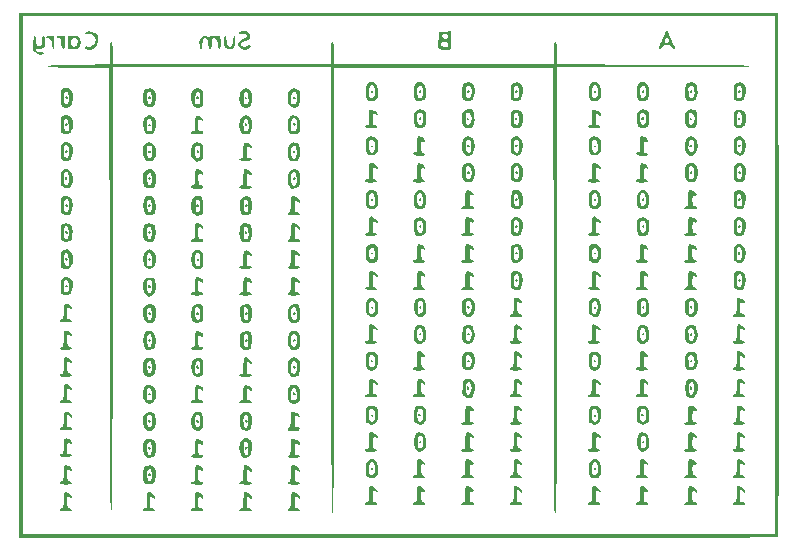
<source format=gbo>
%TF.GenerationSoftware,KiCad,Pcbnew,(6.0.4-0)*%
%TF.CreationDate,2022-07-02T18:41:35+01:00*%
%TF.ProjectId,4-bitAdder,342d6269-7441-4646-9465-722e6b696361,v1.0*%
%TF.SameCoordinates,Original*%
%TF.FileFunction,Legend,Bot*%
%TF.FilePolarity,Positive*%
%FSLAX46Y46*%
G04 Gerber Fmt 4.6, Leading zero omitted, Abs format (unit mm)*
G04 Created by KiCad (PCBNEW (6.0.4-0)) date 2022-07-02 18:41:35*
%MOMM*%
%LPD*%
G01*
G04 APERTURE LIST*
G04 APERTURE END LIST*
G36*
X62786672Y-127041868D02*
G01*
X62856301Y-127157191D01*
X62841146Y-127218041D01*
X62725822Y-127287671D01*
X62664972Y-127272515D01*
X62595342Y-127157191D01*
X62610498Y-127096342D01*
X62725822Y-127026712D01*
X62786672Y-127041868D01*
G37*
G36*
X112719088Y-110571142D02*
G01*
X112749268Y-110616066D01*
X112742945Y-110760274D01*
X112699463Y-110806650D01*
X112592830Y-110775432D01*
X112562650Y-110730509D01*
X112568973Y-110586301D01*
X112612455Y-110539925D01*
X112719088Y-110571142D01*
G37*
G36*
X108589831Y-128081596D02*
G01*
X108798790Y-128173413D01*
X108973097Y-128318141D01*
X109046027Y-128466918D01*
X109035289Y-128538485D01*
X108950379Y-128585675D01*
X108802466Y-128488082D01*
X108779384Y-128468936D01*
X108730484Y-128485646D01*
X108705250Y-128629230D01*
X108698082Y-128923013D01*
X108701858Y-129178627D01*
X108723619Y-129362396D01*
X108776133Y-129443885D01*
X108872055Y-129462328D01*
X108973507Y-129486546D01*
X109046027Y-129592808D01*
X109044998Y-129608529D01*
X108989872Y-129677744D01*
X108827164Y-129713267D01*
X108524110Y-129723287D01*
X108461224Y-129723030D01*
X108184364Y-129709248D01*
X108042274Y-129668571D01*
X108002192Y-129592808D01*
X108034482Y-129516718D01*
X108176164Y-129462328D01*
X108222034Y-129459768D01*
X108291202Y-129424830D01*
X108329776Y-129320960D01*
X108346505Y-129113161D01*
X108350137Y-128766438D01*
X108350347Y-128666603D01*
X108357552Y-128354627D01*
X108380632Y-128174049D01*
X108427171Y-128090734D01*
X108504755Y-128070548D01*
X108589831Y-128081596D01*
G37*
G36*
X89900571Y-125865187D02*
G01*
X90092830Y-126006586D01*
X90170000Y-126191246D01*
X90169222Y-126219713D01*
X90129067Y-126292005D01*
X89996027Y-126243835D01*
X89989818Y-126240526D01*
X89896503Y-126203780D01*
X89846290Y-126242086D01*
X89825901Y-126388407D01*
X89822055Y-126675706D01*
X89825353Y-126911207D01*
X89846576Y-127098487D01*
X89899083Y-127181750D01*
X89996027Y-127200685D01*
X90097480Y-127224902D01*
X90170000Y-127331164D01*
X90168971Y-127346885D01*
X90113844Y-127416100D01*
X89951136Y-127451623D01*
X89648082Y-127461643D01*
X89585197Y-127461386D01*
X89308336Y-127447605D01*
X89166247Y-127406928D01*
X89126164Y-127331164D01*
X89158455Y-127255075D01*
X89300137Y-127200685D01*
X89346006Y-127198124D01*
X89415175Y-127163187D01*
X89453749Y-127059316D01*
X89470477Y-126851517D01*
X89474110Y-126504794D01*
X89475166Y-126255196D01*
X89485275Y-126007038D01*
X89514457Y-125873884D01*
X89572659Y-125820504D01*
X89669829Y-125811670D01*
X89900571Y-125865187D01*
G37*
G36*
X94252670Y-99810625D02*
G01*
X94166825Y-99921217D01*
X93973208Y-100052883D01*
X93893743Y-100076622D01*
X93609642Y-100071394D01*
X93387190Y-99928909D01*
X93345316Y-99807276D01*
X93318854Y-99552461D01*
X93319053Y-99286315D01*
X93579198Y-99286315D01*
X93589366Y-99435932D01*
X93621949Y-99645257D01*
X93686063Y-99746480D01*
X93801678Y-99784303D01*
X93908754Y-99787574D01*
X93968222Y-99732687D01*
X93992659Y-99580794D01*
X93997397Y-99293438D01*
X93993237Y-99108649D01*
X93956686Y-98841516D01*
X93880776Y-98730025D01*
X93806763Y-98709362D01*
X93661512Y-98751897D01*
X93587016Y-98941707D01*
X93579198Y-99286315D01*
X93319053Y-99286315D01*
X93319101Y-99222888D01*
X93337680Y-98923059D01*
X93373257Y-98719363D01*
X93439486Y-98602670D01*
X93551579Y-98527479D01*
X93670125Y-98486614D01*
X93933006Y-98490545D01*
X94162001Y-98596975D01*
X94291947Y-98783382D01*
X94320932Y-98927437D01*
X94342438Y-99257243D01*
X94339758Y-99293438D01*
X94318658Y-99578460D01*
X94252670Y-99810625D01*
G37*
G36*
X71111796Y-110468779D02*
G01*
X71303823Y-110609839D01*
X71380959Y-110793615D01*
X71373025Y-110876259D01*
X71316019Y-110886637D01*
X71163493Y-110795768D01*
X70946027Y-110653279D01*
X70946027Y-111185201D01*
X70946046Y-111220935D01*
X70951663Y-111498739D01*
X70978744Y-111647050D01*
X71043837Y-111706352D01*
X71163493Y-111717123D01*
X71305341Y-111742661D01*
X71380959Y-111847602D01*
X71379930Y-111863324D01*
X71324803Y-111932539D01*
X71162095Y-111968061D01*
X70859041Y-111978082D01*
X70796156Y-111977825D01*
X70519295Y-111964043D01*
X70377206Y-111923366D01*
X70337123Y-111847602D01*
X70369413Y-111771513D01*
X70511096Y-111717123D01*
X70542412Y-111716100D01*
X70619245Y-111687923D01*
X70662223Y-111594003D01*
X70680959Y-111398288D01*
X70685068Y-111064726D01*
X70685658Y-110879854D01*
X70694494Y-110620708D01*
X70722664Y-110481089D01*
X70781113Y-110424662D01*
X70880788Y-110415095D01*
X71111796Y-110468779D01*
G37*
G36*
X94304259Y-108757741D02*
G01*
X94209931Y-109001193D01*
X94111049Y-109094620D01*
X93872034Y-109185830D01*
X93610402Y-109187276D01*
X93405890Y-109090137D01*
X93357910Y-108983168D01*
X93316803Y-108733075D01*
X93301507Y-108396252D01*
X93306914Y-108104698D01*
X93575727Y-108104698D01*
X93580195Y-108400745D01*
X93592084Y-108582531D01*
X93624499Y-108784372D01*
X93688098Y-108881521D01*
X93801678Y-108917865D01*
X93909998Y-108920818D01*
X93968656Y-108864855D01*
X93992738Y-108711636D01*
X93997397Y-108422827D01*
X93986877Y-108118858D01*
X93941568Y-107910229D01*
X93848967Y-107830594D01*
X93696778Y-107856798D01*
X93685184Y-107861636D01*
X93607754Y-107938852D01*
X93575727Y-108104698D01*
X93306914Y-108104698D01*
X93307160Y-108091409D01*
X93334472Y-107887065D01*
X93397369Y-107762855D01*
X93509762Y-107670296D01*
X93597232Y-107623299D01*
X93865726Y-107579840D01*
X94107698Y-107664684D01*
X94264700Y-107862917D01*
X94319824Y-108077794D01*
X94341998Y-108422827D01*
X94342111Y-108424588D01*
X94304259Y-108757741D01*
G37*
G36*
X71293183Y-116355742D02*
G01*
X71187631Y-116452944D01*
X71069181Y-116524922D01*
X70801199Y-116591529D01*
X70586319Y-116498622D01*
X70434681Y-116253396D01*
X70356422Y-115863047D01*
X70351300Y-115527625D01*
X70372886Y-115435130D01*
X70691972Y-115435130D01*
X70702493Y-115732749D01*
X70709999Y-115866714D01*
X70739934Y-116124795D01*
X70793091Y-116260453D01*
X70881051Y-116311206D01*
X70963656Y-116313563D01*
X71064583Y-116231839D01*
X71108858Y-116022068D01*
X71103456Y-115663947D01*
X71097994Y-115586046D01*
X71065741Y-115361760D01*
X70999787Y-115252696D01*
X70876465Y-115211705D01*
X70849927Y-115208132D01*
X70753134Y-115210423D01*
X70704667Y-115273555D01*
X70691972Y-115435130D01*
X70372886Y-115435130D01*
X70428867Y-115195254D01*
X70606486Y-114999657D01*
X70887142Y-114935616D01*
X70972458Y-114937871D01*
X71179207Y-114983484D01*
X71303749Y-115110806D01*
X71364771Y-115349931D01*
X71380959Y-115730958D01*
X71376763Y-115993203D01*
X71373581Y-116022068D01*
X71351912Y-116218611D01*
X71293183Y-116355742D01*
G37*
G36*
X100477233Y-128788657D02*
G01*
X100521370Y-128896917D01*
X100507177Y-128968735D01*
X100427860Y-129010725D01*
X100402070Y-128998912D01*
X100334349Y-128896917D01*
X100337989Y-128872913D01*
X100427860Y-128783110D01*
X100477233Y-128788657D01*
G37*
G36*
X89777918Y-117393451D02*
G01*
X89822055Y-117501712D01*
X89807862Y-117573529D01*
X89728545Y-117615519D01*
X89702755Y-117603706D01*
X89635034Y-117501712D01*
X89638674Y-117477708D01*
X89728545Y-117387905D01*
X89777918Y-117393451D01*
G37*
G36*
X104565589Y-105998246D02*
G01*
X104609726Y-106106507D01*
X104595533Y-106178324D01*
X104516216Y-106220314D01*
X104490426Y-106208501D01*
X104422705Y-106106507D01*
X104426345Y-106082502D01*
X104516216Y-105992699D01*
X104565589Y-105998246D01*
G37*
G36*
X67013380Y-99058292D02*
G01*
X67214509Y-99186973D01*
X67292603Y-99370134D01*
X67284454Y-99475618D01*
X67227633Y-99491181D01*
X67075137Y-99400562D01*
X66857671Y-99258073D01*
X66857671Y-99789995D01*
X66857690Y-99825730D01*
X66863307Y-100103533D01*
X66890387Y-100251845D01*
X66955481Y-100311146D01*
X67075137Y-100321917D01*
X67216985Y-100347455D01*
X67292603Y-100452397D01*
X67291573Y-100468118D01*
X67236447Y-100537333D01*
X67073739Y-100572856D01*
X66770685Y-100582876D01*
X66707800Y-100582619D01*
X66430939Y-100568837D01*
X66288850Y-100528160D01*
X66248767Y-100452397D01*
X66281057Y-100376308D01*
X66422740Y-100321917D01*
X66454056Y-100320894D01*
X66530889Y-100292717D01*
X66573867Y-100198798D01*
X66592603Y-100003083D01*
X66596712Y-99669520D01*
X66597071Y-99532511D01*
X66604960Y-99252711D01*
X66630829Y-99097688D01*
X66684652Y-99031229D01*
X66776404Y-99017123D01*
X67013380Y-99058292D01*
G37*
G36*
X112679963Y-99181687D02*
G01*
X112769766Y-99271558D01*
X112764219Y-99320931D01*
X112655959Y-99365068D01*
X112584142Y-99350875D01*
X112542152Y-99271558D01*
X112553965Y-99245768D01*
X112655959Y-99178048D01*
X112679963Y-99181687D01*
G37*
G36*
X81573425Y-98497225D02*
G01*
X81814533Y-98573352D01*
X82003720Y-98726240D01*
X82080274Y-98910130D01*
X82074133Y-98964853D01*
X82016187Y-98982092D01*
X81862808Y-98894642D01*
X81645342Y-98752153D01*
X81645342Y-99276077D01*
X81648606Y-99510085D01*
X81669788Y-99697630D01*
X81722294Y-99781028D01*
X81819315Y-99800000D01*
X81920768Y-99824217D01*
X81993288Y-99930479D01*
X81992258Y-99946200D01*
X81937132Y-100015416D01*
X81774424Y-100050938D01*
X81471370Y-100060959D01*
X81408485Y-100060701D01*
X81131624Y-100046920D01*
X80989534Y-100006243D01*
X80949452Y-99930479D01*
X80981742Y-99854390D01*
X81123425Y-99800000D01*
X81154741Y-99798976D01*
X81231574Y-99770799D01*
X81274552Y-99676880D01*
X81293288Y-99481165D01*
X81297397Y-99147602D01*
X81298290Y-98893614D01*
X81308931Y-98664297D01*
X81342348Y-98545907D01*
X81411604Y-98501768D01*
X81529760Y-98495205D01*
X81573425Y-98497225D01*
G37*
G36*
X82076089Y-106266748D02*
G01*
X82032427Y-106583246D01*
X81936313Y-106773801D01*
X81715146Y-106906937D01*
X81443128Y-106913952D01*
X81195514Y-106788915D01*
X81182582Y-106776084D01*
X81084660Y-106574661D01*
X81034765Y-106276359D01*
X81034477Y-106193493D01*
X81318278Y-106193493D01*
X81323407Y-106280379D01*
X81353081Y-106505318D01*
X81415958Y-106615074D01*
X81533535Y-106655818D01*
X81693114Y-106631889D01*
X81779156Y-106472135D01*
X81804049Y-106338923D01*
X81806730Y-106026208D01*
X81742018Y-105756915D01*
X81621120Y-105593361D01*
X81523475Y-105553517D01*
X81395386Y-105609641D01*
X81326318Y-105824293D01*
X81318278Y-106193493D01*
X81034477Y-106193493D01*
X81033613Y-105945082D01*
X81081919Y-105644732D01*
X81180400Y-105439212D01*
X81332619Y-105326309D01*
X81598894Y-105292792D01*
X81886946Y-105415549D01*
X81947220Y-105463106D01*
X82031134Y-105582570D01*
X82070488Y-105771900D01*
X82078492Y-106026208D01*
X82080274Y-106082843D01*
X82076089Y-106266748D01*
G37*
G36*
X85689562Y-126527013D02*
G01*
X85733699Y-126635274D01*
X85719506Y-126707091D01*
X85640188Y-126749081D01*
X85614399Y-126737268D01*
X85546678Y-126635274D01*
X85550317Y-126611270D01*
X85640188Y-126521467D01*
X85689562Y-126527013D01*
G37*
G36*
X89713804Y-128081596D02*
G01*
X89922763Y-128173413D01*
X90097070Y-128318141D01*
X90170000Y-128466918D01*
X90159261Y-128538485D01*
X90074352Y-128585675D01*
X89926438Y-128488082D01*
X89903357Y-128468936D01*
X89854457Y-128485646D01*
X89829222Y-128629230D01*
X89822055Y-128923013D01*
X89825830Y-129178627D01*
X89847592Y-129362396D01*
X89900105Y-129443885D01*
X89996027Y-129462328D01*
X90097480Y-129486546D01*
X90170000Y-129592808D01*
X90168971Y-129608529D01*
X90113844Y-129677744D01*
X89951136Y-129713267D01*
X89648082Y-129723287D01*
X89585197Y-129723030D01*
X89308336Y-129709248D01*
X89166247Y-129668571D01*
X89126164Y-129592808D01*
X89158455Y-129516718D01*
X89300137Y-129462328D01*
X89346006Y-129459768D01*
X89415175Y-129424830D01*
X89453749Y-129320960D01*
X89470477Y-129113161D01*
X89474110Y-128766438D01*
X89474319Y-128666603D01*
X89481524Y-128354627D01*
X89504605Y-128174049D01*
X89551144Y-128090734D01*
X89628727Y-128070548D01*
X89713804Y-128081596D01*
G37*
G36*
X94304259Y-97362535D02*
G01*
X94209931Y-97605987D01*
X94111049Y-97699414D01*
X93872034Y-97790624D01*
X93610402Y-97792070D01*
X93405890Y-97694931D01*
X93357910Y-97587963D01*
X93316803Y-97337869D01*
X93301507Y-97001046D01*
X93306914Y-96709492D01*
X93575727Y-96709492D01*
X93580195Y-97005540D01*
X93592084Y-97187325D01*
X93624499Y-97389166D01*
X93688098Y-97486315D01*
X93801678Y-97522659D01*
X93909998Y-97525612D01*
X93968656Y-97469650D01*
X93992738Y-97316430D01*
X93997397Y-97027622D01*
X93986877Y-96723652D01*
X93941568Y-96515023D01*
X93848967Y-96435388D01*
X93696778Y-96461593D01*
X93685184Y-96466431D01*
X93607754Y-96543646D01*
X93575727Y-96709492D01*
X93306914Y-96709492D01*
X93307160Y-96696204D01*
X93334472Y-96491860D01*
X93397369Y-96367650D01*
X93509762Y-96275091D01*
X93597232Y-96228094D01*
X93865726Y-96184635D01*
X94107698Y-96269478D01*
X94264700Y-96467712D01*
X94319824Y-96682589D01*
X94341998Y-97027622D01*
X94342111Y-97029382D01*
X94304259Y-97362535D01*
G37*
G36*
X90221454Y-99657680D02*
G01*
X90211841Y-99704300D01*
X90115076Y-99924919D01*
X89928034Y-100041814D01*
X89890248Y-100053964D01*
X89590651Y-100079797D01*
X89321884Y-99949818D01*
X89261544Y-99839176D01*
X89219430Y-99598487D01*
X89208896Y-99313849D01*
X89491797Y-99313849D01*
X89496779Y-99391033D01*
X89527693Y-99624913D01*
X89589452Y-99740519D01*
X89702250Y-99782852D01*
X89728352Y-99785687D01*
X89883233Y-99739407D01*
X89969372Y-99561176D01*
X89996027Y-99233688D01*
X89971269Y-99029679D01*
X89877462Y-98825254D01*
X89741040Y-98726493D01*
X89591314Y-98767182D01*
X89566825Y-98791959D01*
X89497959Y-98981072D01*
X89491797Y-99313849D01*
X89208896Y-99313849D01*
X89208162Y-99294002D01*
X89226623Y-98983778D01*
X89273696Y-98725873D01*
X89348265Y-98578345D01*
X89435576Y-98527390D01*
X89670960Y-98473356D01*
X89918786Y-98482461D01*
X90092778Y-98557161D01*
X90101488Y-98566738D01*
X90180488Y-98748040D01*
X90231767Y-99032639D01*
X90241764Y-99233688D01*
X90247897Y-99357023D01*
X90221454Y-99657680D01*
G37*
G36*
X62749826Y-99703605D02*
G01*
X62839629Y-99793476D01*
X62834083Y-99842849D01*
X62725822Y-99886986D01*
X62654005Y-99872793D01*
X62612015Y-99793476D01*
X62623828Y-99767686D01*
X62725822Y-99699965D01*
X62749826Y-99703605D01*
G37*
G36*
X67258253Y-116310127D02*
G01*
X67199304Y-116415496D01*
X67096884Y-116482190D01*
X67047625Y-116504842D01*
X66734906Y-116581390D01*
X66501761Y-116503285D01*
X66348410Y-116270686D01*
X66275074Y-115883754D01*
X66269626Y-115588595D01*
X66298994Y-115435130D01*
X66603616Y-115435130D01*
X66614136Y-115732749D01*
X66621643Y-115866714D01*
X66651578Y-116124795D01*
X66704735Y-116260453D01*
X66792695Y-116311206D01*
X66875300Y-116313563D01*
X66976227Y-116231839D01*
X67020502Y-116022068D01*
X67015100Y-115663947D01*
X67009638Y-115586046D01*
X66977385Y-115361760D01*
X66911431Y-115252696D01*
X66788109Y-115211705D01*
X66761571Y-115208132D01*
X66664778Y-115210423D01*
X66616311Y-115273555D01*
X66603616Y-115435130D01*
X66298994Y-115435130D01*
X66334958Y-115247201D01*
X66495315Y-115038626D01*
X66756604Y-114951428D01*
X66893489Y-114944191D01*
X67094460Y-114982763D01*
X67216255Y-115113820D01*
X67276444Y-115363852D01*
X67292603Y-115759344D01*
X67292542Y-115810511D01*
X67287727Y-116022068D01*
X67285433Y-116122869D01*
X67258253Y-116310127D01*
G37*
G36*
X55702160Y-121731596D02*
G01*
X55911119Y-121823413D01*
X56085426Y-121968141D01*
X56158356Y-122116918D01*
X56143179Y-122189029D01*
X56051770Y-122239206D01*
X55940890Y-122155479D01*
X55874380Y-122076553D01*
X55793500Y-122093012D01*
X55741689Y-122267282D01*
X55723425Y-122590411D01*
X55723429Y-122608704D01*
X55728659Y-122890317D01*
X55755298Y-123040891D01*
X55820368Y-123101278D01*
X55940890Y-123112328D01*
X56082739Y-123137866D01*
X56158356Y-123242808D01*
X56157327Y-123258529D01*
X56102201Y-123327744D01*
X55939492Y-123363267D01*
X55636438Y-123373287D01*
X55573553Y-123373030D01*
X55296693Y-123359248D01*
X55154603Y-123318571D01*
X55114521Y-123242808D01*
X55146811Y-123166718D01*
X55288493Y-123112328D01*
X55334362Y-123109768D01*
X55403531Y-123074830D01*
X55442105Y-122970960D01*
X55458834Y-122763161D01*
X55462466Y-122416438D01*
X55462675Y-122316603D01*
X55469881Y-122004627D01*
X55492961Y-121824049D01*
X55539500Y-121740734D01*
X55617083Y-121720548D01*
X55702160Y-121731596D01*
G37*
G36*
X62760487Y-104238826D02*
G01*
X62853591Y-104310634D01*
X62800675Y-104436904D01*
X62764461Y-104458944D01*
X62652898Y-104431742D01*
X62595342Y-104318154D01*
X62610023Y-104280548D01*
X62725822Y-104236301D01*
X62760487Y-104238826D01*
G37*
G36*
X108698082Y-119756107D02*
G01*
X108680181Y-119823798D01*
X108560354Y-119893835D01*
X108494916Y-119879272D01*
X108457058Y-119790539D01*
X108543044Y-119676038D01*
X108647377Y-119660848D01*
X108698082Y-119756107D01*
G37*
G36*
X63124706Y-130105755D02*
G01*
X62941843Y-130218813D01*
X62687296Y-130234948D01*
X62439240Y-130153462D01*
X62267467Y-129984246D01*
X62203523Y-129787556D01*
X62176534Y-129479614D01*
X62181181Y-129417644D01*
X62551849Y-129417644D01*
X62552935Y-129546886D01*
X62570166Y-129792876D01*
X62616964Y-129919921D01*
X62704338Y-129967737D01*
X62786973Y-129970249D01*
X62887875Y-129888667D01*
X62932145Y-129678932D01*
X62926744Y-129320797D01*
X62923151Y-129267922D01*
X62892790Y-129033623D01*
X62833693Y-128924048D01*
X62725822Y-128896917D01*
X62649155Y-128906374D01*
X62586226Y-128969398D01*
X62558226Y-129126546D01*
X62551849Y-129417644D01*
X62181181Y-129417644D01*
X62200802Y-129155988D01*
X62270798Y-128878735D01*
X62380993Y-128709909D01*
X62493973Y-128645105D01*
X62791128Y-128601638D01*
X63078888Y-128715933D01*
X63118290Y-128748463D01*
X63197958Y-128870335D01*
X63237232Y-129071331D01*
X63247740Y-129398454D01*
X63243848Y-129571314D01*
X63231080Y-129678932D01*
X63203819Y-129908719D01*
X63124706Y-130105755D01*
G37*
G36*
X93859834Y-108259450D02*
G01*
X93910411Y-108360901D01*
X93892510Y-108428592D01*
X93772683Y-108498630D01*
X93677638Y-108448420D01*
X93692244Y-108344187D01*
X93807115Y-108257605D01*
X93859834Y-108259450D01*
G37*
G36*
X55810411Y-102010901D02*
G01*
X55792510Y-102078592D01*
X55672683Y-102148630D01*
X55607245Y-102134066D01*
X55569386Y-102045334D01*
X55655373Y-101930833D01*
X55759705Y-101915643D01*
X55810411Y-102010901D01*
G37*
G36*
X56134960Y-109430164D02*
G01*
X56024760Y-109598994D01*
X55977794Y-109630248D01*
X55684485Y-109711881D01*
X55369761Y-109626391D01*
X55288403Y-109563092D01*
X55233853Y-109443793D01*
X55208025Y-109233182D01*
X55201507Y-108890068D01*
X55201507Y-108888877D01*
X55505959Y-108888877D01*
X55507045Y-109018119D01*
X55524276Y-109264109D01*
X55571074Y-109391154D01*
X55658448Y-109438970D01*
X55741082Y-109441481D01*
X55841984Y-109359900D01*
X55886254Y-109150165D01*
X55880854Y-108792029D01*
X55877261Y-108739154D01*
X55846899Y-108504856D01*
X55787803Y-108395281D01*
X55679931Y-108368150D01*
X55603264Y-108377607D01*
X55540336Y-108440631D01*
X55512336Y-108597779D01*
X55505959Y-108888877D01*
X55201507Y-108888877D01*
X55201508Y-108884850D01*
X55207673Y-108546085D01*
X55232697Y-108338473D01*
X55286695Y-108219933D01*
X55379781Y-108148382D01*
X55401417Y-108137328D01*
X55687260Y-108073104D01*
X55952798Y-108140177D01*
X56138271Y-108324657D01*
X56202222Y-108521341D01*
X56229219Y-108829282D01*
X56205162Y-109150165D01*
X56204956Y-109152908D01*
X56134960Y-109430164D01*
G37*
G36*
X85625448Y-118948034D02*
G01*
X85834407Y-119039851D01*
X86008714Y-119184579D01*
X86081644Y-119333357D01*
X86070905Y-119404924D01*
X85985996Y-119452114D01*
X85838082Y-119354520D01*
X85815000Y-119335374D01*
X85766101Y-119352084D01*
X85740866Y-119495668D01*
X85733699Y-119789452D01*
X85737474Y-120045065D01*
X85759236Y-120228835D01*
X85811749Y-120310323D01*
X85907671Y-120328767D01*
X86009124Y-120352984D01*
X86081644Y-120459246D01*
X86080615Y-120474968D01*
X86025488Y-120544183D01*
X85862780Y-120579705D01*
X85559726Y-120589726D01*
X85496841Y-120589468D01*
X85219980Y-120575687D01*
X85077891Y-120535010D01*
X85037808Y-120459246D01*
X85070098Y-120383157D01*
X85211781Y-120328767D01*
X85257650Y-120326206D01*
X85326818Y-120291269D01*
X85365393Y-120187398D01*
X85382121Y-119979599D01*
X85385753Y-119632876D01*
X85385963Y-119533042D01*
X85393168Y-119221065D01*
X85416248Y-119040487D01*
X85462788Y-118957172D01*
X85540371Y-118936986D01*
X85625448Y-118948034D01*
G37*
G36*
X100502919Y-107585835D02*
G01*
X100713501Y-107715375D01*
X100885277Y-107882064D01*
X100956301Y-108036523D01*
X100949060Y-108103855D01*
X100891549Y-108117280D01*
X100738836Y-108028204D01*
X100521370Y-107885715D01*
X100521370Y-108409638D01*
X100524634Y-108643646D01*
X100545815Y-108831192D01*
X100598322Y-108914589D01*
X100695342Y-108933561D01*
X100796795Y-108957779D01*
X100869315Y-109064041D01*
X100868286Y-109079762D01*
X100813160Y-109148977D01*
X100650451Y-109184500D01*
X100347397Y-109194520D01*
X100284512Y-109194263D01*
X100007652Y-109180481D01*
X99865562Y-109139804D01*
X99825479Y-109064041D01*
X99857770Y-108987951D01*
X99999452Y-108933561D01*
X100045321Y-108931001D01*
X100114490Y-108896063D01*
X100153064Y-108792193D01*
X100169793Y-108584393D01*
X100173425Y-108237671D01*
X100173803Y-108100849D01*
X100181666Y-107804406D01*
X100205891Y-107635458D01*
X100254539Y-107559439D01*
X100335666Y-107541780D01*
X100502919Y-107585835D01*
G37*
G36*
X93840374Y-103732284D02*
G01*
X93910411Y-103852112D01*
X93895848Y-103917549D01*
X93807115Y-103955408D01*
X93692614Y-103869422D01*
X93677424Y-103765089D01*
X93772683Y-103714383D01*
X93840374Y-103732284D01*
G37*
G36*
X55876480Y-126370588D02*
G01*
X56080269Y-126503721D01*
X56158356Y-126699225D01*
X56158139Y-126722272D01*
X56133881Y-126828417D01*
X56053973Y-126783150D01*
X55943538Y-126693686D01*
X55819150Y-126686290D01*
X55746830Y-126839602D01*
X55723425Y-127157191D01*
X55726987Y-127396126D01*
X55751493Y-127557558D01*
X55816343Y-127623197D01*
X55940890Y-127635616D01*
X56082739Y-127661154D01*
X56158356Y-127766096D01*
X56157327Y-127781817D01*
X56102201Y-127851032D01*
X55939492Y-127886554D01*
X55636438Y-127896575D01*
X55573553Y-127896318D01*
X55296693Y-127882536D01*
X55154603Y-127841859D01*
X55114521Y-127766096D01*
X55146811Y-127690006D01*
X55288493Y-127635616D01*
X55319809Y-127634593D01*
X55396643Y-127606416D01*
X55439620Y-127512496D01*
X55458357Y-127316781D01*
X55462466Y-126983219D01*
X55462825Y-126846209D01*
X55470713Y-126566410D01*
X55496582Y-126411386D01*
X55550405Y-126344928D01*
X55642157Y-126330822D01*
X55876480Y-126370588D01*
G37*
G36*
X108990298Y-102202261D02*
G01*
X108785068Y-102349222D01*
X108675627Y-102383178D01*
X108486451Y-102384915D01*
X108282506Y-102274177D01*
X108197041Y-102201585D01*
X108128487Y-102078166D01*
X108096848Y-101877817D01*
X108091134Y-101635234D01*
X108362504Y-101635234D01*
X108380220Y-101932954D01*
X108453855Y-102073825D01*
X108536383Y-102120033D01*
X108670270Y-102125877D01*
X108782008Y-101980376D01*
X108821482Y-101880106D01*
X108864994Y-101609327D01*
X108856636Y-101325594D01*
X108795060Y-101117982D01*
X108728854Y-101059608D01*
X108557179Y-101031810D01*
X108542929Y-101034903D01*
X108448455Y-101096066D01*
X108395021Y-101248053D01*
X108366869Y-101532308D01*
X108362504Y-101635234D01*
X108091134Y-101635234D01*
X108089178Y-101552190D01*
X108090512Y-101418001D01*
X108118566Y-101083696D01*
X108197151Y-100882092D01*
X108344806Y-100783154D01*
X108580068Y-100756849D01*
X108727450Y-100772370D01*
X108955660Y-100903067D01*
X109089400Y-101172088D01*
X109133014Y-101585948D01*
X109131012Y-101609327D01*
X109103430Y-101931436D01*
X108990298Y-102202261D01*
G37*
G36*
X54679589Y-92269159D02*
G01*
X54679589Y-92816086D01*
X54669671Y-93073655D01*
X54638426Y-93283392D01*
X54592603Y-93363013D01*
X54580013Y-93359750D01*
X54527090Y-93256336D01*
X54505616Y-93052843D01*
X54505616Y-93052064D01*
X54462561Y-92707738D01*
X54341622Y-92485184D01*
X54154611Y-92406164D01*
X54056461Y-92391125D01*
X53983699Y-92323787D01*
X53992717Y-92305532D01*
X54114003Y-92264829D01*
X54331644Y-92255284D01*
X54679589Y-92269159D01*
G37*
G36*
X62786672Y-97379539D02*
G01*
X62856301Y-97494863D01*
X62841146Y-97555712D01*
X62725822Y-97625342D01*
X62664972Y-97610186D01*
X62595342Y-97494863D01*
X62610498Y-97434013D01*
X62725822Y-97364383D01*
X62786672Y-97379539D01*
G37*
G36*
X86135699Y-117880990D02*
G01*
X86033218Y-118134754D01*
X85981824Y-118194053D01*
X85754088Y-118311489D01*
X85489038Y-118312431D01*
X85261487Y-118191389D01*
X85241651Y-118168032D01*
X85159837Y-117958570D01*
X85121983Y-117656555D01*
X85127746Y-117325908D01*
X85145434Y-117219379D01*
X85398696Y-117219379D01*
X85403128Y-117522406D01*
X85414441Y-117698513D01*
X85446314Y-117909353D01*
X85507112Y-118012273D01*
X85613894Y-118049976D01*
X85672961Y-118053633D01*
X85810182Y-117991016D01*
X85885006Y-117800558D01*
X85907671Y-117461755D01*
X85904607Y-117381613D01*
X85837259Y-117119795D01*
X85699038Y-116972679D01*
X85512968Y-116969010D01*
X85506069Y-116971824D01*
X85430423Y-117048887D01*
X85398696Y-117219379D01*
X85145434Y-117219379D01*
X85176785Y-117030555D01*
X85268756Y-116834418D01*
X85483898Y-116699650D01*
X85747388Y-116701252D01*
X85994658Y-116849315D01*
X86061340Y-116943278D01*
X86147718Y-117217176D01*
X86166297Y-117461755D01*
X86173185Y-117552439D01*
X86135699Y-117880990D01*
G37*
G36*
X113180287Y-108757741D02*
G01*
X113085958Y-109001193D01*
X112987077Y-109094620D01*
X112748062Y-109185830D01*
X112486429Y-109187276D01*
X112281918Y-109090137D01*
X112233938Y-108983168D01*
X112192830Y-108733075D01*
X112177534Y-108396252D01*
X112182942Y-108104698D01*
X112451755Y-108104698D01*
X112456222Y-108400745D01*
X112468112Y-108582531D01*
X112500526Y-108784372D01*
X112564125Y-108881521D01*
X112677705Y-108917865D01*
X112786025Y-108920818D01*
X112844684Y-108864855D01*
X112868765Y-108711636D01*
X112873425Y-108422827D01*
X112862905Y-108118858D01*
X112817595Y-107910229D01*
X112724995Y-107830594D01*
X112572805Y-107856798D01*
X112561211Y-107861636D01*
X112483781Y-107938852D01*
X112451755Y-108104698D01*
X112182942Y-108104698D01*
X112183188Y-108091409D01*
X112210499Y-107887065D01*
X112273397Y-107762855D01*
X112385789Y-107670296D01*
X112473259Y-107623299D01*
X112741754Y-107579840D01*
X112983726Y-107664684D01*
X113140727Y-107862917D01*
X113195852Y-108077794D01*
X113218025Y-108422827D01*
X113218138Y-108424588D01*
X113180287Y-108757741D01*
G37*
G36*
X109083772Y-97381989D02*
G01*
X108997602Y-97605987D01*
X108898720Y-97699414D01*
X108659706Y-97790624D01*
X108398073Y-97792070D01*
X108193562Y-97694931D01*
X108145581Y-97587963D01*
X108104474Y-97337869D01*
X108089178Y-97001046D01*
X108094502Y-96713994D01*
X108362480Y-96713994D01*
X108367866Y-97005540D01*
X108377897Y-97162752D01*
X108409472Y-97377618D01*
X108470395Y-97482715D01*
X108578278Y-97521208D01*
X108594589Y-97523192D01*
X108754628Y-97481695D01*
X108844171Y-97306852D01*
X108872055Y-96982456D01*
X108867234Y-96879784D01*
X108798803Y-96619540D01*
X108667374Y-96467899D01*
X108496051Y-96457141D01*
X108467485Y-96469939D01*
X108392227Y-96550258D01*
X108362480Y-96713994D01*
X108094502Y-96713994D01*
X108094832Y-96696204D01*
X108122143Y-96491860D01*
X108185041Y-96367650D01*
X108297433Y-96275091D01*
X108351112Y-96244381D01*
X108616035Y-96185503D01*
X108871219Y-96245465D01*
X109048322Y-96411821D01*
X109071355Y-96464002D01*
X109123921Y-96733967D01*
X109126205Y-96982456D01*
X109126969Y-97065639D01*
X109083772Y-97381989D01*
G37*
G36*
X66875028Y-106513101D02*
G01*
X66944658Y-106628424D01*
X66929502Y-106689274D01*
X66814178Y-106758904D01*
X66753328Y-106743748D01*
X66683699Y-106628424D01*
X66698854Y-106567575D01*
X66814178Y-106497945D01*
X66875028Y-106513101D01*
G37*
G36*
X70894219Y-128596510D02*
G01*
X71122325Y-128686200D01*
X71305724Y-128853683D01*
X71380959Y-129045811D01*
X71377811Y-129137744D01*
X71339640Y-129177484D01*
X71221884Y-129084372D01*
X71106976Y-128992592D01*
X71004418Y-128940411D01*
X70977854Y-128997917D01*
X70954870Y-129187037D01*
X70946027Y-129462328D01*
X70946032Y-129480622D01*
X70951262Y-129762234D01*
X70977901Y-129912808D01*
X71042971Y-129973195D01*
X71163493Y-129984246D01*
X71305341Y-130009784D01*
X71380959Y-130114726D01*
X71379930Y-130130447D01*
X71324803Y-130199662D01*
X71162095Y-130235185D01*
X70859041Y-130245205D01*
X70559524Y-130234554D01*
X70388244Y-130196516D01*
X70337123Y-130124871D01*
X70369729Y-130046420D01*
X70511096Y-129959042D01*
X70531521Y-129953198D01*
X70612890Y-129904533D01*
X70659297Y-129797210D01*
X70680202Y-129592834D01*
X70685068Y-129253006D01*
X70685114Y-129207800D01*
X70691315Y-128886243D01*
X70713698Y-128699767D01*
X70760432Y-128613474D01*
X70839686Y-128592465D01*
X70894219Y-128596510D01*
G37*
G36*
X63173254Y-125356245D02*
G01*
X63031848Y-125564162D01*
X62870626Y-125670850D01*
X62725822Y-125721917D01*
X62648224Y-125713260D01*
X62430834Y-125584624D01*
X62269707Y-125328024D01*
X62189018Y-124977004D01*
X62187468Y-124842748D01*
X62508356Y-124842748D01*
X62515940Y-125074233D01*
X62564086Y-125314252D01*
X62666501Y-125415532D01*
X62834555Y-125397403D01*
X62869630Y-125367518D01*
X62924456Y-125182446D01*
X62943288Y-124844806D01*
X62943287Y-124839316D01*
X62938341Y-124554862D01*
X62912032Y-124402598D01*
X62846985Y-124341398D01*
X62725822Y-124330137D01*
X62725046Y-124330137D01*
X62604024Y-124341607D01*
X62539222Y-124403396D01*
X62513159Y-124556708D01*
X62508356Y-124842748D01*
X62187468Y-124842748D01*
X62184956Y-124625225D01*
X62263418Y-124331347D01*
X62440873Y-124165059D01*
X62725822Y-124112671D01*
X62887006Y-124120145D01*
X63066783Y-124180997D01*
X63183607Y-124330137D01*
X63216328Y-124404220D01*
X63273758Y-124709078D01*
X63266922Y-124844806D01*
X63256646Y-125048819D01*
X63173254Y-125356245D01*
G37*
G36*
X63181013Y-127697122D02*
G01*
X63070650Y-127866117D01*
X62947578Y-127932427D01*
X62725822Y-127983561D01*
X62629580Y-127977658D01*
X62397362Y-127880658D01*
X62253630Y-127652841D01*
X62186718Y-127278960D01*
X62187246Y-127156000D01*
X62551849Y-127156000D01*
X62552935Y-127285242D01*
X62570166Y-127531232D01*
X62616964Y-127658277D01*
X62704338Y-127706093D01*
X62786973Y-127708605D01*
X62887875Y-127627023D01*
X62932145Y-127417288D01*
X62926744Y-127059153D01*
X62923151Y-127006278D01*
X62892790Y-126771979D01*
X62833693Y-126662404D01*
X62725822Y-126635274D01*
X62649155Y-126644731D01*
X62586226Y-126707754D01*
X62558226Y-126864903D01*
X62551849Y-127156000D01*
X62187246Y-127156000D01*
X62188521Y-126859124D01*
X62272172Y-126578513D01*
X62447913Y-126422546D01*
X62725822Y-126374315D01*
X62887005Y-126381788D01*
X63066783Y-126442641D01*
X63183608Y-126591780D01*
X63247832Y-126788255D01*
X63275107Y-127096115D01*
X63251184Y-127417288D01*
X63251000Y-127419763D01*
X63181013Y-127697122D01*
G37*
G36*
X100470126Y-121296302D02*
G01*
X100698149Y-121384772D01*
X100881245Y-121527593D01*
X100956301Y-121681987D01*
X100940541Y-121773531D01*
X100853481Y-121790363D01*
X100680445Y-121663573D01*
X100665471Y-121650115D01*
X100584763Y-121591823D01*
X100541694Y-121620557D01*
X100524488Y-121765294D01*
X100521370Y-122055011D01*
X100525014Y-122305162D01*
X100546632Y-122489872D01*
X100599145Y-122571836D01*
X100695342Y-122590411D01*
X100796795Y-122614628D01*
X100869315Y-122720890D01*
X100868286Y-122736611D01*
X100813160Y-122805826D01*
X100650451Y-122841349D01*
X100347397Y-122851370D01*
X100198646Y-122847129D01*
X99951811Y-122813047D01*
X99824290Y-122754940D01*
X99834149Y-122685050D01*
X99999452Y-122615615D01*
X100012139Y-122612114D01*
X100097486Y-122565427D01*
X100146245Y-122461800D01*
X100168272Y-122262268D01*
X100173425Y-121927868D01*
X100173939Y-121754848D01*
X100182578Y-121494368D01*
X100210824Y-121353865D01*
X100270026Y-121296546D01*
X100371535Y-121285616D01*
X100470126Y-121296302D01*
G37*
G36*
X85799767Y-112191821D02*
G01*
X86003557Y-112324954D01*
X86081644Y-112520457D01*
X86081427Y-112543505D01*
X86057168Y-112649650D01*
X85977260Y-112604383D01*
X85865218Y-112517250D01*
X85785914Y-112539369D01*
X85745193Y-112702245D01*
X85733699Y-113021917D01*
X85736897Y-113253084D01*
X85758000Y-113441137D01*
X85810504Y-113524792D01*
X85907671Y-113543835D01*
X86009124Y-113568053D01*
X86081644Y-113674315D01*
X86080615Y-113690036D01*
X86025488Y-113759251D01*
X85862780Y-113794774D01*
X85559726Y-113804794D01*
X85496841Y-113804537D01*
X85219980Y-113790755D01*
X85077891Y-113750078D01*
X85037808Y-113674315D01*
X85070098Y-113598225D01*
X85211781Y-113543835D01*
X85257650Y-113541275D01*
X85326818Y-113506337D01*
X85365393Y-113402467D01*
X85382121Y-113194667D01*
X85385753Y-112847945D01*
X85386513Y-112645228D01*
X85395630Y-112376765D01*
X85422443Y-112228503D01*
X85476024Y-112165311D01*
X85565445Y-112152054D01*
X85799767Y-112191821D01*
G37*
G36*
X75014854Y-120197586D02*
G01*
X75101435Y-120312457D01*
X75099591Y-120365176D01*
X74998139Y-120415753D01*
X74930448Y-120397852D01*
X74860411Y-120278025D01*
X74910621Y-120182980D01*
X75014854Y-120197586D01*
G37*
G36*
X100805077Y-111346209D02*
G01*
X100608356Y-111481913D01*
X100514318Y-111499808D01*
X100256757Y-111465798D01*
X100021199Y-111347881D01*
X99976793Y-111274176D01*
X99929332Y-111036006D01*
X99912466Y-110673287D01*
X100216918Y-110673287D01*
X100219335Y-110862446D01*
X100241027Y-111054594D01*
X100299817Y-111145392D01*
X100413026Y-111179559D01*
X100515899Y-111181629D01*
X100633607Y-111107009D01*
X100684474Y-110912658D01*
X100679084Y-110574506D01*
X100674120Y-110510221D01*
X100641818Y-110303757D01*
X100571982Y-110214270D01*
X100434384Y-110194863D01*
X100325777Y-110202701D01*
X100252399Y-110256612D01*
X100222563Y-110399283D01*
X100216918Y-110673287D01*
X99912466Y-110673287D01*
X99913504Y-110563628D01*
X99944149Y-110213635D01*
X100031384Y-109998946D01*
X100194136Y-109891045D01*
X100451331Y-109861415D01*
X100631921Y-109885112D01*
X100819397Y-110014180D01*
X100923892Y-110271065D01*
X100956301Y-110673287D01*
X100956167Y-110703765D01*
X100935675Y-110912658D01*
X100917873Y-111094125D01*
X100805077Y-111346209D01*
G37*
G36*
X75014854Y-97407175D02*
G01*
X75101435Y-97522046D01*
X75099591Y-97574765D01*
X74998139Y-97625342D01*
X74930448Y-97607441D01*
X74860411Y-97487614D01*
X74910621Y-97392569D01*
X75014854Y-97407175D01*
G37*
G36*
X85808792Y-103072622D02*
G01*
X86004075Y-103218528D01*
X86081644Y-103415171D01*
X86060209Y-103519948D01*
X85977260Y-103470822D01*
X85865218Y-103383688D01*
X85785914Y-103405807D01*
X85745193Y-103568684D01*
X85733699Y-103888356D01*
X85736897Y-104119523D01*
X85758000Y-104307575D01*
X85810504Y-104391230D01*
X85907671Y-104410274D01*
X86009124Y-104434491D01*
X86081644Y-104540753D01*
X86080615Y-104556474D01*
X86025488Y-104625689D01*
X85862780Y-104661212D01*
X85559726Y-104671233D01*
X85496841Y-104670975D01*
X85219980Y-104657194D01*
X85077891Y-104616517D01*
X85037808Y-104540753D01*
X85070098Y-104464664D01*
X85211781Y-104410274D01*
X85257650Y-104407713D01*
X85326818Y-104372776D01*
X85365393Y-104268905D01*
X85382121Y-104061106D01*
X85385753Y-103714383D01*
X85386810Y-103464785D01*
X85396919Y-103216627D01*
X85426101Y-103083473D01*
X85484303Y-103030093D01*
X85581473Y-103021259D01*
X85808792Y-103072622D01*
G37*
G36*
X90199792Y-122508210D02*
G01*
X90089919Y-122754962D01*
X89935727Y-122876445D01*
X89830035Y-122890705D01*
X89604589Y-122873128D01*
X89537557Y-122855037D01*
X89364237Y-122774556D01*
X89266792Y-122636624D01*
X89228181Y-122402990D01*
X89230627Y-122120203D01*
X89487952Y-122120203D01*
X89507766Y-122419500D01*
X89591314Y-122579393D01*
X89714393Y-122625616D01*
X89853593Y-122549947D01*
X89955713Y-122358750D01*
X89994695Y-122084026D01*
X89962465Y-121772409D01*
X89859104Y-121591989D01*
X89681152Y-121560577D01*
X89580357Y-121614189D01*
X89521508Y-121758092D01*
X89491797Y-122033541D01*
X89487952Y-122120203D01*
X89230627Y-122120203D01*
X89231361Y-122035405D01*
X89231754Y-122025884D01*
X89251656Y-121700622D01*
X89287292Y-121503839D01*
X89353026Y-121391088D01*
X89463223Y-121317918D01*
X89581777Y-121277038D01*
X89844652Y-121280955D01*
X90073644Y-121387381D01*
X90203591Y-121573793D01*
X90249451Y-121819464D01*
X90254285Y-122084026D01*
X90256063Y-122181331D01*
X90199792Y-122508210D01*
G37*
G36*
X94223543Y-106714371D02*
G01*
X94048189Y-106875510D01*
X93775902Y-106932539D01*
X93469761Y-106842830D01*
X93409797Y-106801894D01*
X93342272Y-106693577D01*
X93309857Y-106499394D01*
X93301507Y-106175535D01*
X93304772Y-106106507D01*
X93605959Y-106106507D01*
X93610134Y-106367046D01*
X93634435Y-106543173D01*
X93694522Y-106625444D01*
X93806001Y-106656787D01*
X93833002Y-106660418D01*
X93929538Y-106657984D01*
X93977861Y-106594632D01*
X93990498Y-106432786D01*
X93979973Y-106134869D01*
X93964285Y-105883235D01*
X93933166Y-105691626D01*
X93876385Y-105604924D01*
X93779931Y-105584589D01*
X93702876Y-105594184D01*
X93640192Y-105657493D01*
X93612307Y-105815005D01*
X93605959Y-106106507D01*
X93304772Y-106106507D01*
X93316435Y-105859949D01*
X93394678Y-105529442D01*
X93545902Y-105340366D01*
X93776788Y-105280137D01*
X93897707Y-105289482D01*
X94119276Y-105393170D01*
X94257568Y-105625899D01*
X94326044Y-106005445D01*
X94337233Y-106211274D01*
X94319003Y-106432786D01*
X94313277Y-106502368D01*
X94223543Y-106714371D01*
G37*
G36*
X112716809Y-105991183D02*
G01*
X112786438Y-106106507D01*
X112771283Y-106167356D01*
X112655959Y-106236986D01*
X112595109Y-106221830D01*
X112525479Y-106106507D01*
X112540635Y-106045657D01*
X112655959Y-105976027D01*
X112716809Y-105991183D01*
G37*
G36*
X105005522Y-99719654D02*
G01*
X104935925Y-99906515D01*
X104854225Y-99984013D01*
X104653219Y-100081059D01*
X104416207Y-100086525D01*
X104109555Y-99949818D01*
X104049216Y-99839176D01*
X104007101Y-99598487D01*
X103996567Y-99313849D01*
X104279468Y-99313849D01*
X104284451Y-99391033D01*
X104315364Y-99624913D01*
X104377124Y-99740519D01*
X104489922Y-99782852D01*
X104516024Y-99785687D01*
X104670904Y-99739407D01*
X104757043Y-99561176D01*
X104783699Y-99233688D01*
X104758940Y-99029679D01*
X104665134Y-98825254D01*
X104528712Y-98726493D01*
X104378985Y-98767182D01*
X104354496Y-98791959D01*
X104285631Y-98981072D01*
X104279468Y-99313849D01*
X103996567Y-99313849D01*
X103995833Y-99294002D01*
X104014294Y-98983778D01*
X104061367Y-98725873D01*
X104135936Y-98578345D01*
X104232800Y-98519882D01*
X104485782Y-98468258D01*
X104743634Y-98505900D01*
X104926491Y-98627813D01*
X104997333Y-98815176D01*
X105035727Y-99106378D01*
X105036865Y-99233688D01*
X105038623Y-99430407D01*
X105005522Y-99719654D01*
G37*
G36*
X63173254Y-113961040D02*
G01*
X63031848Y-114168956D01*
X62870626Y-114275644D01*
X62725822Y-114326712D01*
X62648224Y-114318054D01*
X62430834Y-114189419D01*
X62269707Y-113932818D01*
X62189018Y-113581799D01*
X62187468Y-113447542D01*
X62508356Y-113447542D01*
X62515940Y-113679027D01*
X62564086Y-113919047D01*
X62666501Y-114020327D01*
X62834555Y-114002197D01*
X62869630Y-113972312D01*
X62924456Y-113787241D01*
X62943288Y-113449600D01*
X62943287Y-113444111D01*
X62938341Y-113159656D01*
X62912032Y-113007392D01*
X62846985Y-112946192D01*
X62725822Y-112934931D01*
X62725046Y-112934931D01*
X62604024Y-112946401D01*
X62539222Y-113008190D01*
X62513159Y-113161503D01*
X62508356Y-113447542D01*
X62187468Y-113447542D01*
X62184956Y-113230019D01*
X62263418Y-112936142D01*
X62440873Y-112769853D01*
X62725822Y-112717465D01*
X62887006Y-112724939D01*
X63066783Y-112785792D01*
X63183607Y-112934931D01*
X63216328Y-113009014D01*
X63273758Y-113313872D01*
X63266922Y-113449600D01*
X63256646Y-113653613D01*
X63173254Y-113961040D01*
G37*
G36*
X100918208Y-106553058D02*
G01*
X100812340Y-106773801D01*
X100591173Y-106906937D01*
X100319155Y-106913952D01*
X100071541Y-106788915D01*
X100058610Y-106776084D01*
X99960687Y-106574661D01*
X99910792Y-106276359D01*
X99910504Y-106193493D01*
X100194305Y-106193493D01*
X100199435Y-106280379D01*
X100229108Y-106505318D01*
X100291985Y-106615074D01*
X100409562Y-106655818D01*
X100569141Y-106631889D01*
X100655184Y-106472135D01*
X100680076Y-106338923D01*
X100682757Y-106026208D01*
X100618045Y-105756915D01*
X100497147Y-105593361D01*
X100399502Y-105553517D01*
X100271414Y-105609641D01*
X100202346Y-105824293D01*
X100194305Y-106193493D01*
X99910504Y-106193493D01*
X99909640Y-105945082D01*
X99957947Y-105644732D01*
X100056427Y-105439212D01*
X100271569Y-105304444D01*
X100535059Y-105306046D01*
X100782329Y-105454109D01*
X100875637Y-105606400D01*
X100948296Y-105900742D01*
X100953750Y-106026208D01*
X100963006Y-106239166D01*
X100918208Y-106553058D01*
G37*
G36*
X71333509Y-109468739D02*
G01*
X71276575Y-109612054D01*
X71166052Y-109682317D01*
X70917895Y-109719635D01*
X70660143Y-109663626D01*
X70472535Y-109523110D01*
X70399430Y-109362067D01*
X70372459Y-109204832D01*
X70693366Y-109204832D01*
X70708414Y-109370412D01*
X70759413Y-109440795D01*
X70857620Y-109455479D01*
X70971969Y-109438219D01*
X71070476Y-109342956D01*
X71110596Y-109137568D01*
X71103456Y-108792029D01*
X71099863Y-108739154D01*
X71069502Y-108504856D01*
X71010406Y-108395281D01*
X70902534Y-108368150D01*
X70824479Y-108379215D01*
X70759391Y-108447335D01*
X70723532Y-108611957D01*
X70702664Y-108911815D01*
X70693366Y-109204832D01*
X70372459Y-109204832D01*
X70345054Y-109045065D01*
X70351128Y-108691374D01*
X70421033Y-108376243D01*
X70453291Y-108308277D01*
X70639377Y-108135064D01*
X70893465Y-108090128D01*
X71164127Y-108186594D01*
X71280036Y-108279521D01*
X71345778Y-108400207D01*
X71374582Y-108596771D01*
X71380959Y-108918169D01*
X71372816Y-109137568D01*
X71370514Y-109199581D01*
X71333509Y-109468739D01*
G37*
G36*
X75165539Y-130950207D02*
G01*
X75356597Y-131104586D01*
X75454474Y-131289352D01*
X75464758Y-131410779D01*
X75413361Y-131422878D01*
X75258755Y-131329060D01*
X75034384Y-131182046D01*
X75034384Y-131713968D01*
X75034402Y-131749702D01*
X75040019Y-132027506D01*
X75067100Y-132175818D01*
X75132193Y-132235119D01*
X75251849Y-132245890D01*
X75393698Y-132271428D01*
X75469315Y-132376370D01*
X75468286Y-132392091D01*
X75413160Y-132461306D01*
X75250451Y-132496828D01*
X74947397Y-132506849D01*
X74884512Y-132506592D01*
X74607652Y-132492810D01*
X74465562Y-132452133D01*
X74425479Y-132376370D01*
X74440635Y-132315520D01*
X74555959Y-132245890D01*
X74606572Y-132230522D01*
X74655115Y-132138484D01*
X74679651Y-131935707D01*
X74686438Y-131590763D01*
X74689367Y-131347820D01*
X74708813Y-131088892D01*
X74752620Y-130945237D01*
X74827863Y-130881366D01*
X74949972Y-130870926D01*
X75165539Y-130950207D01*
G37*
G36*
X104565589Y-117393451D02*
G01*
X104609726Y-117501712D01*
X104595533Y-117573529D01*
X104516216Y-117615519D01*
X104490426Y-117603706D01*
X104422705Y-117501712D01*
X104426345Y-117477708D01*
X104516216Y-117387905D01*
X104565589Y-117393451D01*
G37*
G36*
X89897148Y-123601389D02*
G01*
X90092431Y-123747295D01*
X90170000Y-123943939D01*
X90148565Y-124048715D01*
X90065616Y-123999589D01*
X89953574Y-123912455D01*
X89874271Y-123934574D01*
X89833549Y-124097451D01*
X89822055Y-124417123D01*
X89825253Y-124648290D01*
X89846356Y-124836342D01*
X89898860Y-124919997D01*
X89996027Y-124939041D01*
X90097480Y-124963258D01*
X90170000Y-125069520D01*
X90168971Y-125085242D01*
X90113844Y-125154457D01*
X89951136Y-125189979D01*
X89648082Y-125200000D01*
X89585197Y-125199742D01*
X89308336Y-125185961D01*
X89166247Y-125145284D01*
X89126164Y-125069520D01*
X89158455Y-124993431D01*
X89300137Y-124939041D01*
X89346006Y-124936480D01*
X89415175Y-124901543D01*
X89453749Y-124797672D01*
X89470477Y-124589873D01*
X89474110Y-124243150D01*
X89475166Y-123993552D01*
X89485275Y-123745395D01*
X89514457Y-123612240D01*
X89572659Y-123558861D01*
X89669829Y-123550026D01*
X89897148Y-123601389D01*
G37*
G36*
X67021468Y-112729182D02*
G01*
X67215222Y-112872788D01*
X67292603Y-113063258D01*
X67284582Y-113152400D01*
X67227633Y-113164209D01*
X67075137Y-113073410D01*
X66857671Y-112930921D01*
X66857671Y-113454844D01*
X66857678Y-113476654D01*
X66862986Y-113757493D01*
X66889715Y-113907607D01*
X66954790Y-113967773D01*
X67075137Y-113978767D01*
X67216985Y-114004305D01*
X67292603Y-114109246D01*
X67291573Y-114124968D01*
X67236447Y-114194183D01*
X67073739Y-114229705D01*
X66770685Y-114239726D01*
X66707800Y-114239468D01*
X66430939Y-114225687D01*
X66288850Y-114185010D01*
X66248767Y-114109246D01*
X66281057Y-114033157D01*
X66422740Y-113978767D01*
X66454056Y-113977744D01*
X66530889Y-113949566D01*
X66573867Y-113855647D01*
X66592603Y-113659932D01*
X66596712Y-113326370D01*
X66597301Y-113141497D01*
X66606138Y-112882352D01*
X66634308Y-112742733D01*
X66692757Y-112686306D01*
X66792431Y-112676739D01*
X67021468Y-112729182D01*
G37*
G36*
X108776599Y-125865187D02*
G01*
X108968857Y-126006586D01*
X109046027Y-126191246D01*
X109045250Y-126219713D01*
X109005095Y-126292005D01*
X108872055Y-126243835D01*
X108865845Y-126240526D01*
X108772531Y-126203780D01*
X108722318Y-126242086D01*
X108701928Y-126388407D01*
X108698082Y-126675706D01*
X108701381Y-126911207D01*
X108722603Y-127098487D01*
X108775111Y-127181750D01*
X108872055Y-127200685D01*
X108973507Y-127224902D01*
X109046027Y-127331164D01*
X109044998Y-127346885D01*
X108989872Y-127416100D01*
X108827164Y-127451623D01*
X108524110Y-127461643D01*
X108461224Y-127461386D01*
X108184364Y-127447605D01*
X108042274Y-127406928D01*
X108002192Y-127331164D01*
X108034482Y-127255075D01*
X108176164Y-127200685D01*
X108222034Y-127198124D01*
X108291202Y-127163187D01*
X108329776Y-127059316D01*
X108346505Y-126851517D01*
X108350137Y-126504794D01*
X108351193Y-126255196D01*
X108361303Y-126007038D01*
X108390485Y-125873884D01*
X108448687Y-125820504D01*
X108545856Y-125811670D01*
X108776599Y-125865187D01*
G37*
G36*
X112678188Y-116686390D02*
G01*
X112887146Y-116778207D01*
X113061453Y-116922936D01*
X113134384Y-117071713D01*
X113119206Y-117143823D01*
X113027797Y-117194000D01*
X112916918Y-117110274D01*
X112841655Y-117023398D01*
X112763727Y-117045159D01*
X112719980Y-117216282D01*
X112716858Y-117523459D01*
X112729921Y-117722161D01*
X112762619Y-117920480D01*
X112826120Y-118015761D01*
X112938664Y-118051426D01*
X113060337Y-118095851D01*
X113134384Y-118203652D01*
X113134294Y-118207917D01*
X113083653Y-118279402D01*
X112919623Y-118317093D01*
X112612466Y-118328082D01*
X112549581Y-118327825D01*
X112272720Y-118314043D01*
X112130630Y-118273366D01*
X112090548Y-118197602D01*
X112122838Y-118121513D01*
X112264521Y-118067123D01*
X112310390Y-118064562D01*
X112379558Y-118029625D01*
X112418132Y-117925754D01*
X112434861Y-117717955D01*
X112438493Y-117371233D01*
X112438703Y-117271398D01*
X112445908Y-116959421D01*
X112468988Y-116778843D01*
X112515528Y-116695528D01*
X112593111Y-116675342D01*
X112678188Y-116686390D01*
G37*
G36*
X105011726Y-106485784D02*
G01*
X104909246Y-106739549D01*
X104857852Y-106798848D01*
X104630115Y-106916284D01*
X104365066Y-106917226D01*
X104137515Y-106796184D01*
X104117678Y-106772827D01*
X104035864Y-106563365D01*
X103998010Y-106261349D01*
X104003773Y-105930703D01*
X104021461Y-105824174D01*
X104274724Y-105824174D01*
X104279155Y-106127201D01*
X104290468Y-106303308D01*
X104322342Y-106514148D01*
X104383139Y-106617068D01*
X104489922Y-106654770D01*
X104548988Y-106658428D01*
X104686209Y-106595811D01*
X104761033Y-106405353D01*
X104783699Y-106066550D01*
X104780634Y-105986407D01*
X104713287Y-105724589D01*
X104575065Y-105577473D01*
X104388996Y-105573805D01*
X104382097Y-105576618D01*
X104306450Y-105653681D01*
X104274724Y-105824174D01*
X104021461Y-105824174D01*
X104052812Y-105635349D01*
X104144783Y-105439212D01*
X104359925Y-105304444D01*
X104623415Y-105306046D01*
X104870685Y-105454109D01*
X104937368Y-105548073D01*
X105023745Y-105821971D01*
X105042324Y-106066550D01*
X105049212Y-106157233D01*
X105011726Y-106485784D01*
G37*
G36*
X55690304Y-119461236D02*
G01*
X55905879Y-119540652D01*
X56084124Y-119693753D01*
X56158356Y-119866884D01*
X56158354Y-119867937D01*
X56122144Y-119942150D01*
X55990102Y-119896896D01*
X55954500Y-119878075D01*
X55820540Y-119823650D01*
X55751676Y-119858241D01*
X55730806Y-120009986D01*
X55740830Y-120307020D01*
X55753894Y-120505723D01*
X55786592Y-120704042D01*
X55850092Y-120799323D01*
X55962637Y-120834988D01*
X56084310Y-120879413D01*
X56158356Y-120987214D01*
X56158267Y-120991479D01*
X56107626Y-121062963D01*
X55943595Y-121100655D01*
X55636438Y-121111643D01*
X55573553Y-121111386D01*
X55296693Y-121097605D01*
X55154603Y-121056928D01*
X55114521Y-120981164D01*
X55146811Y-120905075D01*
X55288493Y-120850685D01*
X55334362Y-120848124D01*
X55403531Y-120813187D01*
X55442105Y-120709316D01*
X55458834Y-120501517D01*
X55462466Y-120154794D01*
X55463399Y-119924950D01*
X55473092Y-119668117D01*
X55501261Y-119528359D01*
X55557482Y-119470386D01*
X55651336Y-119458904D01*
X55690304Y-119461236D01*
G37*
G36*
X86129495Y-99719654D02*
G01*
X86059897Y-99906515D01*
X85978198Y-99984013D01*
X85777192Y-100081059D01*
X85540179Y-100086525D01*
X85233527Y-99949818D01*
X85173188Y-99839176D01*
X85131074Y-99598487D01*
X85121380Y-99336563D01*
X85402458Y-99336563D01*
X85404705Y-99370227D01*
X85435751Y-99615803D01*
X85498242Y-99738066D01*
X85613894Y-99782852D01*
X85678723Y-99786298D01*
X85812814Y-99720757D01*
X85885681Y-99528000D01*
X85907671Y-99187042D01*
X85907186Y-99145601D01*
X85864828Y-98895071D01*
X85742833Y-98761052D01*
X85637629Y-98724399D01*
X85492448Y-98779884D01*
X85412422Y-98986705D01*
X85402458Y-99336563D01*
X85121380Y-99336563D01*
X85119805Y-99294002D01*
X85138266Y-98983778D01*
X85185340Y-98725873D01*
X85259909Y-98578345D01*
X85356773Y-98519882D01*
X85609755Y-98468258D01*
X85867607Y-98505900D01*
X86050463Y-98627813D01*
X86121305Y-98815176D01*
X86159700Y-99106378D01*
X86160421Y-99187042D01*
X86162596Y-99430407D01*
X86129495Y-99719654D01*
G37*
G36*
X70963384Y-106513101D02*
G01*
X71033014Y-106628424D01*
X71017858Y-106689274D01*
X70902534Y-106758904D01*
X70841684Y-106743748D01*
X70772055Y-106628424D01*
X70787210Y-106567575D01*
X70902534Y-106497945D01*
X70963384Y-106513101D01*
G37*
G36*
X75054019Y-101959499D02*
G01*
X75084199Y-102004422D01*
X75077877Y-102148630D01*
X75034395Y-102195006D01*
X74927761Y-102163788D01*
X74897582Y-102118865D01*
X74903904Y-101974657D01*
X74947386Y-101928281D01*
X75054019Y-101959499D01*
G37*
G36*
X108630732Y-121966348D02*
G01*
X108660911Y-122011271D01*
X108654589Y-122155479D01*
X108611107Y-122201855D01*
X108504474Y-122170638D01*
X108474294Y-122125715D01*
X108480616Y-121981507D01*
X108524098Y-121935131D01*
X108630732Y-121966348D01*
G37*
G36*
X112861532Y-123601389D02*
G01*
X113056815Y-123747295D01*
X113134384Y-123943939D01*
X113112949Y-124048715D01*
X113030000Y-123999589D01*
X112901374Y-123898290D01*
X112783195Y-123902781D01*
X112722393Y-124067586D01*
X112716858Y-124395376D01*
X112729921Y-124594079D01*
X112762619Y-124792398D01*
X112826120Y-124887679D01*
X112938664Y-124923344D01*
X113060337Y-124967769D01*
X113134384Y-125075570D01*
X113134294Y-125079835D01*
X113083653Y-125151320D01*
X112919623Y-125189011D01*
X112612466Y-125200000D01*
X112312948Y-125189348D01*
X112141669Y-125151310D01*
X112090548Y-125079666D01*
X112123154Y-125001214D01*
X112264521Y-124913837D01*
X112284945Y-124907992D01*
X112366315Y-124859327D01*
X112412721Y-124752005D01*
X112433627Y-124547628D01*
X112438493Y-124207801D01*
X112439161Y-124010618D01*
X112448244Y-123753625D01*
X112476616Y-123615275D01*
X112535023Y-123559448D01*
X112634212Y-123550026D01*
X112861532Y-123601389D01*
G37*
G36*
X71111796Y-121863985D02*
G01*
X71303823Y-122005045D01*
X71380959Y-122188821D01*
X71373025Y-122271465D01*
X71316019Y-122281843D01*
X71163493Y-122190973D01*
X70946027Y-122048484D01*
X70946027Y-122580406D01*
X70946046Y-122616141D01*
X70951663Y-122893944D01*
X70978744Y-123042256D01*
X71043837Y-123101557D01*
X71163493Y-123112328D01*
X71305341Y-123137866D01*
X71380959Y-123242808D01*
X71379930Y-123258529D01*
X71324803Y-123327744D01*
X71162095Y-123363267D01*
X70859041Y-123373287D01*
X70796156Y-123373030D01*
X70519295Y-123359248D01*
X70377206Y-123318571D01*
X70337123Y-123242808D01*
X70369413Y-123166718D01*
X70511096Y-123112328D01*
X70542412Y-123111305D01*
X70619245Y-123083128D01*
X70662223Y-122989208D01*
X70680959Y-122793494D01*
X70685068Y-122459931D01*
X70685658Y-122275059D01*
X70694494Y-122015914D01*
X70722664Y-121876294D01*
X70781113Y-121819867D01*
X70880788Y-121810300D01*
X71111796Y-121863985D01*
G37*
G36*
X94301637Y-113340771D02*
G01*
X94191674Y-113614140D01*
X94024083Y-113743881D01*
X93827519Y-113785202D01*
X93666403Y-113769077D01*
X93494834Y-113669382D01*
X93409370Y-113596791D01*
X93340816Y-113473372D01*
X93309176Y-113273022D01*
X93303479Y-113031124D01*
X93574796Y-113031124D01*
X93592613Y-113328405D01*
X93666184Y-113469031D01*
X93701205Y-113490280D01*
X93847372Y-113540318D01*
X93938090Y-113473357D01*
X93984413Y-113270883D01*
X93997397Y-112914383D01*
X93993077Y-112638246D01*
X93969393Y-112482885D01*
X93910779Y-112425910D01*
X93801678Y-112428710D01*
X93739270Y-112441545D01*
X93650520Y-112503804D01*
X93603820Y-112650622D01*
X93579198Y-112926698D01*
X93574796Y-113031124D01*
X93303479Y-113031124D01*
X93301507Y-112947396D01*
X93302841Y-112813207D01*
X93330894Y-112478902D01*
X93409480Y-112277297D01*
X93557135Y-112178360D01*
X93792396Y-112152054D01*
X93880199Y-112157634D01*
X94135954Y-112269337D01*
X94292331Y-112520312D01*
X94345342Y-112905130D01*
X94345269Y-112914383D01*
X94345011Y-112947173D01*
X94301637Y-113340771D01*
G37*
G36*
X86135699Y-106485784D02*
G01*
X86033218Y-106739549D01*
X85981824Y-106798848D01*
X85754088Y-106916284D01*
X85489038Y-106917226D01*
X85261487Y-106796184D01*
X85241651Y-106772827D01*
X85159837Y-106563365D01*
X85121983Y-106261349D01*
X85127746Y-105930703D01*
X85145434Y-105824174D01*
X85398696Y-105824174D01*
X85403128Y-106127201D01*
X85414441Y-106303308D01*
X85446314Y-106514148D01*
X85507112Y-106617068D01*
X85613894Y-106654770D01*
X85672961Y-106658428D01*
X85810182Y-106595811D01*
X85885006Y-106405353D01*
X85907671Y-106066550D01*
X85904607Y-105986407D01*
X85837259Y-105724589D01*
X85699038Y-105577473D01*
X85512968Y-105573805D01*
X85506069Y-105576618D01*
X85430423Y-105653681D01*
X85398696Y-105824174D01*
X85145434Y-105824174D01*
X85176785Y-105635349D01*
X85268756Y-105439212D01*
X85483898Y-105304444D01*
X85747388Y-105306046D01*
X85994658Y-105454109D01*
X86061340Y-105548073D01*
X86147718Y-105821971D01*
X86166297Y-106066550D01*
X86173185Y-106157233D01*
X86135699Y-106485784D01*
G37*
G36*
X75014854Y-99668819D02*
G01*
X75101435Y-99783690D01*
X75099591Y-99836409D01*
X74998139Y-99886986D01*
X74930448Y-99869085D01*
X74860411Y-99749258D01*
X74910621Y-99654213D01*
X75014854Y-99668819D01*
G37*
G36*
X104565589Y-126527013D02*
G01*
X104609726Y-126635274D01*
X104595533Y-126707091D01*
X104516216Y-126749081D01*
X104490426Y-126737268D01*
X104422705Y-126635274D01*
X104426345Y-126611270D01*
X104516216Y-126521467D01*
X104565589Y-126527013D01*
G37*
G36*
X93814597Y-101455264D02*
G01*
X93907701Y-101527072D01*
X93854785Y-101653343D01*
X93818571Y-101675382D01*
X93707007Y-101648180D01*
X93649452Y-101534592D01*
X93664133Y-101496986D01*
X93779931Y-101452739D01*
X93814597Y-101455264D01*
G37*
G36*
X89752017Y-115127490D02*
G01*
X89822055Y-115247317D01*
X89771845Y-115342361D01*
X89667612Y-115327756D01*
X89581030Y-115212885D01*
X89582875Y-115160166D01*
X89684326Y-115109589D01*
X89752017Y-115127490D01*
G37*
G36*
X81594099Y-112162740D02*
G01*
X81822122Y-112251210D01*
X82005217Y-112394032D01*
X82080274Y-112548425D01*
X82064513Y-112639969D01*
X81977454Y-112656802D01*
X81804418Y-112530011D01*
X81774045Y-112503064D01*
X81701998Y-112458009D01*
X81663527Y-112500843D01*
X81648140Y-112660258D01*
X81645342Y-112964943D01*
X81650484Y-113274624D01*
X81673571Y-113449550D01*
X81726037Y-113526605D01*
X81819315Y-113543835D01*
X81920570Y-113567623D01*
X81993288Y-113678656D01*
X81991452Y-113702636D01*
X81939137Y-113768044D01*
X81787483Y-113793613D01*
X81499989Y-113787389D01*
X81320066Y-113772107D01*
X81076935Y-113722511D01*
X80970822Y-113652568D01*
X80983543Y-113585438D01*
X81116176Y-113543835D01*
X81170223Y-113540802D01*
X81239598Y-113505411D01*
X81277814Y-113401581D01*
X81294028Y-113194147D01*
X81297397Y-112847945D01*
X81298481Y-112594601D01*
X81308720Y-112347895D01*
X81338253Y-112215498D01*
X81397157Y-112162016D01*
X81495508Y-112152054D01*
X81594099Y-112162740D01*
G37*
G36*
X113128697Y-99810625D02*
G01*
X113042853Y-99921217D01*
X112849236Y-100052883D01*
X112769770Y-100076622D01*
X112485670Y-100071394D01*
X112263217Y-99928909D01*
X112221343Y-99807276D01*
X112194882Y-99552461D01*
X112195081Y-99285331D01*
X112438493Y-99285331D01*
X112438494Y-99290820D01*
X112443440Y-99575274D01*
X112469749Y-99727539D01*
X112534796Y-99788739D01*
X112655959Y-99800000D01*
X112656735Y-99800000D01*
X112777757Y-99788530D01*
X112842559Y-99726741D01*
X112868622Y-99573428D01*
X112873425Y-99287388D01*
X112865840Y-99055903D01*
X112817695Y-98815884D01*
X112715280Y-98714604D01*
X112547226Y-98732733D01*
X112512150Y-98762619D01*
X112457325Y-98947690D01*
X112438493Y-99285331D01*
X112195081Y-99285331D01*
X112195128Y-99222888D01*
X112213708Y-98923059D01*
X112249284Y-98719363D01*
X112315513Y-98602670D01*
X112427607Y-98527479D01*
X112546152Y-98486614D01*
X112809034Y-98490545D01*
X113038029Y-98596975D01*
X113167974Y-98783382D01*
X113196959Y-98927437D01*
X113218465Y-99257243D01*
X113216233Y-99287388D01*
X113194686Y-99578460D01*
X113128697Y-99810625D01*
G37*
G36*
X74949650Y-105806198D02*
G01*
X75199629Y-105892751D01*
X75392213Y-106057495D01*
X75469315Y-106255400D01*
X75466167Y-106347333D01*
X75427996Y-106387073D01*
X75310240Y-106293961D01*
X75195332Y-106202181D01*
X75092774Y-106150000D01*
X75066210Y-106207506D01*
X75043226Y-106396626D01*
X75034384Y-106671917D01*
X75034388Y-106690211D01*
X75039618Y-106971824D01*
X75066257Y-107122398D01*
X75131327Y-107182784D01*
X75251849Y-107193835D01*
X75393698Y-107219373D01*
X75469315Y-107324315D01*
X75468286Y-107340036D01*
X75413160Y-107409251D01*
X75250451Y-107444774D01*
X74947397Y-107454794D01*
X74884512Y-107454537D01*
X74607652Y-107440755D01*
X74465562Y-107400078D01*
X74425479Y-107324315D01*
X74440635Y-107263465D01*
X74555959Y-107193835D01*
X74613752Y-107171682D01*
X74657994Y-107069282D01*
X74680293Y-106855000D01*
X74686438Y-106497945D01*
X74687522Y-106244601D01*
X74697761Y-105997895D01*
X74727294Y-105865498D01*
X74786198Y-105812016D01*
X74884549Y-105802054D01*
X74949650Y-105806198D01*
G37*
G36*
X62788951Y-101959499D02*
G01*
X62819131Y-102004422D01*
X62812808Y-102148630D01*
X62769326Y-102195006D01*
X62662693Y-102163788D01*
X62632513Y-102118865D01*
X62638836Y-101974657D01*
X62682318Y-101928281D01*
X62788951Y-101959499D01*
G37*
G36*
X75465119Y-104597997D02*
G01*
X75440268Y-104823405D01*
X75381539Y-104960537D01*
X75275987Y-105057738D01*
X75078577Y-105161054D01*
X74819326Y-105176995D01*
X74612291Y-105043862D01*
X74475125Y-104775596D01*
X74425479Y-104386135D01*
X74432713Y-104243057D01*
X74691232Y-104243057D01*
X74708251Y-104531620D01*
X74776485Y-104763937D01*
X74827174Y-104848082D01*
X74940978Y-104924461D01*
X75104638Y-104857387D01*
X75129017Y-104835723D01*
X75188143Y-104655075D01*
X75191624Y-104315869D01*
X75189162Y-104275008D01*
X75158898Y-104008123D01*
X75101534Y-103868726D01*
X75001314Y-103815372D01*
X74901153Y-103817264D01*
X74763433Y-103901544D01*
X74726775Y-103987324D01*
X74691232Y-104243057D01*
X74432713Y-104243057D01*
X74438216Y-104134210D01*
X74526947Y-103798531D01*
X74705124Y-103603493D01*
X74978426Y-103540411D01*
X75061248Y-103542572D01*
X75267583Y-103588024D01*
X75392014Y-103715349D01*
X75453079Y-103954580D01*
X75468468Y-104315869D01*
X75469315Y-104335752D01*
X75465119Y-104597997D01*
G37*
G36*
X89754704Y-121966348D02*
G01*
X89784884Y-122011271D01*
X89778562Y-122155479D01*
X89735080Y-122201855D01*
X89628446Y-122170638D01*
X89598267Y-122125715D01*
X89604589Y-121981507D01*
X89648071Y-121935131D01*
X89754704Y-121966348D01*
G37*
G36*
X75028252Y-117896067D02*
G01*
X75118788Y-117968799D01*
X75063379Y-118096118D01*
X75033700Y-118121838D01*
X74913397Y-118143434D01*
X74860411Y-118023630D01*
X74875567Y-117962780D01*
X74990890Y-117893150D01*
X75028252Y-117896067D01*
G37*
G36*
X55879134Y-114976786D02*
G01*
X56080262Y-115105466D01*
X56158356Y-115288627D01*
X56150208Y-115394111D01*
X56093387Y-115409674D01*
X55940890Y-115319055D01*
X55723425Y-115176566D01*
X55723425Y-115708489D01*
X55723443Y-115744223D01*
X55729060Y-116022026D01*
X55756141Y-116170338D01*
X55821234Y-116229639D01*
X55940890Y-116240411D01*
X56082739Y-116265949D01*
X56158356Y-116370890D01*
X56157327Y-116386611D01*
X56102201Y-116455826D01*
X55939492Y-116491349D01*
X55636438Y-116501370D01*
X55573553Y-116501112D01*
X55296693Y-116487331D01*
X55154603Y-116446654D01*
X55114521Y-116370890D01*
X55146811Y-116294801D01*
X55288493Y-116240411D01*
X55319809Y-116239387D01*
X55396643Y-116211210D01*
X55439620Y-116117291D01*
X55458357Y-115921576D01*
X55462466Y-115588013D01*
X55462825Y-115451004D01*
X55470713Y-115171204D01*
X55496582Y-115016181D01*
X55550405Y-114949722D01*
X55642157Y-114935616D01*
X55879134Y-114976786D01*
G37*
G36*
X74962466Y-112675992D02*
G01*
X75203574Y-112752119D01*
X75392761Y-112905007D01*
X75469315Y-113088897D01*
X75463174Y-113143620D01*
X75405228Y-113160859D01*
X75251849Y-113073410D01*
X75034384Y-112930921D01*
X75034384Y-113454844D01*
X75034390Y-113476654D01*
X75039698Y-113757493D01*
X75066427Y-113907607D01*
X75131502Y-113967773D01*
X75251849Y-113978767D01*
X75393698Y-114004305D01*
X75469315Y-114109246D01*
X75468286Y-114124968D01*
X75413160Y-114194183D01*
X75250451Y-114229705D01*
X74947397Y-114239726D01*
X74884512Y-114239468D01*
X74607652Y-114225687D01*
X74465562Y-114185010D01*
X74425479Y-114109246D01*
X74440635Y-114048396D01*
X74555959Y-113978767D01*
X74606047Y-113963819D01*
X74654904Y-113872487D01*
X74679603Y-113670491D01*
X74686438Y-113326370D01*
X74687331Y-113072381D01*
X74697972Y-112843064D01*
X74731389Y-112724674D01*
X74800645Y-112680535D01*
X74918801Y-112673972D01*
X74962466Y-112675992D01*
G37*
G36*
X104675795Y-112191821D02*
G01*
X104879584Y-112324954D01*
X104957671Y-112520457D01*
X104957454Y-112543505D01*
X104933196Y-112649650D01*
X104853288Y-112604383D01*
X104741245Y-112517250D01*
X104661942Y-112539369D01*
X104621221Y-112702245D01*
X104609726Y-113021917D01*
X104612924Y-113253084D01*
X104634027Y-113441137D01*
X104686531Y-113524792D01*
X104783699Y-113543835D01*
X104885151Y-113568053D01*
X104957671Y-113674315D01*
X104956642Y-113690036D01*
X104901516Y-113759251D01*
X104738807Y-113794774D01*
X104435753Y-113804794D01*
X104372868Y-113804537D01*
X104096008Y-113790755D01*
X103953918Y-113750078D01*
X103913836Y-113674315D01*
X103946126Y-113598225D01*
X104087808Y-113543835D01*
X104133677Y-113541275D01*
X104202846Y-113506337D01*
X104241420Y-113402467D01*
X104258149Y-113194667D01*
X104261781Y-112847945D01*
X104262540Y-112645228D01*
X104271658Y-112376765D01*
X104298471Y-112228503D01*
X104352051Y-112165311D01*
X104441472Y-112152054D01*
X104675795Y-112191821D01*
G37*
G36*
X89888722Y-109930501D02*
G01*
X90091888Y-110062515D01*
X90170000Y-110254898D01*
X90165255Y-110364057D01*
X90121988Y-110385906D01*
X89996027Y-110281849D01*
X89966446Y-110255256D01*
X89883636Y-110194989D01*
X89840696Y-110223362D01*
X89824533Y-110368820D01*
X89822055Y-110659806D01*
X89825699Y-110909956D01*
X89847317Y-111094667D01*
X89899830Y-111176630D01*
X89996027Y-111195205D01*
X90097480Y-111219423D01*
X90170000Y-111325685D01*
X90168971Y-111341406D01*
X90113844Y-111410621D01*
X89951136Y-111446143D01*
X89648082Y-111456164D01*
X89585197Y-111455907D01*
X89308336Y-111442125D01*
X89166247Y-111401448D01*
X89126164Y-111325685D01*
X89158455Y-111249595D01*
X89300137Y-111195205D01*
X89331453Y-111194182D01*
X89408286Y-111166005D01*
X89451264Y-111072085D01*
X89470001Y-110876370D01*
X89474110Y-110542808D01*
X89474469Y-110405799D01*
X89482357Y-110125999D01*
X89508226Y-109970975D01*
X89562049Y-109904517D01*
X89653801Y-109890411D01*
X89888722Y-109930501D01*
G37*
G36*
X71333509Y-100335177D02*
G01*
X71276575Y-100478493D01*
X71166052Y-100548755D01*
X70917895Y-100586074D01*
X70660143Y-100530064D01*
X70472535Y-100389549D01*
X70399258Y-100227155D01*
X70345102Y-99911607D01*
X70346546Y-99809306D01*
X70685068Y-99809306D01*
X70687081Y-99989143D01*
X70705787Y-100200036D01*
X70754227Y-100297952D01*
X70844543Y-100321917D01*
X70934094Y-100313744D01*
X71062009Y-100263927D01*
X71080438Y-100235184D01*
X71115404Y-100066347D01*
X71122837Y-99821556D01*
X71105870Y-99563129D01*
X71067636Y-99353388D01*
X71011267Y-99254651D01*
X70897011Y-99230338D01*
X70771686Y-99285281D01*
X70704828Y-99471827D01*
X70685068Y-99809306D01*
X70346546Y-99809306D01*
X70350052Y-99560960D01*
X70417766Y-99251274D01*
X70458282Y-99171621D01*
X70650931Y-99010502D01*
X70908554Y-98967875D01*
X71172704Y-99058652D01*
X71279088Y-99144361D01*
X71344955Y-99264828D01*
X71374276Y-99462083D01*
X71380959Y-99784608D01*
X71379588Y-99821556D01*
X71370514Y-100066019D01*
X71333509Y-100335177D01*
G37*
G36*
X112678188Y-128081596D02*
G01*
X112887146Y-128173413D01*
X113061453Y-128318141D01*
X113134384Y-128466918D01*
X113119206Y-128539029D01*
X113027797Y-128589206D01*
X112916918Y-128505479D01*
X112850407Y-128426553D01*
X112769527Y-128443012D01*
X112717717Y-128617282D01*
X112699452Y-128940411D01*
X112699457Y-128958704D01*
X112704686Y-129240317D01*
X112731325Y-129390891D01*
X112796396Y-129451278D01*
X112916918Y-129462328D01*
X113058766Y-129487866D01*
X113134384Y-129592808D01*
X113133354Y-129608529D01*
X113078228Y-129677744D01*
X112915520Y-129713267D01*
X112612466Y-129723287D01*
X112549581Y-129723030D01*
X112272720Y-129709248D01*
X112130630Y-129668571D01*
X112090548Y-129592808D01*
X112122838Y-129516718D01*
X112264521Y-129462328D01*
X112310390Y-129459768D01*
X112379558Y-129424830D01*
X112418132Y-129320960D01*
X112434861Y-129113161D01*
X112438493Y-128766438D01*
X112438703Y-128666603D01*
X112445908Y-128354627D01*
X112468988Y-128174049D01*
X112515528Y-128090734D01*
X112593111Y-128070548D01*
X112678188Y-128081596D01*
G37*
G36*
X71333509Y-98073533D02*
G01*
X71276575Y-98216849D01*
X71166052Y-98287111D01*
X70917895Y-98324430D01*
X70660143Y-98268421D01*
X70472535Y-98127905D01*
X70399430Y-97966862D01*
X70372459Y-97809626D01*
X70693366Y-97809626D01*
X70708414Y-97975207D01*
X70759413Y-98045590D01*
X70857620Y-98060274D01*
X70971969Y-98043014D01*
X71070476Y-97947750D01*
X71110596Y-97742363D01*
X71103456Y-97396824D01*
X71099863Y-97343949D01*
X71069502Y-97109651D01*
X71010406Y-97000075D01*
X70902534Y-96972945D01*
X70824479Y-96984009D01*
X70759391Y-97052129D01*
X70723532Y-97216751D01*
X70702664Y-97516609D01*
X70693366Y-97809626D01*
X70372459Y-97809626D01*
X70345054Y-97649860D01*
X70351128Y-97296168D01*
X70421033Y-96981037D01*
X70453291Y-96913072D01*
X70639377Y-96739858D01*
X70893465Y-96694922D01*
X71164127Y-96791388D01*
X71280036Y-96884315D01*
X71345778Y-97005001D01*
X71374582Y-97201565D01*
X71380959Y-97522964D01*
X71372816Y-97742363D01*
X71370514Y-97804375D01*
X71333509Y-98073533D01*
G37*
G36*
X109075630Y-115675927D02*
G01*
X108959041Y-115892465D01*
X108774361Y-116020082D01*
X108503938Y-116052549D01*
X108248253Y-115922477D01*
X108163916Y-115789515D01*
X108097176Y-115528123D01*
X108075533Y-115240068D01*
X108393630Y-115240068D01*
X108393646Y-115255367D01*
X108406196Y-115559050D01*
X108447596Y-115724536D01*
X108525920Y-115785080D01*
X108525937Y-115785083D01*
X108711200Y-115746934D01*
X108829745Y-115561041D01*
X108870723Y-115244417D01*
X108870361Y-115208720D01*
X108832985Y-114886198D01*
X108730500Y-114716352D01*
X108557179Y-114689036D01*
X108504578Y-114704888D01*
X108434747Y-114778758D01*
X108401861Y-114943349D01*
X108393630Y-115240068D01*
X108075533Y-115240068D01*
X108073518Y-115213252D01*
X108092581Y-114900499D01*
X108154005Y-114645464D01*
X108257432Y-114503745D01*
X108512142Y-114421059D01*
X108790715Y-114449935D01*
X108997602Y-114607026D01*
X109057999Y-114722584D01*
X109127151Y-115022912D01*
X109130531Y-115244417D01*
X109132347Y-115363385D01*
X109075630Y-115675927D01*
G37*
G36*
X81623819Y-116704584D02*
G01*
X81834473Y-116812256D01*
X82008091Y-116960394D01*
X82080274Y-117102470D01*
X82070201Y-117166084D01*
X81994444Y-117187721D01*
X81813596Y-117107213D01*
X81813083Y-117106939D01*
X81720547Y-117070350D01*
X81670256Y-117108688D01*
X81649443Y-117254953D01*
X81645342Y-117542145D01*
X81648641Y-117777645D01*
X81669864Y-117964925D01*
X81722371Y-118048188D01*
X81819315Y-118067123D01*
X81920768Y-118091341D01*
X81993288Y-118197602D01*
X81992258Y-118213324D01*
X81937132Y-118282539D01*
X81774424Y-118318061D01*
X81471370Y-118328082D01*
X81408485Y-118327825D01*
X81131624Y-118314043D01*
X80989534Y-118273366D01*
X80949452Y-118197602D01*
X80981742Y-118121513D01*
X81123425Y-118067123D01*
X81169294Y-118064562D01*
X81238462Y-118029625D01*
X81277036Y-117925754D01*
X81293765Y-117717955D01*
X81297397Y-117371233D01*
X81298454Y-117121542D01*
X81308564Y-116873432D01*
X81337746Y-116740326D01*
X81395947Y-116687001D01*
X81493116Y-116678236D01*
X81623819Y-116704584D01*
G37*
G36*
X70963384Y-117908306D02*
G01*
X71033014Y-118023630D01*
X71017858Y-118084480D01*
X70902534Y-118154109D01*
X70841684Y-118138954D01*
X70772055Y-118023630D01*
X70787210Y-117962780D01*
X70902534Y-117893150D01*
X70963384Y-117908306D01*
G37*
G36*
X108559288Y-130336236D02*
G01*
X108787394Y-130425926D01*
X108970793Y-130593409D01*
X109046027Y-130785537D01*
X109041284Y-130893456D01*
X108998016Y-130914752D01*
X108872055Y-130810616D01*
X108842473Y-130784023D01*
X108759663Y-130723756D01*
X108716723Y-130752130D01*
X108700560Y-130897587D01*
X108698082Y-131188573D01*
X108701726Y-131438723D01*
X108723344Y-131623434D01*
X108775857Y-131705397D01*
X108872055Y-131723972D01*
X108973507Y-131748190D01*
X109046027Y-131854452D01*
X109044998Y-131870173D01*
X108989872Y-131939388D01*
X108827164Y-131974911D01*
X108524110Y-131984931D01*
X108461224Y-131984674D01*
X108184364Y-131970892D01*
X108042274Y-131930215D01*
X108002192Y-131854452D01*
X108034482Y-131778362D01*
X108176164Y-131723972D01*
X108222034Y-131721412D01*
X108291202Y-131686474D01*
X108329776Y-131582604D01*
X108346505Y-131374804D01*
X108350137Y-131028082D01*
X108350347Y-130928247D01*
X108357552Y-130616271D01*
X108380632Y-130435692D01*
X108427171Y-130352378D01*
X108504755Y-130332191D01*
X108559288Y-130336236D01*
G37*
G36*
X85689562Y-115131808D02*
G01*
X85733699Y-115240068D01*
X85719506Y-115311885D01*
X85640188Y-115353875D01*
X85614399Y-115342062D01*
X85546678Y-115240068D01*
X85550317Y-115216064D01*
X85640188Y-115126261D01*
X85689562Y-115131808D01*
G37*
G36*
X81601206Y-105998246D02*
G01*
X81645342Y-106106507D01*
X81631150Y-106178324D01*
X81551832Y-106220314D01*
X81526043Y-106208501D01*
X81458322Y-106106507D01*
X81461961Y-106082502D01*
X81551832Y-105992699D01*
X81601206Y-105998246D01*
G37*
G36*
X63124706Y-120972193D02*
G01*
X62941950Y-121085199D01*
X62687359Y-121101361D01*
X62439111Y-121019896D01*
X62266949Y-120850685D01*
X62210754Y-120651226D01*
X62189800Y-120357750D01*
X62193288Y-120284082D01*
X62551849Y-120284082D01*
X62552935Y-120413324D01*
X62570166Y-120659314D01*
X62616964Y-120786359D01*
X62704338Y-120834176D01*
X62786973Y-120836687D01*
X62887875Y-120755106D01*
X62932145Y-120545371D01*
X62926744Y-120187235D01*
X62923151Y-120134360D01*
X62892790Y-119900062D01*
X62833693Y-119790486D01*
X62725822Y-119763356D01*
X62649155Y-119772813D01*
X62586226Y-119835836D01*
X62558226Y-119992985D01*
X62551849Y-120284082D01*
X62193288Y-120284082D01*
X62204745Y-120042083D01*
X62252351Y-119768954D01*
X62329377Y-119603088D01*
X62477591Y-119536343D01*
X62721540Y-119513972D01*
X62969966Y-119542379D01*
X63139007Y-119619828D01*
X63175908Y-119679690D01*
X63227714Y-119899795D01*
X63247851Y-120200086D01*
X63236966Y-120519576D01*
X63233133Y-120545371D01*
X63195702Y-120797274D01*
X63124706Y-120972193D01*
G37*
G36*
X100469775Y-116694999D02*
G01*
X100647381Y-116790122D01*
X100816148Y-116927172D01*
X100928061Y-117064503D01*
X100935099Y-117160471D01*
X100861856Y-117170639D01*
X100702793Y-117114261D01*
X100689453Y-117107170D01*
X100595014Y-117070014D01*
X100544810Y-117108213D01*
X100524907Y-117254634D01*
X100521370Y-117542145D01*
X100524668Y-117777645D01*
X100545891Y-117964925D01*
X100598398Y-118048188D01*
X100695342Y-118067123D01*
X100796795Y-118091341D01*
X100869315Y-118197602D01*
X100868286Y-118213324D01*
X100813160Y-118282539D01*
X100650451Y-118318061D01*
X100347397Y-118328082D01*
X100284512Y-118327825D01*
X100007652Y-118314043D01*
X99865562Y-118273366D01*
X99825479Y-118197602D01*
X99857770Y-118121513D01*
X99999452Y-118067123D01*
X100045321Y-118064562D01*
X100114490Y-118029625D01*
X100153064Y-117925754D01*
X100169793Y-117717955D01*
X100173425Y-117371233D01*
X100174568Y-117108279D01*
X100185046Y-116865728D01*
X100215199Y-116736340D01*
X100275327Y-116684687D01*
X100375727Y-116675342D01*
X100469775Y-116694999D01*
G37*
G36*
X89713804Y-130343239D02*
G01*
X89922763Y-130435056D01*
X90097070Y-130579785D01*
X90170000Y-130728562D01*
X90159261Y-130800129D01*
X90074352Y-130847319D01*
X89926438Y-130749726D01*
X89903357Y-130730580D01*
X89854457Y-130747290D01*
X89829222Y-130890874D01*
X89822055Y-131184657D01*
X89825830Y-131440271D01*
X89847592Y-131624040D01*
X89900105Y-131705529D01*
X89996027Y-131723972D01*
X90097480Y-131748190D01*
X90170000Y-131854452D01*
X90168971Y-131870173D01*
X90113844Y-131939388D01*
X89951136Y-131974911D01*
X89648082Y-131984931D01*
X89585197Y-131984674D01*
X89308336Y-131970892D01*
X89166247Y-131930215D01*
X89126164Y-131854452D01*
X89158455Y-131778362D01*
X89300137Y-131723972D01*
X89346006Y-131721412D01*
X89415175Y-131686474D01*
X89453749Y-131582604D01*
X89470477Y-131374804D01*
X89474110Y-131028082D01*
X89474319Y-130928247D01*
X89481524Y-130616271D01*
X89504605Y-130435692D01*
X89551144Y-130352378D01*
X89628727Y-130332191D01*
X89713804Y-130343239D01*
G37*
G36*
X89752017Y-101470640D02*
G01*
X89822055Y-101590468D01*
X89807491Y-101655905D01*
X89718759Y-101693764D01*
X89604258Y-101607778D01*
X89589068Y-101503445D01*
X89684326Y-101452739D01*
X89752017Y-101470640D01*
G37*
G36*
X69937521Y-92273245D02*
G01*
X69974737Y-92445223D01*
X69989178Y-92705684D01*
X69988970Y-92756048D01*
X69971428Y-93032503D01*
X69913063Y-93199967D01*
X69796127Y-93314394D01*
X69695628Y-93368616D01*
X69420141Y-93390829D01*
X69141062Y-93254730D01*
X69103741Y-93199428D01*
X69051913Y-92991476D01*
X69032329Y-92692716D01*
X69045109Y-92460377D01*
X69095724Y-92275303D01*
X69165311Y-92254038D01*
X69232643Y-92395924D01*
X69276496Y-92700301D01*
X69314639Y-92936566D01*
X69415475Y-93128363D01*
X69545713Y-93179399D01*
X69675589Y-93097230D01*
X69775341Y-92889415D01*
X69815205Y-92563511D01*
X69816811Y-92500186D01*
X69846621Y-92309110D01*
X69902192Y-92232191D01*
X69937521Y-92273245D01*
G37*
G36*
X55740781Y-99641183D02*
G01*
X55810411Y-99756507D01*
X55795255Y-99817356D01*
X55679931Y-99886986D01*
X55619082Y-99871830D01*
X55549452Y-99756507D01*
X55564608Y-99695657D01*
X55679931Y-99626027D01*
X55740781Y-99641183D01*
G37*
G36*
X63124706Y-98181782D02*
G01*
X62941843Y-98294841D01*
X62687296Y-98310976D01*
X62439240Y-98229489D01*
X62267467Y-98060274D01*
X62203523Y-97863584D01*
X62176534Y-97555641D01*
X62181181Y-97493671D01*
X62551849Y-97493671D01*
X62552935Y-97622913D01*
X62570166Y-97868903D01*
X62616964Y-97995948D01*
X62704338Y-98043765D01*
X62786973Y-98046276D01*
X62887875Y-97964695D01*
X62932145Y-97754960D01*
X62926744Y-97396824D01*
X62923151Y-97343949D01*
X62892790Y-97109651D01*
X62833693Y-97000075D01*
X62725822Y-96972945D01*
X62649155Y-96982402D01*
X62586226Y-97045425D01*
X62558226Y-97202574D01*
X62551849Y-97493671D01*
X62181181Y-97493671D01*
X62200802Y-97232016D01*
X62270798Y-96954762D01*
X62380993Y-96785937D01*
X62493973Y-96721132D01*
X62791128Y-96677666D01*
X63078888Y-96791960D01*
X63118290Y-96824491D01*
X63197958Y-96946362D01*
X63237232Y-97147359D01*
X63247740Y-97474481D01*
X63243848Y-97647341D01*
X63231080Y-97754960D01*
X63203819Y-97984746D01*
X63124706Y-98181782D01*
G37*
G36*
X55740374Y-106515846D02*
G01*
X55810411Y-106635673D01*
X55795848Y-106701111D01*
X55707115Y-106738969D01*
X55592614Y-106652983D01*
X55577424Y-106548650D01*
X55672683Y-106497945D01*
X55740374Y-106515846D01*
G37*
G36*
X81594099Y-121296302D02*
G01*
X81822122Y-121384772D01*
X82005217Y-121527593D01*
X82080274Y-121681987D01*
X82064513Y-121773531D01*
X81977454Y-121790363D01*
X81804418Y-121663573D01*
X81789444Y-121650115D01*
X81708735Y-121591823D01*
X81665666Y-121620557D01*
X81648461Y-121765294D01*
X81645342Y-122055011D01*
X81648986Y-122305162D01*
X81670604Y-122489872D01*
X81723117Y-122571836D01*
X81819315Y-122590411D01*
X81920768Y-122614628D01*
X81993288Y-122720890D01*
X81992258Y-122736611D01*
X81937132Y-122805826D01*
X81774424Y-122841349D01*
X81471370Y-122851370D01*
X81322619Y-122847129D01*
X81075783Y-122813047D01*
X80948263Y-122754940D01*
X80958122Y-122685050D01*
X81123425Y-122615615D01*
X81136112Y-122612114D01*
X81221458Y-122565427D01*
X81270217Y-122461800D01*
X81292245Y-122262268D01*
X81297397Y-121927868D01*
X81297912Y-121754848D01*
X81306551Y-121494368D01*
X81334796Y-121353865D01*
X81393999Y-121296546D01*
X81495508Y-121285616D01*
X81594099Y-121296302D01*
G37*
G36*
X93790304Y-125811236D02*
G01*
X94005879Y-125890652D01*
X94184124Y-126043753D01*
X94258356Y-126216884D01*
X94258354Y-126217937D01*
X94222144Y-126292150D01*
X94090102Y-126246896D01*
X94054500Y-126228075D01*
X93920540Y-126173650D01*
X93851676Y-126208241D01*
X93830806Y-126359986D01*
X93840830Y-126657020D01*
X93853894Y-126855723D01*
X93886592Y-127054042D01*
X93950092Y-127149323D01*
X94062637Y-127184988D01*
X94184310Y-127229413D01*
X94258356Y-127337214D01*
X94258267Y-127341479D01*
X94207626Y-127412963D01*
X94043595Y-127450655D01*
X93736438Y-127461643D01*
X93673553Y-127461386D01*
X93396693Y-127447605D01*
X93254603Y-127406928D01*
X93214521Y-127331164D01*
X93246811Y-127255075D01*
X93388493Y-127200685D01*
X93434362Y-127198124D01*
X93503531Y-127163187D01*
X93542105Y-127059316D01*
X93558834Y-126851517D01*
X93562466Y-126504794D01*
X93563399Y-126274950D01*
X93573092Y-126018117D01*
X93601261Y-125878359D01*
X93657482Y-125820386D01*
X93751336Y-125808904D01*
X93790304Y-125811236D01*
G37*
G36*
X93803936Y-110576892D02*
G01*
X93893739Y-110666763D01*
X93888192Y-110716137D01*
X93779931Y-110760274D01*
X93708114Y-110746081D01*
X93666124Y-110666763D01*
X93677937Y-110640974D01*
X93779931Y-110573253D01*
X93803936Y-110576892D01*
G37*
G36*
X56109931Y-100389549D02*
G01*
X56011049Y-100482976D01*
X55772034Y-100574186D01*
X55510402Y-100575632D01*
X55305890Y-100478493D01*
X55255567Y-100361249D01*
X55215965Y-100098405D01*
X55202278Y-99756507D01*
X55505959Y-99756507D01*
X55510134Y-100017046D01*
X55534435Y-100193173D01*
X55594522Y-100275444D01*
X55706001Y-100306787D01*
X55733002Y-100310418D01*
X55829538Y-100307984D01*
X55877861Y-100244632D01*
X55890498Y-100082786D01*
X55879973Y-99784869D01*
X55864285Y-99533235D01*
X55833166Y-99341626D01*
X55776385Y-99254924D01*
X55679931Y-99234589D01*
X55602876Y-99244184D01*
X55540192Y-99307493D01*
X55512307Y-99465005D01*
X55505959Y-99756507D01*
X55202278Y-99756507D01*
X55201507Y-99737244D01*
X55201788Y-99621950D01*
X55210308Y-99333674D01*
X55240006Y-99163351D01*
X55303288Y-99067894D01*
X55412558Y-99004218D01*
X55462799Y-98983804D01*
X55750279Y-98950088D01*
X56002015Y-99042385D01*
X56161433Y-99242681D01*
X56217628Y-99458191D01*
X56242043Y-99808383D01*
X56211763Y-100082786D01*
X56205017Y-100143919D01*
X56109931Y-100389549D01*
G37*
G36*
X104676393Y-109930501D02*
G01*
X104879559Y-110062515D01*
X104957671Y-110254898D01*
X104952926Y-110364057D01*
X104909659Y-110385906D01*
X104783699Y-110281849D01*
X104754117Y-110255256D01*
X104671307Y-110194989D01*
X104628367Y-110223362D01*
X104612204Y-110368820D01*
X104609726Y-110659806D01*
X104613370Y-110909956D01*
X104634988Y-111094667D01*
X104687501Y-111176630D01*
X104783699Y-111195205D01*
X104885151Y-111219423D01*
X104957671Y-111325685D01*
X104956642Y-111341406D01*
X104901516Y-111410621D01*
X104738807Y-111446143D01*
X104435753Y-111456164D01*
X104372868Y-111455907D01*
X104096008Y-111442125D01*
X103953918Y-111401448D01*
X103913836Y-111325685D01*
X103946126Y-111249595D01*
X104087808Y-111195205D01*
X104119124Y-111194182D01*
X104195958Y-111166005D01*
X104238935Y-111072085D01*
X104257672Y-110876370D01*
X104261781Y-110542808D01*
X104262140Y-110405799D01*
X104270028Y-110125999D01*
X104295897Y-109970975D01*
X104349721Y-109904517D01*
X104441472Y-109890411D01*
X104676393Y-109930501D01*
G37*
G36*
X109083772Y-120172400D02*
G01*
X108997602Y-120396398D01*
X108898720Y-120489825D01*
X108659706Y-120581035D01*
X108398073Y-120582481D01*
X108193562Y-120485342D01*
X108145581Y-120378374D01*
X108104474Y-120128280D01*
X108089178Y-119791457D01*
X108094502Y-119504405D01*
X108362480Y-119504405D01*
X108367866Y-119795951D01*
X108377897Y-119953163D01*
X108409472Y-120168029D01*
X108470395Y-120273126D01*
X108578278Y-120311619D01*
X108594589Y-120313603D01*
X108754628Y-120272106D01*
X108844171Y-120097263D01*
X108872055Y-119772867D01*
X108867234Y-119670195D01*
X108798803Y-119409951D01*
X108667374Y-119258310D01*
X108496051Y-119247552D01*
X108467485Y-119260350D01*
X108392227Y-119340669D01*
X108362480Y-119504405D01*
X108094502Y-119504405D01*
X108094832Y-119486615D01*
X108122143Y-119282271D01*
X108185041Y-119158061D01*
X108297433Y-119065502D01*
X108351112Y-119034792D01*
X108616035Y-118975914D01*
X108871219Y-119035876D01*
X109048322Y-119202232D01*
X109071355Y-119254413D01*
X109123921Y-119524378D01*
X109126205Y-119772867D01*
X109126969Y-119856050D01*
X109083772Y-120172400D01*
G37*
G36*
X90207745Y-120172400D02*
G01*
X90121574Y-120396398D01*
X90022693Y-120489825D01*
X89783678Y-120581035D01*
X89522046Y-120582481D01*
X89317534Y-120485342D01*
X89269554Y-120378374D01*
X89228446Y-120128280D01*
X89213151Y-119791457D01*
X89218474Y-119504405D01*
X89486453Y-119504405D01*
X89491839Y-119795951D01*
X89501870Y-119953163D01*
X89533445Y-120168029D01*
X89594367Y-120273126D01*
X89702250Y-120311619D01*
X89718562Y-120313603D01*
X89878601Y-120272106D01*
X89968144Y-120097263D01*
X89996027Y-119772867D01*
X89991207Y-119670195D01*
X89922776Y-119409951D01*
X89791347Y-119258310D01*
X89620024Y-119247552D01*
X89591457Y-119260350D01*
X89516200Y-119340669D01*
X89486453Y-119504405D01*
X89218474Y-119504405D01*
X89218804Y-119486615D01*
X89246115Y-119282271D01*
X89309013Y-119158061D01*
X89421406Y-119065502D01*
X89475085Y-119034792D01*
X89740008Y-118975914D01*
X89995192Y-119035876D01*
X90172294Y-119202232D01*
X90195328Y-119254413D01*
X90247893Y-119524378D01*
X90250177Y-119772867D01*
X90250942Y-119856050D01*
X90207745Y-120172400D01*
G37*
G36*
X81626891Y-130376246D02*
G01*
X81837473Y-130505786D01*
X82009250Y-130672475D01*
X82080274Y-130826934D01*
X82073033Y-130894266D01*
X82015522Y-130907691D01*
X81862808Y-130818615D01*
X81645342Y-130676126D01*
X81645342Y-131200049D01*
X81648606Y-131434057D01*
X81669788Y-131621603D01*
X81722294Y-131705000D01*
X81819315Y-131723972D01*
X81920768Y-131748190D01*
X81993288Y-131854452D01*
X81992258Y-131870173D01*
X81937132Y-131939388D01*
X81774424Y-131974911D01*
X81471370Y-131984931D01*
X81408485Y-131984674D01*
X81131624Y-131970892D01*
X80989534Y-131930215D01*
X80949452Y-131854452D01*
X80981742Y-131778362D01*
X81123425Y-131723972D01*
X81169294Y-131721412D01*
X81238462Y-131686474D01*
X81277036Y-131582604D01*
X81293765Y-131374804D01*
X81297397Y-131028082D01*
X81297775Y-130891260D01*
X81305638Y-130594817D01*
X81329864Y-130425869D01*
X81378511Y-130349850D01*
X81459639Y-130332191D01*
X81626891Y-130376246D01*
G37*
G36*
X66824550Y-103542742D02*
G01*
X67040126Y-103622159D01*
X67218370Y-103775260D01*
X67292603Y-103948391D01*
X67292601Y-103949444D01*
X67256390Y-104023657D01*
X67124349Y-103978403D01*
X67088746Y-103959582D01*
X66954787Y-103905157D01*
X66885922Y-103939748D01*
X66865053Y-104091493D01*
X66875077Y-104388527D01*
X66888140Y-104587229D01*
X66920838Y-104785549D01*
X66984339Y-104880830D01*
X67096884Y-104916495D01*
X67218556Y-104960919D01*
X67292603Y-105068721D01*
X67292513Y-105072986D01*
X67241872Y-105144470D01*
X67077842Y-105182162D01*
X66770685Y-105193150D01*
X66471168Y-105182499D01*
X66299888Y-105144461D01*
X66248767Y-105072816D01*
X66281373Y-104994365D01*
X66422740Y-104906987D01*
X66443165Y-104901143D01*
X66524534Y-104852478D01*
X66570940Y-104745156D01*
X66591846Y-104540779D01*
X66596712Y-104200951D01*
X66597277Y-104023931D01*
X66605961Y-103758118D01*
X66633343Y-103613048D01*
X66689768Y-103552540D01*
X66785582Y-103540411D01*
X66824550Y-103542742D01*
G37*
G36*
X82013358Y-124871527D02*
G01*
X81906301Y-125026027D01*
X81754950Y-125142695D01*
X81506267Y-125188080D01*
X81229766Y-125064588D01*
X81174660Y-125021656D01*
X81087613Y-124902601D01*
X81046668Y-124714997D01*
X81036438Y-124406472D01*
X81036508Y-124397314D01*
X81310569Y-124397314D01*
X81333055Y-124656047D01*
X81389992Y-124815320D01*
X81400097Y-124827149D01*
X81555299Y-124925206D01*
X81689403Y-124870030D01*
X81783326Y-124681120D01*
X81817983Y-124377979D01*
X81817627Y-124342614D01*
X81780298Y-124019958D01*
X81677827Y-123849894D01*
X81504440Y-123822189D01*
X81412100Y-123866641D01*
X81346765Y-124003897D01*
X81314102Y-124272438D01*
X81310569Y-124397314D01*
X81036508Y-124397314D01*
X81037194Y-124308075D01*
X81065053Y-123935763D01*
X81143725Y-123702392D01*
X81287761Y-123581659D01*
X81511710Y-123547260D01*
X81768764Y-123579916D01*
X81953387Y-123706119D01*
X82051443Y-123950241D01*
X82080274Y-124336350D01*
X82078478Y-124377979D01*
X82066789Y-124648892D01*
X82013358Y-124871527D01*
G37*
G36*
X81601206Y-119655095D02*
G01*
X81645342Y-119763356D01*
X81631150Y-119835173D01*
X81551832Y-119877163D01*
X81526043Y-119865350D01*
X81458322Y-119763356D01*
X81461961Y-119739352D01*
X81551832Y-119649549D01*
X81601206Y-119655095D01*
G37*
G36*
X81626891Y-107585835D02*
G01*
X81837473Y-107715375D01*
X82009250Y-107882064D01*
X82080274Y-108036523D01*
X82073033Y-108103855D01*
X82015522Y-108117280D01*
X81862808Y-108028204D01*
X81645342Y-107885715D01*
X81645342Y-108409638D01*
X81648606Y-108643646D01*
X81669788Y-108831192D01*
X81722294Y-108914589D01*
X81819315Y-108933561D01*
X81920768Y-108957779D01*
X81993288Y-109064041D01*
X81992258Y-109079762D01*
X81937132Y-109148977D01*
X81774424Y-109184500D01*
X81471370Y-109194520D01*
X81408485Y-109194263D01*
X81131624Y-109180481D01*
X80989534Y-109139804D01*
X80949452Y-109064041D01*
X80981742Y-108987951D01*
X81123425Y-108933561D01*
X81169294Y-108931001D01*
X81238462Y-108896063D01*
X81277036Y-108792193D01*
X81293765Y-108584393D01*
X81297397Y-108237671D01*
X81297775Y-108100849D01*
X81305638Y-107804406D01*
X81329864Y-107635458D01*
X81378511Y-107559439D01*
X81459639Y-107541780D01*
X81626891Y-107585835D01*
G37*
G36*
X104499951Y-128081135D02*
G01*
X104709854Y-128172948D01*
X104884620Y-128318939D01*
X104957671Y-128469979D01*
X104957345Y-128485549D01*
X104917861Y-128554122D01*
X104783699Y-128505479D01*
X104777489Y-128502170D01*
X104684174Y-128465424D01*
X104633962Y-128503730D01*
X104613572Y-128650051D01*
X104609726Y-128937350D01*
X104613025Y-129172851D01*
X104634247Y-129360131D01*
X104686754Y-129443394D01*
X104783699Y-129462328D01*
X104885151Y-129486546D01*
X104957671Y-129592808D01*
X104956642Y-129608529D01*
X104901516Y-129677744D01*
X104738807Y-129713267D01*
X104435753Y-129723287D01*
X104372868Y-129723030D01*
X104096008Y-129709248D01*
X103953918Y-129668571D01*
X103913836Y-129592808D01*
X103946126Y-129516718D01*
X104087808Y-129462328D01*
X104133677Y-129459768D01*
X104202846Y-129424830D01*
X104241420Y-129320960D01*
X104258149Y-129113161D01*
X104261781Y-128766438D01*
X104261991Y-128666603D01*
X104269196Y-128354627D01*
X104292276Y-128174049D01*
X104338815Y-128090734D01*
X104416398Y-128070548D01*
X104499951Y-128081135D01*
G37*
G36*
X100477233Y-119655095D02*
G01*
X100521370Y-119763356D01*
X100507177Y-119835173D01*
X100427860Y-119877163D01*
X100402070Y-119865350D01*
X100334349Y-119763356D01*
X100337989Y-119739352D01*
X100427860Y-119649549D01*
X100477233Y-119655095D01*
G37*
G36*
X71310044Y-118675495D02*
G01*
X71228733Y-118756046D01*
X71210502Y-118766180D01*
X70954502Y-118839777D01*
X70694397Y-118821829D01*
X70508701Y-118716634D01*
X70475338Y-118665049D01*
X70398399Y-118424065D01*
X70358643Y-118106565D01*
X70359452Y-118022439D01*
X70728562Y-118022439D01*
X70729648Y-118151681D01*
X70746879Y-118397670D01*
X70793677Y-118524715D01*
X70881051Y-118572532D01*
X70963685Y-118575043D01*
X71064587Y-118493462D01*
X71108857Y-118283727D01*
X71103456Y-117925591D01*
X71099863Y-117872716D01*
X71069502Y-117638418D01*
X71010406Y-117528842D01*
X70902534Y-117501712D01*
X70825867Y-117511169D01*
X70762938Y-117574193D01*
X70734938Y-117731341D01*
X70728562Y-118022439D01*
X70359452Y-118022439D01*
X70361749Y-117783516D01*
X70413397Y-117525888D01*
X70429241Y-117489466D01*
X70610680Y-117291105D01*
X70875013Y-117212528D01*
X71169908Y-117271341D01*
X71214597Y-117292922D01*
X71305424Y-117362033D01*
X71355408Y-117477472D01*
X71376576Y-117681767D01*
X71380959Y-118017443D01*
X71377751Y-118267236D01*
X71376428Y-118283727D01*
X71357029Y-118525601D01*
X71310044Y-118675495D01*
G37*
G36*
X75432331Y-100320325D02*
G01*
X75364931Y-100478493D01*
X75246959Y-100553992D01*
X74995506Y-100588794D01*
X74737278Y-100522098D01*
X74547279Y-100364371D01*
X74475910Y-100170667D01*
X74446392Y-99922232D01*
X74688667Y-99922232D01*
X74739238Y-100184324D01*
X74818213Y-100275263D01*
X74991717Y-100322522D01*
X75150365Y-100263927D01*
X75171737Y-100210381D01*
X75198071Y-100019286D01*
X75208356Y-99751315D01*
X75190352Y-99491309D01*
X75115786Y-99280690D01*
X74989821Y-99224905D01*
X74819435Y-99331484D01*
X74772818Y-99397448D01*
X74702364Y-99633313D01*
X74688667Y-99922232D01*
X74446392Y-99922232D01*
X74440614Y-99873600D01*
X74447759Y-99550286D01*
X74495555Y-99266134D01*
X74582216Y-99086550D01*
X74652307Y-99040272D01*
X74877110Y-98992765D01*
X75133357Y-99013290D01*
X75334201Y-99100263D01*
X75390877Y-99194812D01*
X75445251Y-99431388D01*
X75471167Y-99737408D01*
X75470997Y-99751315D01*
X75467301Y-100053509D01*
X75432331Y-100320325D01*
G37*
G36*
X71310341Y-107279832D02*
G01*
X71228733Y-107360840D01*
X71212870Y-107369714D01*
X70955716Y-107444541D01*
X70694235Y-107426139D01*
X70506720Y-107319042D01*
X70448837Y-107211490D01*
X70384757Y-106941414D01*
X70361333Y-106627233D01*
X70728562Y-106627233D01*
X70729648Y-106756475D01*
X70746879Y-107002465D01*
X70793677Y-107129510D01*
X70881051Y-107177326D01*
X70963685Y-107179838D01*
X71064587Y-107098256D01*
X71108857Y-106888521D01*
X71103456Y-106530386D01*
X71099863Y-106477511D01*
X71069502Y-106243212D01*
X71010406Y-106133637D01*
X70902534Y-106106507D01*
X70825867Y-106115963D01*
X70762938Y-106178987D01*
X70734938Y-106336135D01*
X70728562Y-106627233D01*
X70361333Y-106627233D01*
X70360309Y-106613503D01*
X70378965Y-106297466D01*
X70444194Y-106063013D01*
X70454519Y-106044531D01*
X70648474Y-105868802D01*
X70917781Y-105811575D01*
X71202685Y-105886739D01*
X71203477Y-105887163D01*
X71296341Y-105958986D01*
X71350114Y-106078173D01*
X71374938Y-106286855D01*
X71380959Y-106627162D01*
X71377917Y-106869118D01*
X71376382Y-106888521D01*
X71357354Y-107129011D01*
X71310341Y-107279832D01*
G37*
G36*
X62735540Y-130867183D02*
G01*
X62953068Y-130971750D01*
X63130736Y-131137669D01*
X63204247Y-131312527D01*
X63201114Y-131401487D01*
X63162954Y-131439442D01*
X63045171Y-131346016D01*
X62930264Y-131254236D01*
X62827705Y-131202054D01*
X62801141Y-131259561D01*
X62778158Y-131448681D01*
X62769315Y-131723972D01*
X62769320Y-131742266D01*
X62774549Y-132023878D01*
X62801188Y-132174452D01*
X62866259Y-132234839D01*
X62986781Y-132245890D01*
X63128629Y-132271428D01*
X63204247Y-132376370D01*
X63203217Y-132392091D01*
X63148091Y-132461306D01*
X62985383Y-132496828D01*
X62682329Y-132506849D01*
X62619444Y-132506592D01*
X62342583Y-132492810D01*
X62200493Y-132452133D01*
X62160411Y-132376370D01*
X62192701Y-132300280D01*
X62334384Y-132245890D01*
X62380253Y-132243329D01*
X62449421Y-132208392D01*
X62487995Y-132104521D01*
X62504724Y-131896722D01*
X62508356Y-131550000D01*
X62512987Y-131224271D01*
X62532723Y-130997576D01*
X62573673Y-130884713D01*
X62641896Y-130854109D01*
X62735540Y-130867183D01*
G37*
G36*
X63201613Y-111652534D02*
G01*
X63128356Y-111834233D01*
X62963299Y-111935364D01*
X62725822Y-111978082D01*
X62497528Y-111945997D01*
X62324457Y-111816944D01*
X62231555Y-111567323D01*
X62205895Y-111202454D01*
X62508356Y-111202454D01*
X62508357Y-111207944D01*
X62513303Y-111492398D01*
X62539612Y-111644662D01*
X62604659Y-111705862D01*
X62725822Y-111717123D01*
X62726598Y-111717123D01*
X62847620Y-111705653D01*
X62912422Y-111643864D01*
X62938485Y-111490551D01*
X62943288Y-111204512D01*
X62935703Y-110973027D01*
X62887558Y-110733007D01*
X62785143Y-110631727D01*
X62617089Y-110649857D01*
X62582013Y-110679742D01*
X62527188Y-110864813D01*
X62508356Y-111202454D01*
X62205895Y-111202454D01*
X62203904Y-111174150D01*
X62205380Y-111033140D01*
X62227587Y-110777496D01*
X62289871Y-110615859D01*
X62409260Y-110491629D01*
X62582720Y-110376431D01*
X62725822Y-110325342D01*
X62860468Y-110371989D01*
X63042384Y-110491629D01*
X63098002Y-110540377D01*
X63192543Y-110672757D01*
X63236779Y-110865148D01*
X63247740Y-111174150D01*
X63246821Y-111204512D01*
X63242417Y-111349957D01*
X63201613Y-111652534D01*
G37*
G36*
X100470126Y-112162740D02*
G01*
X100698149Y-112251210D01*
X100881245Y-112394032D01*
X100956301Y-112548425D01*
X100940541Y-112639969D01*
X100853481Y-112656802D01*
X100680445Y-112530011D01*
X100650073Y-112503064D01*
X100578025Y-112458009D01*
X100539555Y-112500843D01*
X100524167Y-112660258D01*
X100521370Y-112964943D01*
X100526512Y-113274624D01*
X100549599Y-113449550D01*
X100602064Y-113526605D01*
X100695342Y-113543835D01*
X100796598Y-113567623D01*
X100869315Y-113678656D01*
X100867479Y-113702636D01*
X100815164Y-113768044D01*
X100663511Y-113793613D01*
X100376016Y-113787389D01*
X100196093Y-113772107D01*
X99952963Y-113722511D01*
X99846849Y-113652568D01*
X99859571Y-113585438D01*
X99992203Y-113543835D01*
X100046250Y-113540802D01*
X100115625Y-113505411D01*
X100153841Y-113401581D01*
X100170055Y-113194147D01*
X100173425Y-112847945D01*
X100174508Y-112594601D01*
X100184747Y-112347895D01*
X100214281Y-112215498D01*
X100273184Y-112162016D01*
X100371535Y-112152054D01*
X100470126Y-112162740D01*
G37*
G36*
X93789649Y-130345266D02*
G01*
X94007178Y-130449832D01*
X94184846Y-130615751D01*
X94258356Y-130790609D01*
X94255224Y-130879569D01*
X94217064Y-130917524D01*
X94099281Y-130824098D01*
X93984373Y-130732318D01*
X93881815Y-130680137D01*
X93855251Y-130737643D01*
X93832267Y-130926763D01*
X93823425Y-131202054D01*
X93823429Y-131220348D01*
X93828659Y-131501960D01*
X93855298Y-131652535D01*
X93920368Y-131712921D01*
X94040890Y-131723972D01*
X94182739Y-131749510D01*
X94258356Y-131854452D01*
X94257327Y-131870173D01*
X94202201Y-131939388D01*
X94039492Y-131974911D01*
X93736438Y-131984931D01*
X93673553Y-131984674D01*
X93396693Y-131970892D01*
X93254603Y-131930215D01*
X93214521Y-131854452D01*
X93246811Y-131778362D01*
X93388493Y-131723972D01*
X93434362Y-131721412D01*
X93503531Y-131686474D01*
X93542105Y-131582604D01*
X93558834Y-131374804D01*
X93562466Y-131028082D01*
X93567097Y-130702354D01*
X93586832Y-130475658D01*
X93627782Y-130362796D01*
X93696006Y-130332191D01*
X93789649Y-130345266D01*
G37*
G36*
X113177664Y-113340771D02*
G01*
X113067701Y-113614140D01*
X112900111Y-113743881D01*
X112703547Y-113785202D01*
X112542430Y-113769077D01*
X112370862Y-113669382D01*
X112285398Y-113596791D01*
X112216843Y-113473372D01*
X112185204Y-113273022D01*
X112179506Y-113031124D01*
X112450824Y-113031124D01*
X112468640Y-113328405D01*
X112542211Y-113469031D01*
X112577232Y-113490280D01*
X112723400Y-113540318D01*
X112814117Y-113473357D01*
X112860440Y-113270883D01*
X112873425Y-112914383D01*
X112869105Y-112638246D01*
X112845420Y-112482885D01*
X112786807Y-112425910D01*
X112677705Y-112428710D01*
X112615297Y-112441545D01*
X112526548Y-112503804D01*
X112479847Y-112650622D01*
X112455225Y-112926698D01*
X112450824Y-113031124D01*
X112179506Y-113031124D01*
X112177534Y-112947396D01*
X112178868Y-112813207D01*
X112206922Y-112478902D01*
X112285507Y-112277297D01*
X112433162Y-112178360D01*
X112668424Y-112152054D01*
X112756227Y-112157634D01*
X113011981Y-112269337D01*
X113168358Y-112520312D01*
X113221370Y-112905130D01*
X113221297Y-112914383D01*
X113221038Y-112947173D01*
X113177664Y-113340771D01*
G37*
G36*
X62749826Y-111098810D02*
G01*
X62839629Y-111188681D01*
X62834083Y-111238055D01*
X62725822Y-111282191D01*
X62654005Y-111267999D01*
X62612015Y-111188681D01*
X62623828Y-111162891D01*
X62725822Y-111095171D01*
X62749826Y-111098810D01*
G37*
G36*
X75014854Y-122459230D02*
G01*
X75101435Y-122574101D01*
X75099591Y-122626820D01*
X74998139Y-122677397D01*
X74930448Y-122659496D01*
X74860411Y-122539669D01*
X74910621Y-122444624D01*
X75014854Y-122459230D01*
G37*
G36*
X70926498Y-97407175D02*
G01*
X71013079Y-97522046D01*
X71011235Y-97574765D01*
X70909783Y-97625342D01*
X70842092Y-97607441D01*
X70772055Y-97487614D01*
X70822265Y-97392569D01*
X70926498Y-97407175D01*
G37*
G36*
X104501475Y-130343239D02*
G01*
X104710434Y-130435056D01*
X104884741Y-130579785D01*
X104957671Y-130728562D01*
X104946933Y-130800129D01*
X104862023Y-130847319D01*
X104714110Y-130749726D01*
X104691028Y-130730580D01*
X104642128Y-130747290D01*
X104616893Y-130890874D01*
X104609726Y-131184657D01*
X104613501Y-131440271D01*
X104635263Y-131624040D01*
X104687777Y-131705529D01*
X104783699Y-131723972D01*
X104885151Y-131748190D01*
X104957671Y-131854452D01*
X104956642Y-131870173D01*
X104901516Y-131939388D01*
X104738807Y-131974911D01*
X104435753Y-131984931D01*
X104372868Y-131984674D01*
X104096008Y-131970892D01*
X103953918Y-131930215D01*
X103913836Y-131854452D01*
X103946126Y-131778362D01*
X104087808Y-131723972D01*
X104133677Y-131721412D01*
X104202846Y-131686474D01*
X104241420Y-131582604D01*
X104258149Y-131374804D01*
X104261781Y-131028082D01*
X104261991Y-130928247D01*
X104269196Y-130616271D01*
X104292276Y-130435692D01*
X104338815Y-130352378D01*
X104416398Y-130332191D01*
X104501475Y-130343239D01*
G37*
G36*
X86111246Y-127071133D02*
G01*
X85994658Y-127287671D01*
X85809977Y-127415287D01*
X85539555Y-127447755D01*
X85283870Y-127317682D01*
X85270938Y-127304851D01*
X85173016Y-127103428D01*
X85123121Y-126805126D01*
X85122530Y-126635274D01*
X85429247Y-126635274D01*
X85429263Y-126650573D01*
X85441812Y-126954256D01*
X85483213Y-127119742D01*
X85561536Y-127180286D01*
X85561553Y-127180289D01*
X85746816Y-127142140D01*
X85865362Y-126956247D01*
X85906339Y-126639623D01*
X85905977Y-126603925D01*
X85868601Y-126281404D01*
X85766117Y-126111558D01*
X85592796Y-126084242D01*
X85540194Y-126100094D01*
X85470364Y-126173963D01*
X85437478Y-126338555D01*
X85429247Y-126635274D01*
X85122530Y-126635274D01*
X85121969Y-126473849D01*
X85170275Y-126173499D01*
X85268756Y-125967979D01*
X85330573Y-125911444D01*
X85573335Y-125815685D01*
X85830880Y-125846993D01*
X86033218Y-126002231D01*
X86093616Y-126117790D01*
X86162767Y-126418117D01*
X86166148Y-126639623D01*
X86167964Y-126758590D01*
X86111246Y-127071133D01*
G37*
G36*
X112786438Y-108360901D02*
G01*
X112768538Y-108428592D01*
X112648710Y-108498630D01*
X112583272Y-108484066D01*
X112545414Y-108395334D01*
X112631400Y-108280833D01*
X112735733Y-108265643D01*
X112786438Y-108360901D01*
G37*
G36*
X55743061Y-104221142D02*
G01*
X55773240Y-104266066D01*
X55766918Y-104410274D01*
X55723436Y-104456650D01*
X55616802Y-104425432D01*
X55586623Y-104380509D01*
X55592945Y-104236301D01*
X55636427Y-104189925D01*
X55743061Y-104221142D01*
G37*
G36*
X113177664Y-101945565D02*
G01*
X113067701Y-102218935D01*
X112900111Y-102348676D01*
X112703547Y-102389996D01*
X112542430Y-102373871D01*
X112370862Y-102274177D01*
X112285398Y-102201585D01*
X112216843Y-102078166D01*
X112185204Y-101877817D01*
X112179506Y-101635918D01*
X112450824Y-101635918D01*
X112468640Y-101933199D01*
X112542211Y-102073825D01*
X112577232Y-102095074D01*
X112723400Y-102145113D01*
X112814117Y-102078152D01*
X112860440Y-101875678D01*
X112873425Y-101519178D01*
X112869105Y-101243041D01*
X112845420Y-101087680D01*
X112786807Y-101030705D01*
X112677705Y-101033504D01*
X112615297Y-101046339D01*
X112526548Y-101108599D01*
X112479847Y-101255416D01*
X112455225Y-101531493D01*
X112450824Y-101635918D01*
X112179506Y-101635918D01*
X112177534Y-101552190D01*
X112178868Y-101418001D01*
X112206922Y-101083696D01*
X112285507Y-100882092D01*
X112433162Y-100783154D01*
X112668424Y-100756849D01*
X112756227Y-100762429D01*
X113011981Y-100874131D01*
X113168358Y-101125107D01*
X113221370Y-101509925D01*
X113221297Y-101519178D01*
X113221038Y-101551968D01*
X113177664Y-101945565D01*
G37*
G36*
X93840781Y-105991183D02*
G01*
X93910411Y-106106507D01*
X93895255Y-106167356D01*
X93779931Y-106236986D01*
X93719082Y-106221830D01*
X93649452Y-106106507D01*
X93664608Y-106045657D01*
X93779931Y-105976027D01*
X93840781Y-105991183D01*
G37*
G36*
X67288407Y-125126765D02*
G01*
X67263556Y-125352172D01*
X67204827Y-125489304D01*
X67099275Y-125586506D01*
X67068396Y-125607996D01*
X66905668Y-125701210D01*
X66765352Y-125703833D01*
X66558758Y-125621627D01*
X66498005Y-125586663D01*
X66332344Y-125371656D01*
X66255991Y-125040009D01*
X66266121Y-124842748D01*
X66596712Y-124842748D01*
X66604297Y-125074233D01*
X66652442Y-125314252D01*
X66754857Y-125415532D01*
X66922911Y-125397403D01*
X66957987Y-125367518D01*
X67012812Y-125182446D01*
X67031644Y-124844806D01*
X67031643Y-124839316D01*
X67026697Y-124554862D01*
X67000388Y-124402598D01*
X66935341Y-124341398D01*
X66814178Y-124330137D01*
X66813402Y-124330137D01*
X66692380Y-124341607D01*
X66627578Y-124403396D01*
X66601515Y-124556708D01*
X66596712Y-124842748D01*
X66266121Y-124842748D01*
X66277458Y-124621966D01*
X66285639Y-124574718D01*
X66381515Y-124276017D01*
X66546891Y-124116426D01*
X66807432Y-124069178D01*
X66885356Y-124071156D01*
X67090893Y-124116278D01*
X67215117Y-124243608D01*
X67276272Y-124483052D01*
X67291759Y-124844806D01*
X67292603Y-124864519D01*
X67288407Y-125126765D01*
G37*
G36*
X74969938Y-128604818D02*
G01*
X75206927Y-128705410D01*
X75393607Y-128869399D01*
X75469315Y-129050883D01*
X75466183Y-129139843D01*
X75428023Y-129177798D01*
X75310240Y-129084372D01*
X75195332Y-128992592D01*
X75092774Y-128940411D01*
X75066210Y-128997917D01*
X75043226Y-129187037D01*
X75034384Y-129462328D01*
X75034388Y-129480622D01*
X75039618Y-129762234D01*
X75066257Y-129912808D01*
X75131327Y-129973195D01*
X75251849Y-129984246D01*
X75393698Y-130009784D01*
X75469315Y-130114726D01*
X75468286Y-130130447D01*
X75413160Y-130199662D01*
X75250451Y-130235185D01*
X74947397Y-130245205D01*
X74884512Y-130244948D01*
X74607652Y-130231166D01*
X74465562Y-130190489D01*
X74425479Y-130114726D01*
X74440635Y-130053876D01*
X74555959Y-129984246D01*
X74613752Y-129962093D01*
X74657994Y-129859693D01*
X74680293Y-129645411D01*
X74686438Y-129288356D01*
X74687143Y-129094335D01*
X74696085Y-128822157D01*
X74722506Y-128671168D01*
X74775327Y-128606295D01*
X74863471Y-128592465D01*
X74969938Y-128604818D01*
G37*
G36*
X75432331Y-123110736D02*
G01*
X75364931Y-123268904D01*
X75246959Y-123344403D01*
X74995506Y-123379205D01*
X74737278Y-123312509D01*
X74547279Y-123154782D01*
X74475910Y-122961078D01*
X74446151Y-122710613D01*
X74683006Y-122710613D01*
X74739238Y-122974735D01*
X74818213Y-123065674D01*
X74991717Y-123112933D01*
X75150365Y-123054338D01*
X75193195Y-122947343D01*
X75211401Y-122719885D01*
X75196747Y-122451872D01*
X75153791Y-122213795D01*
X75087093Y-122076141D01*
X75011389Y-122035480D01*
X74876154Y-122069933D01*
X74766392Y-122219649D01*
X74697034Y-122446063D01*
X74683006Y-122710613D01*
X74446151Y-122710613D01*
X74440614Y-122664011D01*
X74447759Y-122340697D01*
X74495555Y-122056545D01*
X74582216Y-121876961D01*
X74652307Y-121830683D01*
X74877110Y-121783176D01*
X75133357Y-121803701D01*
X75334201Y-121890673D01*
X75390877Y-121985223D01*
X75445251Y-122221799D01*
X75471167Y-122527819D01*
X75468818Y-122719885D01*
X75467301Y-122843920D01*
X75432331Y-123110736D01*
G37*
G36*
X93803936Y-99181687D02*
G01*
X93893739Y-99271558D01*
X93888192Y-99320931D01*
X93779931Y-99365068D01*
X93708114Y-99350875D01*
X93666124Y-99271558D01*
X93677937Y-99245768D01*
X93779931Y-99178048D01*
X93803936Y-99181687D01*
G37*
G36*
X55888928Y-128648749D02*
G01*
X56081186Y-128790148D01*
X56158356Y-128974807D01*
X56157958Y-128995379D01*
X56120056Y-129074955D01*
X55990102Y-129030457D01*
X55954500Y-129011637D01*
X55820540Y-128957211D01*
X55751676Y-128991803D01*
X55730806Y-129143548D01*
X55740830Y-129440582D01*
X55753894Y-129639284D01*
X55786592Y-129837603D01*
X55850092Y-129932885D01*
X55962637Y-129968550D01*
X56084310Y-130012974D01*
X56158356Y-130120776D01*
X56158267Y-130125041D01*
X56107626Y-130196525D01*
X55943595Y-130234217D01*
X55636438Y-130245205D01*
X55336921Y-130234554D01*
X55165641Y-130196516D01*
X55114521Y-130124871D01*
X55147126Y-130046420D01*
X55288493Y-129959042D01*
X55308918Y-129953198D01*
X55390287Y-129904533D01*
X55436694Y-129797210D01*
X55457600Y-129592834D01*
X55462466Y-129253006D01*
X55463134Y-129055823D01*
X55472217Y-128798831D01*
X55500588Y-128660480D01*
X55558995Y-128604654D01*
X55658185Y-128595232D01*
X55888928Y-128648749D01*
G37*
G36*
X85625448Y-130343239D02*
G01*
X85834407Y-130435056D01*
X86008714Y-130579785D01*
X86081644Y-130728562D01*
X86070905Y-130800129D01*
X85985996Y-130847319D01*
X85838082Y-130749726D01*
X85815000Y-130730580D01*
X85766101Y-130747290D01*
X85740866Y-130890874D01*
X85733699Y-131184657D01*
X85737474Y-131440271D01*
X85759236Y-131624040D01*
X85811749Y-131705529D01*
X85907671Y-131723972D01*
X86009124Y-131748190D01*
X86081644Y-131854452D01*
X86080615Y-131870173D01*
X86025488Y-131939388D01*
X85862780Y-131974911D01*
X85559726Y-131984931D01*
X85496841Y-131984674D01*
X85219980Y-131970892D01*
X85077891Y-131930215D01*
X85037808Y-131854452D01*
X85070098Y-131778362D01*
X85211781Y-131723972D01*
X85257650Y-131721412D01*
X85326818Y-131686474D01*
X85365393Y-131582604D01*
X85382121Y-131374804D01*
X85385753Y-131028082D01*
X85385963Y-130928247D01*
X85393168Y-130616271D01*
X85416248Y-130435692D01*
X85462788Y-130352378D01*
X85540371Y-130332191D01*
X85625448Y-130343239D01*
G37*
G36*
X104539689Y-124261051D02*
G01*
X104609726Y-124380879D01*
X104559516Y-124475923D01*
X104455283Y-124461318D01*
X104368701Y-124346447D01*
X104370546Y-124293728D01*
X104471998Y-124243150D01*
X104539689Y-124261051D01*
G37*
G36*
X104987274Y-127071133D02*
G01*
X104870685Y-127287671D01*
X104686005Y-127415287D01*
X104415582Y-127447755D01*
X104159897Y-127317682D01*
X104146966Y-127304851D01*
X104049043Y-127103428D01*
X103999148Y-126805126D01*
X103998557Y-126635274D01*
X104305274Y-126635274D01*
X104305290Y-126650573D01*
X104317840Y-126954256D01*
X104359240Y-127119742D01*
X104437564Y-127180286D01*
X104437581Y-127180289D01*
X104622844Y-127142140D01*
X104741389Y-126956247D01*
X104782367Y-126639623D01*
X104782005Y-126603925D01*
X104744629Y-126281404D01*
X104642144Y-126111558D01*
X104468823Y-126084242D01*
X104416222Y-126100094D01*
X104346391Y-126173963D01*
X104313505Y-126338555D01*
X104305274Y-126635274D01*
X103998557Y-126635274D01*
X103997996Y-126473849D01*
X104046303Y-126173499D01*
X104144783Y-125967979D01*
X104206601Y-125911444D01*
X104449362Y-125815685D01*
X104706908Y-125846993D01*
X104909246Y-126002231D01*
X104969643Y-126117790D01*
X105038795Y-126418117D01*
X105042175Y-126639623D01*
X105043991Y-126758590D01*
X104987274Y-127071133D01*
G37*
G36*
X108773176Y-112206184D02*
G01*
X108968458Y-112352090D01*
X109046027Y-112548733D01*
X109024593Y-112653510D01*
X108941644Y-112604383D01*
X108829601Y-112517250D01*
X108750298Y-112539369D01*
X108709577Y-112702245D01*
X108698082Y-113021917D01*
X108701281Y-113253084D01*
X108722383Y-113441137D01*
X108774888Y-113524792D01*
X108872055Y-113543835D01*
X108973507Y-113568053D01*
X109046027Y-113674315D01*
X109044998Y-113690036D01*
X108989872Y-113759251D01*
X108827164Y-113794774D01*
X108524110Y-113804794D01*
X108224592Y-113794143D01*
X108053313Y-113756105D01*
X108002192Y-113684460D01*
X108034797Y-113606009D01*
X108176164Y-113518631D01*
X108196589Y-113512787D01*
X108277958Y-113464122D01*
X108324365Y-113356799D01*
X108345271Y-113152423D01*
X108350137Y-112812595D01*
X108350805Y-112615412D01*
X108359888Y-112358420D01*
X108388260Y-112220069D01*
X108446667Y-112164243D01*
X108545856Y-112154821D01*
X108773176Y-112206184D01*
G37*
G36*
X112855161Y-121326786D02*
G01*
X113056290Y-121455466D01*
X113134384Y-121638627D01*
X113126235Y-121744111D01*
X113069414Y-121759674D01*
X112916918Y-121669055D01*
X112699452Y-121526566D01*
X112699452Y-122058489D01*
X112699470Y-122094223D01*
X112705088Y-122372026D01*
X112732168Y-122520338D01*
X112797262Y-122579639D01*
X112916918Y-122590411D01*
X113058766Y-122615949D01*
X113134384Y-122720890D01*
X113133354Y-122736611D01*
X113078228Y-122805826D01*
X112915520Y-122841349D01*
X112612466Y-122851370D01*
X112549581Y-122851112D01*
X112272720Y-122837331D01*
X112130630Y-122796654D01*
X112090548Y-122720890D01*
X112122838Y-122644801D01*
X112264521Y-122590411D01*
X112295837Y-122589387D01*
X112372670Y-122561210D01*
X112415648Y-122467291D01*
X112434384Y-122271576D01*
X112438493Y-121938013D01*
X112438852Y-121801004D01*
X112446741Y-121521204D01*
X112472610Y-121366181D01*
X112526433Y-121299722D01*
X112618184Y-121285616D01*
X112855161Y-121326786D01*
G37*
G36*
X90114271Y-102202261D02*
G01*
X89909041Y-102349222D01*
X89799599Y-102383178D01*
X89610423Y-102384915D01*
X89406478Y-102274177D01*
X89321014Y-102201585D01*
X89252459Y-102078166D01*
X89220820Y-101877817D01*
X89215107Y-101635234D01*
X89486476Y-101635234D01*
X89504193Y-101932954D01*
X89577828Y-102073825D01*
X89660356Y-102120033D01*
X89794242Y-102125877D01*
X89905981Y-101980376D01*
X89945455Y-101880106D01*
X89988966Y-101609327D01*
X89980608Y-101325594D01*
X89919032Y-101117982D01*
X89852826Y-101059608D01*
X89681152Y-101031810D01*
X89666901Y-101034903D01*
X89572428Y-101096066D01*
X89518994Y-101248053D01*
X89490842Y-101532308D01*
X89486476Y-101635234D01*
X89215107Y-101635234D01*
X89213151Y-101552190D01*
X89214485Y-101418001D01*
X89242538Y-101083696D01*
X89321124Y-100882092D01*
X89468779Y-100783154D01*
X89704040Y-100756849D01*
X89851423Y-100772370D01*
X90079633Y-100903067D01*
X90213372Y-101172088D01*
X90256986Y-101585948D01*
X90254984Y-101609327D01*
X90227403Y-101931436D01*
X90114271Y-102202261D01*
G37*
G36*
X62786672Y-129303512D02*
G01*
X62856301Y-129418835D01*
X62841146Y-129479685D01*
X62725822Y-129549315D01*
X62664972Y-129534159D01*
X62595342Y-129418835D01*
X62610498Y-129357985D01*
X62725822Y-129288356D01*
X62786672Y-129303512D01*
G37*
G36*
X81601206Y-124265369D02*
G01*
X81645342Y-124373630D01*
X81631150Y-124445447D01*
X81551832Y-124487437D01*
X81526043Y-124475624D01*
X81458322Y-124373630D01*
X81461961Y-124349626D01*
X81551832Y-124259823D01*
X81601206Y-124265369D01*
G37*
G36*
X90224055Y-117880990D02*
G01*
X90121574Y-118134754D01*
X89950309Y-118276879D01*
X89678791Y-118324761D01*
X89381405Y-118238035D01*
X89321441Y-118197100D01*
X89253916Y-118088783D01*
X89221501Y-117894599D01*
X89213151Y-117570741D01*
X89221784Y-117286714D01*
X89232597Y-117219379D01*
X89487052Y-117219379D01*
X89491484Y-117522406D01*
X89502797Y-117698513D01*
X89534670Y-117909353D01*
X89595468Y-118012273D01*
X89702250Y-118049976D01*
X89761317Y-118053633D01*
X89898538Y-117991016D01*
X89973362Y-117800558D01*
X89996027Y-117461755D01*
X89992963Y-117381613D01*
X89925615Y-117119795D01*
X89787394Y-116972679D01*
X89601324Y-116969010D01*
X89594426Y-116971824D01*
X89518779Y-117048887D01*
X89487052Y-117219379D01*
X89232597Y-117219379D01*
X89267011Y-117005083D01*
X89357112Y-116834418D01*
X89572254Y-116699650D01*
X89835744Y-116701252D01*
X90083014Y-116849315D01*
X90149696Y-116943278D01*
X90236074Y-117217176D01*
X90254653Y-117461755D01*
X90261541Y-117552439D01*
X90224055Y-117880990D01*
G37*
G36*
X56089213Y-104942218D02*
G01*
X55869964Y-105099641D01*
X55590477Y-105129844D01*
X55310240Y-104995023D01*
X55266074Y-104923552D01*
X55218393Y-104687059D01*
X55201507Y-104323287D01*
X55462466Y-104323287D01*
X55469297Y-104539842D01*
X55516899Y-104783034D01*
X55619583Y-104886326D01*
X55788664Y-104868636D01*
X55823088Y-104839750D01*
X55878348Y-104656838D01*
X55897397Y-104323287D01*
X55893781Y-104161380D01*
X55858716Y-103891269D01*
X55788664Y-103777939D01*
X55680314Y-103753949D01*
X55551743Y-103805287D01*
X55482899Y-103988761D01*
X55462466Y-104323287D01*
X55201507Y-104323287D01*
X55201945Y-104250645D01*
X55228398Y-103888343D01*
X55308169Y-103664273D01*
X55458514Y-103550393D01*
X55696689Y-103518664D01*
X55799099Y-103528905D01*
X56036635Y-103659207D01*
X56190571Y-103921965D01*
X56245342Y-104295149D01*
X56242760Y-104323287D01*
X56211810Y-104660583D01*
X56089213Y-104942218D01*
G37*
G36*
X67245084Y-120862632D02*
G01*
X67188219Y-121007260D01*
X67078089Y-121070775D01*
X66842737Y-121108187D01*
X66597676Y-121080209D01*
X66429181Y-120988926D01*
X66377822Y-120906873D01*
X66292965Y-120630252D01*
X66290027Y-120600037D01*
X66605009Y-120600037D01*
X66620057Y-120765618D01*
X66671056Y-120836001D01*
X66769264Y-120850685D01*
X66883613Y-120833425D01*
X66982119Y-120738161D01*
X67022239Y-120532774D01*
X67015100Y-120187235D01*
X67011507Y-120134360D01*
X66981146Y-119900062D01*
X66922050Y-119790486D01*
X66814178Y-119763356D01*
X66736123Y-119774420D01*
X66671034Y-119842540D01*
X66635176Y-120007162D01*
X66614308Y-120307020D01*
X66605009Y-120600037D01*
X66290027Y-120600037D01*
X66259318Y-120284169D01*
X66286347Y-119938257D01*
X66318880Y-119818379D01*
X66481168Y-119585902D01*
X66732614Y-119492961D01*
X67047638Y-119552515D01*
X67114144Y-119581389D01*
X67214432Y-119648308D01*
X67267733Y-119757533D01*
X67288853Y-119952946D01*
X67292603Y-120278430D01*
X67283670Y-120532774D01*
X67281776Y-120586684D01*
X67245084Y-120862632D01*
G37*
G36*
X66836407Y-128603513D02*
G01*
X67045366Y-128695330D01*
X67219673Y-128840059D01*
X67292603Y-128988836D01*
X67277425Y-129060947D01*
X67186017Y-129111124D01*
X67075137Y-129027397D01*
X67008626Y-128948471D01*
X66927746Y-128964930D01*
X66875936Y-129139200D01*
X66857671Y-129462328D01*
X66857676Y-129480622D01*
X66862906Y-129762234D01*
X66889545Y-129912808D01*
X66954615Y-129973195D01*
X67075137Y-129984246D01*
X67216985Y-130009784D01*
X67292603Y-130114726D01*
X67291573Y-130130447D01*
X67236447Y-130199662D01*
X67073739Y-130235185D01*
X66770685Y-130245205D01*
X66707800Y-130244948D01*
X66430939Y-130231166D01*
X66288850Y-130190489D01*
X66248767Y-130114726D01*
X66281057Y-130038636D01*
X66422740Y-129984246D01*
X66468609Y-129981685D01*
X66537777Y-129946748D01*
X66576351Y-129842878D01*
X66593080Y-129635078D01*
X66596712Y-129288356D01*
X66596922Y-129188521D01*
X66604127Y-128876545D01*
X66627207Y-128695966D01*
X66673747Y-128612652D01*
X66751330Y-128592465D01*
X66836407Y-128603513D01*
G37*
G36*
X108628045Y-115127490D02*
G01*
X108698082Y-115247317D01*
X108647872Y-115342361D01*
X108543639Y-115327756D01*
X108457058Y-115212885D01*
X108458902Y-115160166D01*
X108560354Y-115109589D01*
X108628045Y-115127490D01*
G37*
G36*
X104565589Y-96864684D02*
G01*
X104609726Y-96972945D01*
X104595533Y-97044762D01*
X104516216Y-97086752D01*
X104490426Y-97074939D01*
X104422705Y-96972945D01*
X104426345Y-96948941D01*
X104516216Y-96859138D01*
X104565589Y-96864684D01*
G37*
G36*
X86130537Y-97419496D02*
G01*
X86024669Y-97640239D01*
X85926061Y-97714784D01*
X85682996Y-97788847D01*
X85423099Y-97784127D01*
X85229178Y-97694931D01*
X85181346Y-97588576D01*
X85140145Y-97339269D01*
X85127003Y-97052205D01*
X85403440Y-97052205D01*
X85408423Y-97129389D01*
X85439337Y-97363269D01*
X85501096Y-97478876D01*
X85613894Y-97521208D01*
X85672961Y-97524866D01*
X85810182Y-97462249D01*
X85885006Y-97271791D01*
X85907671Y-96932988D01*
X85891907Y-96746441D01*
X85809405Y-96529879D01*
X85675539Y-96439010D01*
X85512173Y-96497889D01*
X85468563Y-96545800D01*
X85407010Y-96733940D01*
X85403440Y-97052205D01*
X85127003Y-97052205D01*
X85124795Y-97003973D01*
X85128990Y-96741728D01*
X85153842Y-96516320D01*
X85212570Y-96379188D01*
X85318122Y-96281987D01*
X85497545Y-96184173D01*
X85754337Y-96167598D01*
X85994658Y-96320548D01*
X86087965Y-96472838D01*
X86160625Y-96767180D01*
X86167832Y-96932988D01*
X86175335Y-97105605D01*
X86130537Y-97419496D01*
G37*
G36*
X75458901Y-97805095D02*
G01*
X75421867Y-98073655D01*
X75364931Y-98216849D01*
X75364186Y-98217587D01*
X75207435Y-98290813D01*
X74978426Y-98321233D01*
X74813714Y-98301753D01*
X74594242Y-98166040D01*
X74466724Y-97893520D01*
X74442415Y-97647154D01*
X74681740Y-97647154D01*
X74739238Y-97922680D01*
X74818213Y-98013619D01*
X74991717Y-98060878D01*
X75150365Y-98002283D01*
X75172591Y-97944224D01*
X75198329Y-97749148D01*
X75208356Y-97477635D01*
X75198815Y-97226209D01*
X75154765Y-97039472D01*
X75065298Y-96956081D01*
X75053619Y-96952014D01*
X74899500Y-96978396D01*
X74776437Y-97131833D01*
X74698995Y-97369145D01*
X74681740Y-97647154D01*
X74442415Y-97647154D01*
X74425479Y-97475508D01*
X74448939Y-97197783D01*
X74560105Y-96889343D01*
X74746770Y-96711590D01*
X74991282Y-96678464D01*
X75275987Y-96803905D01*
X75361452Y-96876496D01*
X75430006Y-96999915D01*
X75461646Y-97200265D01*
X75468178Y-97477635D01*
X75469315Y-97525891D01*
X75458901Y-97805095D01*
G37*
G36*
X100477233Y-124265369D02*
G01*
X100521370Y-124373630D01*
X100507177Y-124445447D01*
X100427860Y-124487437D01*
X100402070Y-124475624D01*
X100334349Y-124373630D01*
X100337989Y-124349626D01*
X100427860Y-124259823D01*
X100477233Y-124265369D01*
G37*
G36*
X100477233Y-96864684D02*
G01*
X100521370Y-96972945D01*
X100507177Y-97044762D01*
X100427860Y-97086752D01*
X100402070Y-97074939D01*
X100334349Y-96972945D01*
X100337989Y-96948941D01*
X100427860Y-96859138D01*
X100477233Y-96864684D01*
G37*
G36*
X93802160Y-128081596D02*
G01*
X94011119Y-128173413D01*
X94185426Y-128318141D01*
X94258356Y-128466918D01*
X94243179Y-128539029D01*
X94151770Y-128589206D01*
X94040890Y-128505479D01*
X93965628Y-128418604D01*
X93887700Y-128440365D01*
X93843953Y-128611488D01*
X93840830Y-128918664D01*
X93853894Y-129117366D01*
X93886592Y-129315685D01*
X93950092Y-129410967D01*
X94062637Y-129446632D01*
X94184310Y-129491056D01*
X94258356Y-129598858D01*
X94258267Y-129603123D01*
X94207626Y-129674607D01*
X94043595Y-129712299D01*
X93736438Y-129723287D01*
X93673553Y-129723030D01*
X93396693Y-129709248D01*
X93254603Y-129668571D01*
X93214521Y-129592808D01*
X93246811Y-129516718D01*
X93388493Y-129462328D01*
X93434362Y-129459768D01*
X93503531Y-129424830D01*
X93542105Y-129320960D01*
X93558834Y-129113161D01*
X93562466Y-128766438D01*
X93562675Y-128666603D01*
X93569881Y-128354627D01*
X93592961Y-128174049D01*
X93639500Y-128090734D01*
X93717083Y-128070548D01*
X93802160Y-128081596D01*
G37*
G36*
X55549452Y-92254255D02*
G01*
X55549452Y-92808634D01*
X55549065Y-92888579D01*
X55534949Y-93172576D01*
X55495420Y-93320509D01*
X55423518Y-93363013D01*
X55365860Y-93339512D01*
X55304379Y-93197505D01*
X55271292Y-92906335D01*
X55256975Y-92707386D01*
X55221609Y-92531922D01*
X55146360Y-92452302D01*
X55005788Y-92422133D01*
X54944518Y-92413678D01*
X54788381Y-92364557D01*
X54782919Y-92307603D01*
X54911630Y-92261866D01*
X55158014Y-92246398D01*
X55549452Y-92254255D01*
G37*
G36*
X63201613Y-100257329D02*
G01*
X63128356Y-100439028D01*
X62963299Y-100540158D01*
X62725822Y-100582876D01*
X62497528Y-100550792D01*
X62324457Y-100421739D01*
X62231555Y-100172117D01*
X62205895Y-99807249D01*
X62508356Y-99807249D01*
X62508357Y-99812738D01*
X62513303Y-100097192D01*
X62539612Y-100249456D01*
X62604659Y-100310656D01*
X62725822Y-100321917D01*
X62726598Y-100321917D01*
X62847620Y-100310447D01*
X62912422Y-100248658D01*
X62938485Y-100095346D01*
X62943288Y-99809306D01*
X62935703Y-99577821D01*
X62887558Y-99337802D01*
X62785143Y-99236522D01*
X62617089Y-99254651D01*
X62582013Y-99284537D01*
X62527188Y-99469608D01*
X62508356Y-99807249D01*
X62205895Y-99807249D01*
X62203904Y-99778945D01*
X62205380Y-99637935D01*
X62227587Y-99382290D01*
X62289871Y-99220653D01*
X62409260Y-99096424D01*
X62582720Y-98981225D01*
X62725822Y-98930137D01*
X62860468Y-98976783D01*
X63042384Y-99096424D01*
X63098002Y-99145171D01*
X63192543Y-99277551D01*
X63236779Y-99469942D01*
X63247740Y-99778945D01*
X63246821Y-99809306D01*
X63242417Y-99954752D01*
X63201613Y-100257329D01*
G37*
G36*
X112665677Y-118950060D02*
G01*
X112883205Y-119054627D01*
X113060873Y-119220546D01*
X113134384Y-119395404D01*
X113131251Y-119484363D01*
X113093091Y-119522318D01*
X112975308Y-119428892D01*
X112860401Y-119337113D01*
X112757842Y-119284931D01*
X112731278Y-119342437D01*
X112708295Y-119531558D01*
X112699452Y-119806849D01*
X112699457Y-119825143D01*
X112704686Y-120106755D01*
X112731325Y-120257329D01*
X112796396Y-120317716D01*
X112916918Y-120328767D01*
X113058766Y-120354305D01*
X113134384Y-120459246D01*
X113133354Y-120474968D01*
X113078228Y-120544183D01*
X112915520Y-120579705D01*
X112612466Y-120589726D01*
X112549581Y-120589468D01*
X112272720Y-120575687D01*
X112130630Y-120535010D01*
X112090548Y-120459246D01*
X112122838Y-120383157D01*
X112264521Y-120328767D01*
X112310390Y-120326206D01*
X112379558Y-120291269D01*
X112418132Y-120187398D01*
X112434861Y-119979599D01*
X112438493Y-119632876D01*
X112443124Y-119307148D01*
X112462860Y-119080453D01*
X112503810Y-118967590D01*
X112572033Y-118936986D01*
X112665677Y-118950060D01*
G37*
G36*
X81971541Y-111299053D02*
G01*
X81896157Y-111376788D01*
X81732329Y-111481913D01*
X81622154Y-111503069D01*
X81358251Y-111454923D01*
X81145171Y-111300275D01*
X81076692Y-111119691D01*
X81042828Y-110832927D01*
X81043830Y-110673287D01*
X81340890Y-110673287D01*
X81343307Y-110862446D01*
X81365000Y-111054594D01*
X81423789Y-111145392D01*
X81536998Y-111179559D01*
X81639872Y-111181629D01*
X81757580Y-111107009D01*
X81808447Y-110912658D01*
X81803056Y-110574506D01*
X81798092Y-110510221D01*
X81765791Y-110303757D01*
X81695955Y-110214270D01*
X81558356Y-110194863D01*
X81449750Y-110202701D01*
X81376371Y-110256612D01*
X81346535Y-110399283D01*
X81340890Y-110673287D01*
X81043830Y-110673287D01*
X81044857Y-110509617D01*
X81082282Y-110217176D01*
X81154605Y-110023018D01*
X81276078Y-109923389D01*
X81519346Y-109862142D01*
X81774323Y-109895352D01*
X81962107Y-110023018D01*
X82033624Y-110213492D01*
X82071537Y-110504552D01*
X82074160Y-110827335D01*
X82064308Y-110912658D01*
X82040993Y-111114586D01*
X81971541Y-111299053D01*
G37*
G36*
X81601206Y-101474958D02*
G01*
X81645342Y-101583219D01*
X81631150Y-101655036D01*
X81551832Y-101697026D01*
X81526043Y-101685213D01*
X81458322Y-101583219D01*
X81461961Y-101559215D01*
X81551832Y-101469412D01*
X81601206Y-101474958D01*
G37*
G36*
X85663661Y-124261051D02*
G01*
X85733699Y-124380879D01*
X85683488Y-124475923D01*
X85579255Y-124461318D01*
X85492674Y-124346447D01*
X85494519Y-124293728D01*
X85595970Y-124243150D01*
X85663661Y-124261051D01*
G37*
G36*
X85683121Y-99125888D02*
G01*
X85733699Y-99227340D01*
X85715798Y-99295031D01*
X85595970Y-99365068D01*
X85500926Y-99314858D01*
X85515531Y-99210625D01*
X85630402Y-99124044D01*
X85683121Y-99125888D01*
G37*
G36*
X55877078Y-124109268D02*
G01*
X56080244Y-124241282D01*
X56158356Y-124433665D01*
X56155203Y-124526697D01*
X56117027Y-124567094D01*
X55999281Y-124474098D01*
X55884373Y-124382318D01*
X55781815Y-124330137D01*
X55755251Y-124387643D01*
X55732267Y-124576763D01*
X55723425Y-124852054D01*
X55723429Y-124870348D01*
X55728659Y-125151960D01*
X55755298Y-125302535D01*
X55820368Y-125362921D01*
X55940890Y-125373972D01*
X56082739Y-125399510D01*
X56158356Y-125504452D01*
X56157327Y-125520173D01*
X56102201Y-125589388D01*
X55939492Y-125624911D01*
X55636438Y-125634931D01*
X55573553Y-125634674D01*
X55296693Y-125620892D01*
X55154603Y-125580215D01*
X55114521Y-125504452D01*
X55146811Y-125428362D01*
X55288493Y-125373972D01*
X55319809Y-125372949D01*
X55396643Y-125344772D01*
X55439620Y-125250852D01*
X55458357Y-125055138D01*
X55462466Y-124721575D01*
X55462825Y-124584566D01*
X55470713Y-124304766D01*
X55496582Y-124149743D01*
X55550405Y-124083284D01*
X55642157Y-124069178D01*
X55877078Y-124109268D01*
G37*
G36*
X105011726Y-117880990D02*
G01*
X104909246Y-118134754D01*
X104857852Y-118194053D01*
X104630115Y-118311489D01*
X104365066Y-118312431D01*
X104137515Y-118191389D01*
X104117678Y-118168032D01*
X104035864Y-117958570D01*
X103998010Y-117656555D01*
X104003773Y-117325908D01*
X104021461Y-117219379D01*
X104274724Y-117219379D01*
X104279155Y-117522406D01*
X104290468Y-117698513D01*
X104322342Y-117909353D01*
X104383139Y-118012273D01*
X104489922Y-118049976D01*
X104548988Y-118053633D01*
X104686209Y-117991016D01*
X104761033Y-117800558D01*
X104783699Y-117461755D01*
X104780634Y-117381613D01*
X104713287Y-117119795D01*
X104575065Y-116972679D01*
X104388996Y-116969010D01*
X104382097Y-116971824D01*
X104306450Y-117048887D01*
X104274724Y-117219379D01*
X104021461Y-117219379D01*
X104052812Y-117030555D01*
X104144783Y-116834418D01*
X104359925Y-116699650D01*
X104623415Y-116701252D01*
X104870685Y-116849315D01*
X104937368Y-116943278D01*
X105023745Y-117217176D01*
X105042324Y-117461755D01*
X105049212Y-117552439D01*
X105011726Y-117880990D01*
G37*
G36*
X104676393Y-121325706D02*
G01*
X104879559Y-121457721D01*
X104957671Y-121650104D01*
X104952926Y-121759262D01*
X104909659Y-121781111D01*
X104783699Y-121677054D01*
X104754117Y-121650462D01*
X104671307Y-121590195D01*
X104628367Y-121618568D01*
X104612204Y-121764025D01*
X104609726Y-122055011D01*
X104613370Y-122305162D01*
X104634988Y-122489872D01*
X104687501Y-122571836D01*
X104783699Y-122590411D01*
X104885151Y-122614628D01*
X104957671Y-122720890D01*
X104956642Y-122736611D01*
X104901516Y-122805826D01*
X104738807Y-122841349D01*
X104435753Y-122851370D01*
X104372868Y-122851112D01*
X104096008Y-122837331D01*
X103953918Y-122796654D01*
X103913836Y-122720890D01*
X103946126Y-122644801D01*
X104087808Y-122590411D01*
X104119124Y-122589387D01*
X104195958Y-122561210D01*
X104238935Y-122467291D01*
X104257672Y-122271576D01*
X104261781Y-121938013D01*
X104262140Y-121801004D01*
X104270028Y-121521204D01*
X104295897Y-121366181D01*
X104349721Y-121299722D01*
X104441472Y-121285616D01*
X104676393Y-121325706D01*
G37*
G36*
X112666331Y-114416030D02*
G01*
X112881907Y-114495446D01*
X113060151Y-114648548D01*
X113134384Y-114821679D01*
X113134382Y-114822732D01*
X113098171Y-114896944D01*
X112966130Y-114851690D01*
X112930527Y-114832870D01*
X112796568Y-114778444D01*
X112727703Y-114813036D01*
X112706834Y-114964781D01*
X112716858Y-115261815D01*
X112729921Y-115460517D01*
X112762619Y-115658836D01*
X112826120Y-115754118D01*
X112938664Y-115789783D01*
X113060337Y-115834207D01*
X113134384Y-115942009D01*
X113134294Y-115946273D01*
X113083653Y-116017758D01*
X112919623Y-116055450D01*
X112612466Y-116066438D01*
X112549581Y-116066181D01*
X112272720Y-116052399D01*
X112130630Y-116011722D01*
X112090548Y-115935959D01*
X112122838Y-115859869D01*
X112264521Y-115805479D01*
X112310390Y-115802918D01*
X112379558Y-115767981D01*
X112418132Y-115664110D01*
X112434861Y-115456311D01*
X112438493Y-115109589D01*
X112439426Y-114879744D01*
X112449120Y-114622911D01*
X112477288Y-114483154D01*
X112533510Y-114425180D01*
X112627363Y-114413698D01*
X112666331Y-114416030D01*
G37*
G36*
X97126116Y-92765156D02*
G01*
X97171036Y-92837229D01*
X97198463Y-93000426D01*
X97212161Y-93282328D01*
X97215890Y-93710513D01*
X97215890Y-94666916D01*
X105363611Y-94689109D01*
X106415754Y-94692205D01*
X107724462Y-94696903D01*
X108874228Y-94702219D01*
X109873766Y-94708293D01*
X110731795Y-94715263D01*
X111457028Y-94723269D01*
X112058184Y-94732450D01*
X112543977Y-94742947D01*
X112923124Y-94754897D01*
X113204341Y-94768442D01*
X113396344Y-94783720D01*
X113507849Y-94800871D01*
X113547572Y-94820034D01*
X113526755Y-94837554D01*
X113437624Y-94854476D01*
X113270713Y-94869315D01*
X113017276Y-94882186D01*
X112668569Y-94893207D01*
X112215848Y-94902494D01*
X111650367Y-94910165D01*
X110963383Y-94916335D01*
X110146151Y-94921122D01*
X109189927Y-94924641D01*
X108085965Y-94927011D01*
X106825521Y-94928347D01*
X105399852Y-94928767D01*
X97215890Y-94928767D01*
X97215890Y-113746803D01*
X97215889Y-113898650D01*
X97215581Y-115692215D01*
X97214763Y-117439015D01*
X97213459Y-119131099D01*
X97211694Y-120760516D01*
X97209493Y-122319316D01*
X97206879Y-123799549D01*
X97203877Y-125193263D01*
X97200512Y-126492509D01*
X97196808Y-127689337D01*
X97192789Y-128775795D01*
X97188480Y-129743934D01*
X97183905Y-130585803D01*
X97179089Y-131293451D01*
X97174056Y-131858928D01*
X97168830Y-132274284D01*
X97163437Y-132531569D01*
X97157900Y-132622831D01*
X97152808Y-132627671D01*
X97027617Y-132680822D01*
X97026878Y-132679847D01*
X97019881Y-132576215D01*
X97012874Y-132307359D01*
X97005895Y-131881188D01*
X96998985Y-131305614D01*
X96992183Y-130588545D01*
X96985529Y-129737893D01*
X96979062Y-128761568D01*
X96972822Y-127667480D01*
X96966847Y-126463539D01*
X96961179Y-125157656D01*
X96955856Y-123757740D01*
X96950917Y-122271702D01*
X96946403Y-120707452D01*
X96942353Y-119072901D01*
X96938807Y-117375959D01*
X96935803Y-115624535D01*
X96933382Y-113826541D01*
X96911438Y-94972260D01*
X78383356Y-94972260D01*
X78361412Y-113833724D01*
X78359648Y-115286232D01*
X78356790Y-117384312D01*
X78353723Y-119317988D01*
X78350410Y-121093061D01*
X78346809Y-122715335D01*
X78342880Y-124190611D01*
X78338583Y-125524692D01*
X78333878Y-126723381D01*
X78328724Y-127792478D01*
X78323082Y-128737787D01*
X78316911Y-129565110D01*
X78310170Y-130280249D01*
X78302820Y-130889006D01*
X78294821Y-131397184D01*
X78286132Y-131810584D01*
X78276713Y-132135010D01*
X78266524Y-132376263D01*
X78255524Y-132540146D01*
X78243674Y-132632461D01*
X78230933Y-132659010D01*
X78223841Y-132647390D01*
X78211564Y-132576133D01*
X78200157Y-132435299D01*
X78189580Y-132219087D01*
X78179791Y-131921698D01*
X78170753Y-131537332D01*
X78162423Y-131060189D01*
X78154763Y-130484470D01*
X78147732Y-129804376D01*
X78141290Y-129014105D01*
X78135397Y-128107859D01*
X78130013Y-127079838D01*
X78125098Y-125924242D01*
X78120612Y-124635272D01*
X78116514Y-123207127D01*
X78112765Y-121634008D01*
X78109324Y-119910116D01*
X78106152Y-118029650D01*
X78103209Y-115986811D01*
X78100453Y-113775799D01*
X78078510Y-94928767D01*
X59638203Y-94928767D01*
X59616259Y-113775799D01*
X59614774Y-115005423D01*
X59611921Y-117123801D01*
X59608857Y-119077176D01*
X59605543Y-120871347D01*
X59601939Y-122512115D01*
X59598005Y-124005279D01*
X59593699Y-125356639D01*
X59588984Y-126571994D01*
X59583817Y-127657145D01*
X59578160Y-128617891D01*
X59571972Y-129460031D01*
X59565213Y-130189366D01*
X59557843Y-130811695D01*
X59549822Y-131332818D01*
X59541110Y-131758534D01*
X59531667Y-132094644D01*
X59521452Y-132346947D01*
X59510426Y-132521242D01*
X59498549Y-132623330D01*
X59485780Y-132659010D01*
X59477406Y-132648971D01*
X59465248Y-132580396D01*
X59453954Y-132442290D01*
X59443485Y-132228850D01*
X59433801Y-131934274D01*
X59424860Y-131552759D01*
X59416623Y-131078503D01*
X59409050Y-130505703D01*
X59402100Y-129828559D01*
X59395734Y-129041266D01*
X59389911Y-128138024D01*
X59384590Y-127113030D01*
X59379732Y-125960481D01*
X59375296Y-124674575D01*
X59371243Y-123249511D01*
X59367531Y-121679485D01*
X59364121Y-119958695D01*
X59360973Y-118081340D01*
X59358046Y-116041617D01*
X59355300Y-113833724D01*
X59333356Y-94972260D01*
X56695200Y-94949228D01*
X56605606Y-94948430D01*
X55843323Y-94939906D01*
X55239251Y-94929240D01*
X54779125Y-94915717D01*
X54448683Y-94898621D01*
X54233662Y-94877238D01*
X54119798Y-94850852D01*
X54092828Y-94818748D01*
X54129817Y-94791791D01*
X54258711Y-94763744D01*
X54492486Y-94740919D01*
X54844959Y-94722637D01*
X55329947Y-94708222D01*
X55961266Y-94696995D01*
X56752731Y-94688279D01*
X59376849Y-94665257D01*
X59376849Y-93702434D01*
X59377017Y-93605114D01*
X59383884Y-93195909D01*
X59402618Y-92935322D01*
X59435693Y-92802274D01*
X59485582Y-92775684D01*
X59515987Y-92803148D01*
X59564520Y-92962184D01*
X59598294Y-93270310D01*
X59619005Y-93739782D01*
X59643694Y-94667808D01*
X78078904Y-94667808D01*
X78078904Y-93710959D01*
X78080416Y-93412004D01*
X78090256Y-93082814D01*
X78112523Y-92881818D01*
X78150979Y-92781441D01*
X78209384Y-92754109D01*
X78250150Y-92765199D01*
X78295040Y-92837354D01*
X78322448Y-93000650D01*
X78336136Y-93282660D01*
X78339863Y-93710959D01*
X78339863Y-94667808D01*
X96954931Y-94667808D01*
X96954931Y-93710959D01*
X96956444Y-93412004D01*
X96966283Y-93082814D01*
X96988551Y-92881818D01*
X97027007Y-92781441D01*
X97085411Y-92754109D01*
X97126116Y-92765156D01*
G37*
G36*
X75431560Y-102435473D02*
G01*
X75394855Y-102629989D01*
X75325787Y-102742336D01*
X75208356Y-102818653D01*
X75098868Y-102860548D01*
X74808548Y-102871211D01*
X74563369Y-102750818D01*
X74528622Y-102682069D01*
X74479521Y-102475340D01*
X74443951Y-102196223D01*
X74442244Y-102078532D01*
X74690767Y-102078532D01*
X74731686Y-102348779D01*
X74823131Y-102533855D01*
X74935410Y-102638839D01*
X75016491Y-102651018D01*
X75115761Y-102546826D01*
X75144054Y-102494576D01*
X75187288Y-102283187D01*
X75191652Y-102003944D01*
X75166187Y-101769728D01*
X75107500Y-101613608D01*
X75001314Y-101553696D01*
X74901160Y-101555603D01*
X74763433Y-101639900D01*
X74705909Y-101805997D01*
X74690767Y-102078532D01*
X74442244Y-102078532D01*
X74439172Y-101866814D01*
X74517804Y-101536601D01*
X74697796Y-101342345D01*
X74982245Y-101278767D01*
X75077402Y-101281971D01*
X75280376Y-101334036D01*
X75399897Y-101471748D01*
X75451750Y-101723289D01*
X75451729Y-102003944D01*
X75451721Y-102116837D01*
X75431560Y-102435473D01*
G37*
G36*
X62786672Y-106513101D02*
G01*
X62856301Y-106628424D01*
X62841146Y-106689274D01*
X62725822Y-106758904D01*
X62664972Y-106743748D01*
X62595342Y-106628424D01*
X62610498Y-106567575D01*
X62725822Y-106497945D01*
X62786672Y-106513101D01*
G37*
G36*
X81601206Y-110521534D02*
G01*
X81645342Y-110629794D01*
X81631150Y-110701611D01*
X81551832Y-110743601D01*
X81526043Y-110731789D01*
X81458322Y-110629794D01*
X81461961Y-110605790D01*
X81551832Y-110515987D01*
X81601206Y-110521534D01*
G37*
G36*
X56123543Y-111759577D02*
G01*
X56019949Y-111866001D01*
X55779424Y-111969469D01*
X55516403Y-111975525D01*
X55305890Y-111873698D01*
X55263332Y-111802333D01*
X55212948Y-111571938D01*
X55197687Y-111264661D01*
X55204015Y-111151712D01*
X55505959Y-111151712D01*
X55510134Y-111412252D01*
X55534435Y-111588378D01*
X55594522Y-111670650D01*
X55706001Y-111701993D01*
X55733002Y-111705624D01*
X55829538Y-111703189D01*
X55877861Y-111639837D01*
X55890498Y-111477991D01*
X55879973Y-111180075D01*
X55864285Y-110928441D01*
X55833166Y-110736832D01*
X55776385Y-110650130D01*
X55679931Y-110629794D01*
X55602876Y-110639389D01*
X55540192Y-110702698D01*
X55512307Y-110860210D01*
X55505959Y-111151712D01*
X55204015Y-111151712D01*
X55215832Y-110940789D01*
X55265665Y-110660612D01*
X55345468Y-110484418D01*
X55491230Y-110375857D01*
X55755851Y-110334334D01*
X56024760Y-110442786D01*
X56135923Y-110600885D01*
X56212779Y-110878326D01*
X56239443Y-111205365D01*
X56215003Y-111477991D01*
X56211252Y-111519837D01*
X56123543Y-111759577D01*
G37*
G36*
X66875028Y-97379539D02*
G01*
X66944658Y-97494863D01*
X66929502Y-97555712D01*
X66814178Y-97625342D01*
X66753328Y-97610186D01*
X66683699Y-97494863D01*
X66698854Y-97434013D01*
X66814178Y-97364383D01*
X66875028Y-97379539D01*
G37*
G36*
X104565589Y-108259890D02*
G01*
X104609726Y-108368150D01*
X104595533Y-108439967D01*
X104516216Y-108481957D01*
X104490426Y-108470145D01*
X104422705Y-108368150D01*
X104426345Y-108344146D01*
X104516216Y-108254343D01*
X104565589Y-108259890D01*
G37*
G36*
X66836407Y-117208308D02*
G01*
X67045366Y-117300125D01*
X67219673Y-117444853D01*
X67292603Y-117593631D01*
X67277425Y-117665741D01*
X67186017Y-117715918D01*
X67075137Y-117632191D01*
X67008626Y-117553265D01*
X66927746Y-117569725D01*
X66875936Y-117743994D01*
X66857671Y-118067123D01*
X66857676Y-118085417D01*
X66862906Y-118367029D01*
X66889545Y-118517603D01*
X66954615Y-118577990D01*
X67075137Y-118589041D01*
X67216985Y-118614579D01*
X67292603Y-118719520D01*
X67291573Y-118735242D01*
X67236447Y-118804457D01*
X67073739Y-118839979D01*
X66770685Y-118850000D01*
X66707800Y-118849742D01*
X66430939Y-118835961D01*
X66288850Y-118795284D01*
X66248767Y-118719520D01*
X66281057Y-118643431D01*
X66422740Y-118589041D01*
X66468609Y-118586480D01*
X66537777Y-118551543D01*
X66576351Y-118447672D01*
X66593080Y-118239873D01*
X66596712Y-117893150D01*
X66596922Y-117793316D01*
X66604127Y-117481339D01*
X66627207Y-117300761D01*
X66673747Y-117217446D01*
X66751330Y-117197260D01*
X66836407Y-117208308D01*
G37*
G36*
X56822909Y-93134657D02*
G01*
X56597352Y-93333788D01*
X56461709Y-93382861D01*
X56235406Y-93357696D01*
X56135253Y-93322985D01*
X55947192Y-93329139D01*
X55891461Y-93339334D01*
X55840613Y-93286373D01*
X55816506Y-93124509D01*
X55810411Y-92821332D01*
X55810411Y-92753464D01*
X56083721Y-92753464D01*
X56107139Y-92971769D01*
X56176926Y-93111730D01*
X56324579Y-93187464D01*
X56489938Y-93149050D01*
X56624628Y-93011757D01*
X56680274Y-92790856D01*
X56669066Y-92692990D01*
X56567408Y-92515490D01*
X56403464Y-92433977D01*
X56230932Y-92464186D01*
X56103509Y-92621851D01*
X56083721Y-92753464D01*
X55810411Y-92753464D01*
X55810411Y-92261037D01*
X56263618Y-92268361D01*
X56378960Y-92271347D01*
X56609996Y-92297471D01*
X56746789Y-92368642D01*
X56847903Y-92508975D01*
X56874609Y-92562634D01*
X56910555Y-92790856D01*
X56921183Y-92858333D01*
X56822909Y-93134657D01*
G37*
G36*
X82079896Y-101581160D02*
G01*
X82039916Y-101966599D01*
X81927285Y-102214738D01*
X81732329Y-102348352D01*
X81638291Y-102366246D01*
X81380730Y-102332236D01*
X81145171Y-102214319D01*
X81117539Y-102177413D01*
X81066167Y-101989429D01*
X81040524Y-101711482D01*
X81040842Y-101606580D01*
X81310564Y-101606580D01*
X81333050Y-101865576D01*
X81389992Y-102024909D01*
X81453597Y-102089734D01*
X81558356Y-102148630D01*
X81582256Y-102146624D01*
X81711999Y-102044163D01*
X81789589Y-101811060D01*
X81802611Y-101481244D01*
X81792744Y-101347780D01*
X81759916Y-101158644D01*
X81690505Y-101078142D01*
X81558356Y-101061301D01*
X81489076Y-101063913D01*
X81388575Y-101104008D01*
X81338969Y-101228128D01*
X81314102Y-101481244D01*
X81310564Y-101606580D01*
X81040842Y-101606580D01*
X81041462Y-101402295D01*
X81069832Y-101120594D01*
X81126485Y-100925103D01*
X81249648Y-100805409D01*
X81511710Y-100756849D01*
X81753437Y-100785209D01*
X81946485Y-100907302D01*
X82049695Y-101147544D01*
X82076424Y-101481244D01*
X82080274Y-101529313D01*
X82079896Y-101581160D01*
G37*
G36*
X56204259Y-102407741D02*
G01*
X56109931Y-102651193D01*
X56011049Y-102744620D01*
X55772034Y-102835830D01*
X55510402Y-102837276D01*
X55305890Y-102740137D01*
X55257910Y-102633168D01*
X55216803Y-102383075D01*
X55201507Y-102046252D01*
X55206914Y-101754698D01*
X55475727Y-101754698D01*
X55480195Y-102050745D01*
X55492084Y-102232531D01*
X55524499Y-102434372D01*
X55588098Y-102531521D01*
X55701678Y-102567865D01*
X55809998Y-102570818D01*
X55868656Y-102514855D01*
X55892738Y-102361636D01*
X55897397Y-102072827D01*
X55886877Y-101768858D01*
X55841568Y-101560229D01*
X55748967Y-101480594D01*
X55596778Y-101506798D01*
X55585184Y-101511636D01*
X55507754Y-101588852D01*
X55475727Y-101754698D01*
X55206914Y-101754698D01*
X55207160Y-101741409D01*
X55234472Y-101537065D01*
X55297369Y-101412855D01*
X55409762Y-101320296D01*
X55497232Y-101273299D01*
X55765726Y-101229840D01*
X56007698Y-101314684D01*
X56164700Y-101512917D01*
X56219824Y-101727794D01*
X56241998Y-102072827D01*
X56242111Y-102074588D01*
X56204259Y-102407741D01*
G37*
G36*
X112666331Y-125811236D02*
G01*
X112881907Y-125890652D01*
X113060151Y-126043753D01*
X113134384Y-126216884D01*
X113134382Y-126217937D01*
X113098171Y-126292150D01*
X112966130Y-126246896D01*
X112930527Y-126228075D01*
X112796568Y-126173650D01*
X112727703Y-126208241D01*
X112706834Y-126359986D01*
X112716858Y-126657020D01*
X112729921Y-126855723D01*
X112762619Y-127054042D01*
X112826120Y-127149323D01*
X112938664Y-127184988D01*
X113060337Y-127229413D01*
X113134384Y-127337214D01*
X113134294Y-127341479D01*
X113083653Y-127412963D01*
X112919623Y-127450655D01*
X112612466Y-127461643D01*
X112549581Y-127461386D01*
X112272720Y-127447605D01*
X112130630Y-127406928D01*
X112090548Y-127331164D01*
X112122838Y-127255075D01*
X112264521Y-127200685D01*
X112310390Y-127198124D01*
X112379558Y-127163187D01*
X112418132Y-127059316D01*
X112434861Y-126851517D01*
X112438493Y-126504794D01*
X112439426Y-126274950D01*
X112449120Y-126018117D01*
X112477288Y-125878359D01*
X112533510Y-125820386D01*
X112627363Y-125808904D01*
X112666331Y-125811236D01*
G37*
G36*
X63173633Y-118624183D02*
G01*
X63078888Y-118726532D01*
X62944434Y-118799018D01*
X62725822Y-118850000D01*
X62495953Y-118815514D01*
X62324438Y-118681207D01*
X62231721Y-118424581D01*
X62203904Y-118023630D01*
X62203975Y-118022439D01*
X62551849Y-118022439D01*
X62552935Y-118151681D01*
X62570166Y-118397670D01*
X62616964Y-118524715D01*
X62704338Y-118572532D01*
X62786973Y-118575043D01*
X62887875Y-118493462D01*
X62932145Y-118283727D01*
X62926744Y-117925591D01*
X62923151Y-117872716D01*
X62892790Y-117638418D01*
X62833693Y-117528842D01*
X62725822Y-117501712D01*
X62649155Y-117511169D01*
X62586226Y-117574193D01*
X62558226Y-117731341D01*
X62551849Y-118022439D01*
X62203975Y-118022439D01*
X62225684Y-117659670D01*
X62310510Y-117388106D01*
X62472590Y-117241304D01*
X62725822Y-117197260D01*
X62955691Y-117231745D01*
X63127206Y-117366052D01*
X63219922Y-117622679D01*
X63247740Y-118023630D01*
X63245971Y-118192740D01*
X63239090Y-118283727D01*
X63225636Y-118461617D01*
X63173633Y-118624183D01*
G37*
G36*
X109097481Y-99657680D02*
G01*
X109087869Y-99704300D01*
X108991103Y-99924919D01*
X108804061Y-100041814D01*
X108766276Y-100053964D01*
X108466679Y-100079797D01*
X108197911Y-99949818D01*
X108137751Y-99838892D01*
X108095830Y-99598258D01*
X108085157Y-99313849D01*
X108367824Y-99313849D01*
X108372807Y-99391033D01*
X108403720Y-99624913D01*
X108465480Y-99740519D01*
X108578278Y-99782852D01*
X108604380Y-99785687D01*
X108759260Y-99739407D01*
X108845399Y-99561176D01*
X108872055Y-99233688D01*
X108847297Y-99029679D01*
X108753490Y-98825254D01*
X108617068Y-98726493D01*
X108467341Y-98767182D01*
X108442852Y-98791959D01*
X108373987Y-98981072D01*
X108367824Y-99313849D01*
X108085157Y-99313849D01*
X108084411Y-99293956D01*
X108102444Y-98984052D01*
X108148881Y-98726609D01*
X108222671Y-98579691D01*
X108327757Y-98524566D01*
X108564159Y-98481469D01*
X108809599Y-98494826D01*
X108977824Y-98566180D01*
X108991789Y-98582757D01*
X109063455Y-98766547D01*
X109109602Y-99049310D01*
X109117518Y-99233688D01*
X109123265Y-99367527D01*
X109097481Y-99657680D01*
G37*
G36*
X55810411Y-113406107D02*
G01*
X55792510Y-113473798D01*
X55672683Y-113543835D01*
X55607245Y-113529272D01*
X55569386Y-113440539D01*
X55655373Y-113326038D01*
X55759705Y-113310848D01*
X55810411Y-113406107D01*
G37*
G36*
X104501475Y-118948034D02*
G01*
X104710434Y-119039851D01*
X104884741Y-119184579D01*
X104957671Y-119333357D01*
X104946933Y-119404924D01*
X104862023Y-119452114D01*
X104714110Y-119354520D01*
X104691028Y-119335374D01*
X104642128Y-119352084D01*
X104616893Y-119495668D01*
X104609726Y-119789452D01*
X104613501Y-120045065D01*
X104635263Y-120228835D01*
X104687777Y-120310323D01*
X104783699Y-120328767D01*
X104885151Y-120352984D01*
X104957671Y-120459246D01*
X104956642Y-120474968D01*
X104901516Y-120544183D01*
X104738807Y-120579705D01*
X104435753Y-120589726D01*
X104372868Y-120589468D01*
X104096008Y-120575687D01*
X103953918Y-120535010D01*
X103913836Y-120459246D01*
X103946126Y-120383157D01*
X104087808Y-120328767D01*
X104133677Y-120326206D01*
X104202846Y-120291269D01*
X104241420Y-120187398D01*
X104258149Y-119979599D01*
X104261781Y-119632876D01*
X104261991Y-119533042D01*
X104269196Y-119221065D01*
X104292276Y-119040487D01*
X104338815Y-118957172D01*
X104416398Y-118936986D01*
X104501475Y-118948034D01*
G37*
G36*
X89752017Y-103732284D02*
G01*
X89822055Y-103852112D01*
X89807491Y-103917549D01*
X89718759Y-103955408D01*
X89604258Y-103869422D01*
X89589068Y-103765089D01*
X89684326Y-103714383D01*
X89752017Y-103732284D01*
G37*
G36*
X74962466Y-124071198D02*
G01*
X75203574Y-124147325D01*
X75392761Y-124300212D01*
X75469315Y-124484102D01*
X75463174Y-124538825D01*
X75405228Y-124556064D01*
X75251849Y-124468615D01*
X75034384Y-124326126D01*
X75034384Y-124850049D01*
X75037335Y-125071965D01*
X75057819Y-125266035D01*
X75108879Y-125353560D01*
X75203222Y-125373972D01*
X75317977Y-125392039D01*
X75439062Y-125490724D01*
X75425822Y-125634931D01*
X75366542Y-125669066D01*
X75171190Y-125707118D01*
X74898770Y-125721917D01*
X74738638Y-125720208D01*
X74537057Y-125701256D01*
X74446473Y-125648908D01*
X74425479Y-125547945D01*
X74449697Y-125446492D01*
X74555959Y-125373972D01*
X74606047Y-125359024D01*
X74654904Y-125267693D01*
X74679603Y-125065697D01*
X74686438Y-124721575D01*
X74687331Y-124467586D01*
X74697972Y-124238270D01*
X74731389Y-124119880D01*
X74800645Y-124075741D01*
X74918801Y-124069178D01*
X74962466Y-124071198D01*
G37*
G36*
X82042181Y-129343469D02*
G01*
X81936313Y-129564212D01*
X81715146Y-129697348D01*
X81443128Y-129704363D01*
X81195514Y-129579326D01*
X81195497Y-129579310D01*
X81100051Y-129444321D01*
X81050571Y-129229383D01*
X81040077Y-128976177D01*
X81315084Y-128976177D01*
X81320067Y-129053362D01*
X81350980Y-129287242D01*
X81412740Y-129402848D01*
X81525538Y-129445181D01*
X81584604Y-129448838D01*
X81721826Y-129386222D01*
X81796649Y-129195764D01*
X81819315Y-128856961D01*
X81803550Y-128670413D01*
X81721049Y-128453851D01*
X81587183Y-128362982D01*
X81423817Y-128421862D01*
X81380207Y-128469772D01*
X81318654Y-128657913D01*
X81315084Y-128976177D01*
X81040077Y-128976177D01*
X81036438Y-128888368D01*
X81038968Y-128693847D01*
X81061899Y-128453861D01*
X81120705Y-128308149D01*
X81229766Y-128205960D01*
X81409189Y-128108145D01*
X81665981Y-128091570D01*
X81906301Y-128244520D01*
X81999609Y-128396811D01*
X82072268Y-128691153D01*
X82079476Y-128856961D01*
X82086979Y-129029577D01*
X82042181Y-129343469D01*
G37*
G36*
X108589831Y-107552828D02*
G01*
X108798790Y-107644646D01*
X108973097Y-107789374D01*
X109046027Y-107938151D01*
X109035289Y-108009718D01*
X108950379Y-108056908D01*
X108802466Y-107959315D01*
X108779384Y-107940169D01*
X108730484Y-107956879D01*
X108705250Y-108100463D01*
X108698082Y-108394246D01*
X108701858Y-108649860D01*
X108723619Y-108833629D01*
X108776133Y-108915118D01*
X108872055Y-108933561D01*
X108973507Y-108957779D01*
X109046027Y-109064041D01*
X109044998Y-109079762D01*
X108989872Y-109148977D01*
X108827164Y-109184500D01*
X108524110Y-109194520D01*
X108461224Y-109194263D01*
X108184364Y-109180481D01*
X108042274Y-109139804D01*
X108002192Y-109064041D01*
X108034482Y-108987951D01*
X108176164Y-108933561D01*
X108222034Y-108931001D01*
X108291202Y-108896063D01*
X108329776Y-108792193D01*
X108346505Y-108584393D01*
X108350137Y-108237671D01*
X108350347Y-108137836D01*
X108357552Y-107825860D01*
X108380632Y-107645281D01*
X108427171Y-107561967D01*
X108504755Y-107541780D01*
X108589831Y-107552828D01*
G37*
G36*
X89701948Y-105282468D02*
G01*
X89917523Y-105361885D01*
X90095767Y-105514986D01*
X90170000Y-105688117D01*
X90169879Y-105696750D01*
X90131010Y-105763914D01*
X89996027Y-105715068D01*
X89989818Y-105711759D01*
X89896503Y-105675013D01*
X89846290Y-105713319D01*
X89825901Y-105859640D01*
X89822055Y-106146939D01*
X89825353Y-106382440D01*
X89846576Y-106569720D01*
X89899083Y-106652983D01*
X89996027Y-106671917D01*
X90097480Y-106696135D01*
X90170000Y-106802397D01*
X90168971Y-106818118D01*
X90113844Y-106887333D01*
X89951136Y-106922856D01*
X89648082Y-106932876D01*
X89585197Y-106932619D01*
X89308336Y-106918837D01*
X89166247Y-106878160D01*
X89126164Y-106802397D01*
X89158455Y-106726308D01*
X89300137Y-106671917D01*
X89346006Y-106669357D01*
X89415175Y-106634420D01*
X89453749Y-106530549D01*
X89470477Y-106322750D01*
X89474110Y-105976027D01*
X89475043Y-105746183D01*
X89484736Y-105489350D01*
X89512905Y-105349592D01*
X89569126Y-105291619D01*
X89662979Y-105280137D01*
X89701948Y-105282468D01*
G37*
G36*
X93771617Y-118941031D02*
G01*
X93999723Y-119030721D01*
X94183122Y-119198204D01*
X94258356Y-119390332D01*
X94255208Y-119482265D01*
X94217037Y-119522004D01*
X94099281Y-119428892D01*
X93984373Y-119337113D01*
X93881815Y-119284931D01*
X93855251Y-119342437D01*
X93832267Y-119531558D01*
X93823425Y-119806849D01*
X93823429Y-119825143D01*
X93828659Y-120106755D01*
X93855298Y-120257329D01*
X93920368Y-120317716D01*
X94040890Y-120328767D01*
X94182739Y-120354305D01*
X94258356Y-120459246D01*
X94257327Y-120474968D01*
X94202201Y-120544183D01*
X94039492Y-120579705D01*
X93736438Y-120589726D01*
X93673553Y-120589468D01*
X93396693Y-120575687D01*
X93254603Y-120535010D01*
X93214521Y-120459246D01*
X93246811Y-120383157D01*
X93388493Y-120328767D01*
X93434362Y-120326206D01*
X93503531Y-120291269D01*
X93542105Y-120187398D01*
X93558834Y-119979599D01*
X93562466Y-119632876D01*
X93562675Y-119533042D01*
X93569881Y-119221065D01*
X93592961Y-119040487D01*
X93639500Y-118957172D01*
X93717083Y-118936986D01*
X93771617Y-118941031D01*
G37*
G36*
X55740374Y-108777490D02*
G01*
X55810411Y-108897317D01*
X55795848Y-108962755D01*
X55707115Y-109000613D01*
X55592614Y-108914627D01*
X55577424Y-108810294D01*
X55672683Y-108759589D01*
X55740374Y-108777490D01*
G37*
G36*
X70886204Y-91852964D02*
G01*
X71124250Y-91975237D01*
X71257764Y-92186751D01*
X71258054Y-92429711D01*
X71107375Y-92611057D01*
X70799862Y-92719298D01*
X70678990Y-92750870D01*
X70493603Y-92856860D01*
X70433192Y-92988047D01*
X70520167Y-93112893D01*
X70558699Y-93133735D01*
X70805604Y-93157235D01*
X71141747Y-93060441D01*
X71246466Y-93039524D01*
X71293973Y-93128992D01*
X71226710Y-93245467D01*
X71054760Y-93348897D01*
X70884688Y-93412068D01*
X70806782Y-93443132D01*
X70805212Y-93443381D01*
X70713591Y-93417914D01*
X70527631Y-93355743D01*
X70301894Y-93230111D01*
X70186413Y-93042247D01*
X70215763Y-92837214D01*
X70384038Y-92646939D01*
X70685332Y-92503349D01*
X70811402Y-92461205D01*
X70980791Y-92364500D01*
X71013441Y-92248830D01*
X70982664Y-92180326D01*
X70860589Y-92124354D01*
X70610931Y-92118744D01*
X70394449Y-92109414D01*
X70275568Y-92052369D01*
X70316858Y-91964241D01*
X70525103Y-91865080D01*
X70600815Y-91845040D01*
X70886204Y-91852964D01*
G37*
G36*
X100456320Y-98497982D02*
G01*
X100692861Y-98575095D01*
X100880135Y-98724304D01*
X100956301Y-98900125D01*
X100941923Y-98983226D01*
X100854639Y-99000362D01*
X100680445Y-98873162D01*
X100665471Y-98859704D01*
X100584763Y-98801412D01*
X100541694Y-98830146D01*
X100524488Y-98974883D01*
X100521370Y-99264600D01*
X100525014Y-99514751D01*
X100546632Y-99699461D01*
X100599145Y-99781425D01*
X100695342Y-99800000D01*
X100796795Y-99824217D01*
X100869315Y-99930479D01*
X100868286Y-99946200D01*
X100813160Y-100015416D01*
X100650451Y-100050938D01*
X100347397Y-100060959D01*
X100284512Y-100060701D01*
X100007652Y-100046920D01*
X99865562Y-100006243D01*
X99825479Y-99930479D01*
X99857770Y-99854390D01*
X99999452Y-99800000D01*
X100030768Y-99798976D01*
X100107601Y-99770799D01*
X100150579Y-99676880D01*
X100169316Y-99481165D01*
X100173425Y-99147602D01*
X100174317Y-98893614D01*
X100184958Y-98664297D01*
X100218376Y-98545907D01*
X100287631Y-98501768D01*
X100405788Y-98495205D01*
X100456320Y-98497982D01*
G37*
G36*
X67023440Y-121863985D02*
G01*
X67215467Y-122005045D01*
X67292603Y-122188821D01*
X67284669Y-122271465D01*
X67227663Y-122281843D01*
X67075137Y-122190973D01*
X66857671Y-122048484D01*
X66857671Y-122580406D01*
X66857690Y-122616141D01*
X66863307Y-122893944D01*
X66890387Y-123042256D01*
X66955481Y-123101557D01*
X67075137Y-123112328D01*
X67216985Y-123137866D01*
X67292603Y-123242808D01*
X67291573Y-123258529D01*
X67236447Y-123327744D01*
X67073739Y-123363267D01*
X66770685Y-123373287D01*
X66707800Y-123373030D01*
X66430939Y-123359248D01*
X66288850Y-123318571D01*
X66248767Y-123242808D01*
X66281057Y-123166718D01*
X66422740Y-123112328D01*
X66454056Y-123111305D01*
X66530889Y-123083128D01*
X66573867Y-122989208D01*
X66592603Y-122793494D01*
X66596712Y-122459931D01*
X66597301Y-122275059D01*
X66606138Y-122015914D01*
X66634308Y-121876294D01*
X66692757Y-121819867D01*
X66792431Y-121810300D01*
X67023440Y-121863985D01*
G37*
G36*
X55690304Y-130856441D02*
G01*
X55905879Y-130935857D01*
X56084124Y-131088959D01*
X56158356Y-131262090D01*
X56158354Y-131263143D01*
X56122144Y-131337355D01*
X55990102Y-131292101D01*
X55954500Y-131273281D01*
X55820540Y-131218855D01*
X55751676Y-131253447D01*
X55730806Y-131405192D01*
X55740830Y-131702226D01*
X55753894Y-131900928D01*
X55786592Y-132099247D01*
X55850092Y-132194529D01*
X55962637Y-132230193D01*
X56084310Y-132274618D01*
X56158356Y-132382419D01*
X56158267Y-132386684D01*
X56107626Y-132458169D01*
X55943595Y-132495861D01*
X55636438Y-132506849D01*
X55573553Y-132506592D01*
X55296693Y-132492810D01*
X55154603Y-132452133D01*
X55114521Y-132376370D01*
X55146811Y-132300280D01*
X55288493Y-132245890D01*
X55334362Y-132243329D01*
X55403531Y-132208392D01*
X55442105Y-132104521D01*
X55458834Y-131896722D01*
X55462466Y-131550000D01*
X55463399Y-131320155D01*
X55473092Y-131063322D01*
X55501261Y-130923565D01*
X55557482Y-130865591D01*
X55651336Y-130854109D01*
X55690304Y-130856441D01*
G37*
G36*
X86111424Y-124813501D02*
G01*
X85994658Y-125026027D01*
X85843306Y-125142695D01*
X85594623Y-125188080D01*
X85318122Y-125064588D01*
X85232658Y-124991996D01*
X85164103Y-124868577D01*
X85132464Y-124668228D01*
X85126084Y-124397314D01*
X85398925Y-124397314D01*
X85421411Y-124656047D01*
X85478349Y-124815320D01*
X85488453Y-124827149D01*
X85643655Y-124925206D01*
X85777760Y-124870030D01*
X85871682Y-124681120D01*
X85906339Y-124377979D01*
X85905983Y-124342614D01*
X85868654Y-124019958D01*
X85766183Y-123849894D01*
X85592796Y-123822189D01*
X85500456Y-123866641D01*
X85435122Y-124003897D01*
X85402458Y-124272438D01*
X85398925Y-124397314D01*
X85126084Y-124397314D01*
X85124795Y-124342601D01*
X85135209Y-124063397D01*
X85172242Y-123794838D01*
X85229178Y-123651643D01*
X85298346Y-123603200D01*
X85530473Y-123551429D01*
X85794953Y-123582160D01*
X86009555Y-123691221D01*
X86118500Y-123880633D01*
X86174065Y-124176258D01*
X86172489Y-124377979D01*
X86171467Y-124508729D01*
X86111424Y-124813501D01*
G37*
G36*
X89715579Y-99181687D02*
G01*
X89805382Y-99271558D01*
X89799836Y-99320931D01*
X89691575Y-99365068D01*
X89619758Y-99350875D01*
X89577768Y-99271558D01*
X89589581Y-99245768D01*
X89691575Y-99178048D01*
X89715579Y-99181687D01*
G37*
G36*
X112665677Y-130345266D02*
G01*
X112883205Y-130449832D01*
X113060873Y-130615751D01*
X113134384Y-130790609D01*
X113131251Y-130879569D01*
X113093091Y-130917524D01*
X112975308Y-130824098D01*
X112860401Y-130732318D01*
X112757842Y-130680137D01*
X112731278Y-130737643D01*
X112708295Y-130926763D01*
X112699452Y-131202054D01*
X112699457Y-131220348D01*
X112704686Y-131501960D01*
X112731325Y-131652535D01*
X112796396Y-131712921D01*
X112916918Y-131723972D01*
X113058766Y-131749510D01*
X113134384Y-131854452D01*
X113133354Y-131870173D01*
X113078228Y-131939388D01*
X112915520Y-131974911D01*
X112612466Y-131984931D01*
X112549581Y-131984674D01*
X112272720Y-131970892D01*
X112130630Y-131930215D01*
X112090548Y-131854452D01*
X112122838Y-131778362D01*
X112264521Y-131723972D01*
X112310390Y-131721412D01*
X112379558Y-131686474D01*
X112418132Y-131582604D01*
X112434861Y-131374804D01*
X112438493Y-131028082D01*
X112443124Y-130702354D01*
X112462860Y-130475658D01*
X112503810Y-130362796D01*
X112572033Y-130332191D01*
X112665677Y-130345266D01*
G37*
G36*
X86111246Y-115675927D02*
G01*
X85994658Y-115892465D01*
X85809977Y-116020082D01*
X85539555Y-116052549D01*
X85283870Y-115922477D01*
X85252169Y-115886092D01*
X85164851Y-115667767D01*
X85121089Y-115361624D01*
X85121394Y-115240068D01*
X85429247Y-115240068D01*
X85429263Y-115255367D01*
X85441812Y-115559050D01*
X85483213Y-115724536D01*
X85561536Y-115785080D01*
X85561553Y-115785083D01*
X85746816Y-115746934D01*
X85865362Y-115561041D01*
X85906339Y-115244417D01*
X85905977Y-115208720D01*
X85868601Y-114886198D01*
X85766117Y-114716352D01*
X85592796Y-114689036D01*
X85540194Y-114704888D01*
X85470364Y-114778758D01*
X85437478Y-114943349D01*
X85429247Y-115240068D01*
X85121394Y-115240068D01*
X85121918Y-115031072D01*
X85168373Y-114739525D01*
X85261487Y-114550391D01*
X85323612Y-114499423D01*
X85570813Y-114416841D01*
X85832286Y-114454538D01*
X86033218Y-114607026D01*
X86093616Y-114722584D01*
X86162767Y-115022912D01*
X86166148Y-115244417D01*
X86167964Y-115363385D01*
X86111246Y-115675927D01*
G37*
G36*
X90207745Y-97381989D02*
G01*
X90121574Y-97605987D01*
X90022693Y-97699414D01*
X89783678Y-97790624D01*
X89522046Y-97792070D01*
X89317534Y-97694931D01*
X89269554Y-97587963D01*
X89228446Y-97337869D01*
X89213151Y-97001046D01*
X89218474Y-96713994D01*
X89486453Y-96713994D01*
X89491839Y-97005540D01*
X89501870Y-97162752D01*
X89533445Y-97377618D01*
X89594367Y-97482715D01*
X89702250Y-97521208D01*
X89718562Y-97523192D01*
X89878601Y-97481695D01*
X89968144Y-97306852D01*
X89996027Y-96982456D01*
X89991207Y-96879784D01*
X89922776Y-96619540D01*
X89791347Y-96467899D01*
X89620024Y-96457141D01*
X89591457Y-96469939D01*
X89516200Y-96550258D01*
X89486453Y-96713994D01*
X89218474Y-96713994D01*
X89218804Y-96696204D01*
X89246115Y-96491860D01*
X89309013Y-96367650D01*
X89421406Y-96275091D01*
X89475085Y-96244381D01*
X89740008Y-96185503D01*
X89995192Y-96245465D01*
X90172294Y-96411821D01*
X90195328Y-96464002D01*
X90247893Y-96733967D01*
X90250177Y-96982456D01*
X90250942Y-97065639D01*
X90207745Y-97381989D01*
G37*
G36*
X107182668Y-93210612D02*
G01*
X107196380Y-93273228D01*
X107163317Y-93356091D01*
X107068270Y-93326518D01*
X106958356Y-93189041D01*
X106935751Y-93152182D01*
X106788612Y-93046010D01*
X106526226Y-93015068D01*
X106392581Y-93019862D01*
X106214633Y-93068892D01*
X106131986Y-93189041D01*
X106074524Y-93290452D01*
X105942845Y-93363013D01*
X105876761Y-93346233D01*
X105856485Y-93239064D01*
X106028190Y-92807573D01*
X106087233Y-92670503D01*
X106375238Y-92670503D01*
X106377912Y-92805846D01*
X106498782Y-92841096D01*
X106655693Y-92821957D01*
X106733138Y-92726224D01*
X106677616Y-92527965D01*
X106670942Y-92513743D01*
X106570251Y-92366238D01*
X106477405Y-92314671D01*
X106435251Y-92384417D01*
X106423621Y-92464822D01*
X106381612Y-92645376D01*
X106375238Y-92670503D01*
X106087233Y-92670503D01*
X106203303Y-92401040D01*
X106354743Y-92083964D01*
X106470651Y-91881051D01*
X106539167Y-91817005D01*
X106590920Y-91879968D01*
X106695014Y-92068318D01*
X106826238Y-92338877D01*
X106964591Y-92648325D01*
X106996637Y-92726224D01*
X107090069Y-92953343D01*
X107182668Y-93210612D01*
G37*
G36*
X55740374Y-97382284D02*
G01*
X55810411Y-97502112D01*
X55760201Y-97597156D01*
X55655968Y-97582551D01*
X55569386Y-97467679D01*
X55571231Y-97414960D01*
X55672683Y-97364383D01*
X55740374Y-97382284D01*
G37*
G36*
X104987274Y-115675927D02*
G01*
X104870685Y-115892465D01*
X104686005Y-116020082D01*
X104415582Y-116052549D01*
X104159897Y-115922477D01*
X104128197Y-115886092D01*
X104040878Y-115667767D01*
X103997116Y-115361624D01*
X103997421Y-115240068D01*
X104305274Y-115240068D01*
X104305290Y-115255367D01*
X104317840Y-115559050D01*
X104359240Y-115724536D01*
X104437564Y-115785080D01*
X104437581Y-115785083D01*
X104622844Y-115746934D01*
X104741389Y-115561041D01*
X104782367Y-115244417D01*
X104782005Y-115208720D01*
X104744629Y-114886198D01*
X104642144Y-114716352D01*
X104468823Y-114689036D01*
X104416222Y-114704888D01*
X104346391Y-114778758D01*
X104313505Y-114943349D01*
X104305274Y-115240068D01*
X103997421Y-115240068D01*
X103997945Y-115031072D01*
X104044400Y-114739525D01*
X104137515Y-114550391D01*
X104199639Y-114499423D01*
X104446840Y-114416841D01*
X104708313Y-114454538D01*
X104909246Y-114607026D01*
X104969643Y-114722584D01*
X105038795Y-115022912D01*
X105042175Y-115244417D01*
X105043991Y-115363385D01*
X104987274Y-115675927D01*
G37*
G36*
X108773176Y-123601389D02*
G01*
X108968458Y-123747295D01*
X109046027Y-123943939D01*
X109024593Y-124048715D01*
X108941644Y-123999589D01*
X108829601Y-123912455D01*
X108750298Y-123934574D01*
X108709577Y-124097451D01*
X108698082Y-124417123D01*
X108701281Y-124648290D01*
X108722383Y-124836342D01*
X108774888Y-124919997D01*
X108872055Y-124939041D01*
X108973507Y-124963258D01*
X109046027Y-125069520D01*
X109044998Y-125085242D01*
X108989872Y-125154457D01*
X108827164Y-125189979D01*
X108524110Y-125200000D01*
X108461224Y-125199742D01*
X108184364Y-125185961D01*
X108042274Y-125145284D01*
X108002192Y-125069520D01*
X108034482Y-124993431D01*
X108176164Y-124939041D01*
X108222034Y-124936480D01*
X108291202Y-124901543D01*
X108329776Y-124797672D01*
X108346505Y-124589873D01*
X108350137Y-124243150D01*
X108351193Y-123993552D01*
X108361303Y-123745395D01*
X108390485Y-123612240D01*
X108448687Y-123558861D01*
X108545856Y-123550026D01*
X108773176Y-123601389D01*
G37*
G36*
X81601206Y-96864684D02*
G01*
X81645342Y-96972945D01*
X81631150Y-97044762D01*
X81551832Y-97086752D01*
X81526043Y-97074939D01*
X81458322Y-96972945D01*
X81461961Y-96948941D01*
X81551832Y-96859138D01*
X81601206Y-96864684D01*
G37*
G36*
X88224894Y-93283773D02*
G01*
X88198310Y-93392009D01*
X88083765Y-93434901D01*
X87853766Y-93447752D01*
X87585417Y-93423771D01*
X87348608Y-93365166D01*
X87273138Y-93331536D01*
X87155796Y-93210130D01*
X87125479Y-92988226D01*
X87125602Y-92969267D01*
X87127297Y-92949828D01*
X87402135Y-92949828D01*
X87411477Y-92997117D01*
X87501341Y-93120807D01*
X87712637Y-93172805D01*
X87878817Y-93179516D01*
X87974989Y-93128416D01*
X87995342Y-92977086D01*
X87979480Y-92839586D01*
X87893086Y-92769355D01*
X87684840Y-92754109D01*
X87497865Y-92764171D01*
X87405776Y-92818914D01*
X87402135Y-92949828D01*
X87127297Y-92949828D01*
X87144100Y-92757145D01*
X87184502Y-92637096D01*
X87193298Y-92624796D01*
X87231159Y-92480377D01*
X87247881Y-92275685D01*
X87516918Y-92275685D01*
X87569562Y-92413829D01*
X87756130Y-92477182D01*
X87861997Y-92484432D01*
X87971090Y-92438859D01*
X87995342Y-92275685D01*
X87990192Y-92174920D01*
X87929480Y-92077461D01*
X87756130Y-92074188D01*
X87574511Y-92133372D01*
X87516918Y-92275685D01*
X87247881Y-92275685D01*
X87249742Y-92252906D01*
X87255959Y-91927739D01*
X87756130Y-91901652D01*
X88256301Y-91875564D01*
X88256301Y-92604791D01*
X88255534Y-92723814D01*
X88247307Y-92977086D01*
X88245063Y-93046179D01*
X88224894Y-93283773D01*
G37*
G36*
X112690624Y-112850470D02*
G01*
X112783728Y-112922277D01*
X112730812Y-113048548D01*
X112694598Y-113070588D01*
X112583035Y-113043386D01*
X112525479Y-112929797D01*
X112540160Y-112892191D01*
X112655959Y-112847945D01*
X112690624Y-112850470D01*
G37*
G36*
X85800366Y-109930501D02*
G01*
X86003532Y-110062515D01*
X86081644Y-110254898D01*
X86076899Y-110364057D01*
X86033632Y-110385906D01*
X85907671Y-110281849D01*
X85878090Y-110255256D01*
X85795280Y-110194989D01*
X85752340Y-110223362D01*
X85736177Y-110368820D01*
X85733699Y-110659806D01*
X85737343Y-110909956D01*
X85758960Y-111094667D01*
X85811474Y-111176630D01*
X85907671Y-111195205D01*
X86009124Y-111219423D01*
X86081644Y-111325685D01*
X86080615Y-111341406D01*
X86025488Y-111410621D01*
X85862780Y-111446143D01*
X85559726Y-111456164D01*
X85496841Y-111455907D01*
X85219980Y-111442125D01*
X85077891Y-111401448D01*
X85037808Y-111325685D01*
X85070098Y-111249595D01*
X85211781Y-111195205D01*
X85243097Y-111194182D01*
X85319930Y-111166005D01*
X85362908Y-111072085D01*
X85381644Y-110876370D01*
X85385753Y-110542808D01*
X85386112Y-110405799D01*
X85394001Y-110125999D01*
X85419870Y-109970975D01*
X85473693Y-109904517D01*
X85565445Y-109890411D01*
X85800366Y-109930501D01*
G37*
G36*
X93988928Y-114469982D02*
G01*
X94181186Y-114611381D01*
X94258356Y-114796040D01*
X94257958Y-114816612D01*
X94220056Y-114896188D01*
X94090102Y-114851690D01*
X94054500Y-114832870D01*
X93920540Y-114778444D01*
X93851676Y-114813036D01*
X93830806Y-114964781D01*
X93840830Y-115261815D01*
X93853894Y-115460517D01*
X93886592Y-115658836D01*
X93950092Y-115754118D01*
X94062637Y-115789783D01*
X94184310Y-115834207D01*
X94258356Y-115942009D01*
X94258267Y-115946273D01*
X94207626Y-116017758D01*
X94043595Y-116055450D01*
X93736438Y-116066438D01*
X93673553Y-116066181D01*
X93396693Y-116052399D01*
X93254603Y-116011722D01*
X93214521Y-115935959D01*
X93246811Y-115859869D01*
X93388493Y-115805479D01*
X93434362Y-115802918D01*
X93503531Y-115767981D01*
X93542105Y-115664110D01*
X93558834Y-115456311D01*
X93562466Y-115109589D01*
X93563522Y-114859991D01*
X93573632Y-114611833D01*
X93602813Y-114478679D01*
X93661015Y-114425299D01*
X93758185Y-114416465D01*
X93988928Y-114469982D01*
G37*
G36*
X66851539Y-115634424D02*
G01*
X66942076Y-115707156D01*
X66886667Y-115834475D01*
X66856988Y-115860194D01*
X66736685Y-115881790D01*
X66683699Y-115761986D01*
X66698854Y-115701136D01*
X66814178Y-115631507D01*
X66851539Y-115634424D01*
G37*
G36*
X82042489Y-97464328D02*
G01*
X81943581Y-97662622D01*
X81939728Y-97666365D01*
X81756415Y-97760391D01*
X81511710Y-97799315D01*
X81457282Y-97797948D01*
X81251338Y-97747585D01*
X81122249Y-97605359D01*
X81055466Y-97344966D01*
X81041707Y-97052205D01*
X81315084Y-97052205D01*
X81320067Y-97129389D01*
X81350980Y-97363269D01*
X81412740Y-97478876D01*
X81525538Y-97521208D01*
X81584604Y-97524866D01*
X81721826Y-97462249D01*
X81796649Y-97271791D01*
X81819315Y-96932988D01*
X81803550Y-96746441D01*
X81721049Y-96529879D01*
X81587183Y-96439010D01*
X81423817Y-96497889D01*
X81380207Y-96545800D01*
X81318654Y-96733940D01*
X81315084Y-97052205D01*
X81041707Y-97052205D01*
X81036438Y-96940103D01*
X81038041Y-96789988D01*
X81059525Y-96539591D01*
X81118305Y-96387715D01*
X81229766Y-96281987D01*
X81409189Y-96184173D01*
X81665981Y-96167598D01*
X81906301Y-96320548D01*
X81909658Y-96323970D01*
X82018529Y-96531297D01*
X82078160Y-96833746D01*
X82080722Y-96932988D01*
X82086748Y-97166396D01*
X82042489Y-97464328D01*
G37*
G36*
X70937200Y-124767593D02*
G01*
X71030304Y-124839401D01*
X70977388Y-124965671D01*
X70941173Y-124987711D01*
X70829610Y-124960509D01*
X70772055Y-124846921D01*
X70786735Y-124809315D01*
X70902534Y-124765068D01*
X70937200Y-124767593D01*
G37*
G36*
X55888928Y-117253543D02*
G01*
X56081186Y-117394943D01*
X56158356Y-117579602D01*
X56157958Y-117600174D01*
X56120056Y-117679750D01*
X55990102Y-117635252D01*
X55954500Y-117616431D01*
X55820540Y-117562006D01*
X55751676Y-117596598D01*
X55730806Y-117748342D01*
X55740830Y-118045376D01*
X55753894Y-118244079D01*
X55786592Y-118442398D01*
X55850092Y-118537679D01*
X55962637Y-118573344D01*
X56084310Y-118617769D01*
X56158356Y-118725570D01*
X56158267Y-118729835D01*
X56107626Y-118801320D01*
X55943595Y-118839011D01*
X55636438Y-118850000D01*
X55336921Y-118839348D01*
X55165641Y-118801310D01*
X55114521Y-118729666D01*
X55147126Y-118651214D01*
X55288493Y-118563837D01*
X55308918Y-118557992D01*
X55390287Y-118509327D01*
X55436694Y-118402005D01*
X55457600Y-118197628D01*
X55462466Y-117857801D01*
X55463134Y-117660618D01*
X55472217Y-117403625D01*
X55500588Y-117265275D01*
X55558995Y-117209448D01*
X55658185Y-117200026D01*
X55888928Y-117253543D01*
G37*
G36*
X71109825Y-101333977D02*
G01*
X71303578Y-101477583D01*
X71380959Y-101668052D01*
X71372938Y-101757195D01*
X71315989Y-101769003D01*
X71163493Y-101678204D01*
X70946027Y-101535715D01*
X70946027Y-102059638D01*
X70946034Y-102081449D01*
X70951342Y-102362287D01*
X70978071Y-102512401D01*
X71043146Y-102572567D01*
X71163493Y-102583561D01*
X71305341Y-102609099D01*
X71380959Y-102714041D01*
X71379930Y-102729762D01*
X71324803Y-102798977D01*
X71162095Y-102834500D01*
X70859041Y-102844520D01*
X70796156Y-102844263D01*
X70519295Y-102830481D01*
X70377206Y-102789804D01*
X70337123Y-102714041D01*
X70369413Y-102637951D01*
X70511096Y-102583561D01*
X70542412Y-102582538D01*
X70619245Y-102554361D01*
X70662223Y-102460441D01*
X70680959Y-102264727D01*
X70685068Y-101931164D01*
X70685658Y-101746292D01*
X70694494Y-101487147D01*
X70722664Y-101347527D01*
X70781113Y-101291100D01*
X70880788Y-101281533D01*
X71109825Y-101333977D01*
G37*
G36*
X104675795Y-100796616D02*
G01*
X104879584Y-100929748D01*
X104957671Y-101125252D01*
X104957454Y-101148300D01*
X104933196Y-101254444D01*
X104853288Y-101209178D01*
X104741245Y-101122044D01*
X104661942Y-101144163D01*
X104621221Y-101307040D01*
X104609726Y-101626712D01*
X104612924Y-101857879D01*
X104634027Y-102045931D01*
X104686531Y-102129586D01*
X104783699Y-102148630D01*
X104884954Y-102172418D01*
X104957671Y-102283450D01*
X104955836Y-102307431D01*
X104903520Y-102372839D01*
X104751867Y-102398408D01*
X104464372Y-102392183D01*
X104341610Y-102382554D01*
X104087564Y-102335290D01*
X103946782Y-102267198D01*
X103939074Y-102192233D01*
X104084251Y-102124356D01*
X104108865Y-102117243D01*
X104190296Y-102068059D01*
X104236468Y-101960739D01*
X104257067Y-101756708D01*
X104261781Y-101417390D01*
X104262206Y-101267875D01*
X104270333Y-100990297D01*
X104296391Y-100836602D01*
X104350172Y-100770787D01*
X104441472Y-100756849D01*
X104675795Y-100796616D01*
G37*
G36*
X66823896Y-130867183D02*
G01*
X67041424Y-130971750D01*
X67219092Y-131137669D01*
X67292603Y-131312527D01*
X67289471Y-131401487D01*
X67251310Y-131439442D01*
X67133527Y-131346016D01*
X67018620Y-131254236D01*
X66916062Y-131202054D01*
X66889497Y-131259561D01*
X66866514Y-131448681D01*
X66857671Y-131723972D01*
X66857676Y-131742266D01*
X66862906Y-132023878D01*
X66889545Y-132174452D01*
X66954615Y-132234839D01*
X67075137Y-132245890D01*
X67216985Y-132271428D01*
X67292603Y-132376370D01*
X67291573Y-132392091D01*
X67236447Y-132461306D01*
X67073739Y-132496828D01*
X66770685Y-132506849D01*
X66707800Y-132506592D01*
X66430939Y-132492810D01*
X66288850Y-132452133D01*
X66248767Y-132376370D01*
X66281057Y-132300280D01*
X66422740Y-132245890D01*
X66468609Y-132243329D01*
X66537777Y-132208392D01*
X66576351Y-132104521D01*
X66593080Y-131896722D01*
X66596712Y-131550000D01*
X66601344Y-131224271D01*
X66621079Y-130997576D01*
X66662029Y-130884713D01*
X66730252Y-130854109D01*
X66823896Y-130867183D01*
G37*
G36*
X53815406Y-92243435D02*
G01*
X53877805Y-92357756D01*
X53896712Y-92616515D01*
X53895224Y-92710112D01*
X53876435Y-92969558D01*
X53842985Y-93140850D01*
X53732133Y-93299675D01*
X53518548Y-93400376D01*
X53287808Y-93363013D01*
X53176805Y-93320425D01*
X53113836Y-93342556D01*
X53156294Y-93455494D01*
X53324009Y-93575904D01*
X53566164Y-93623972D01*
X53632077Y-93627033D01*
X53781387Y-93674867D01*
X53795411Y-93752666D01*
X53657500Y-93823972D01*
X53582543Y-93838227D01*
X53269438Y-93796743D01*
X53001451Y-93602267D01*
X52984241Y-93581400D01*
X52902736Y-93426241D01*
X52867943Y-93201274D01*
X52870971Y-92855628D01*
X52877522Y-92744484D01*
X52917914Y-92440179D01*
X52975952Y-92273596D01*
X53039128Y-92253038D01*
X53094927Y-92386806D01*
X53130840Y-92683201D01*
X53145085Y-92883608D01*
X53178598Y-93057858D01*
X53247589Y-93130807D01*
X53374795Y-93145548D01*
X53466473Y-93140167D01*
X53553088Y-93091462D01*
X53596071Y-92955475D01*
X53618553Y-92688870D01*
X53636789Y-92484688D01*
X53687078Y-92291383D01*
X53770779Y-92232191D01*
X53815406Y-92243435D01*
G37*
G36*
X109100082Y-117880990D02*
G01*
X108997602Y-118134754D01*
X108826336Y-118276879D01*
X108554818Y-118324761D01*
X108257432Y-118238035D01*
X108197468Y-118197100D01*
X108129943Y-118088783D01*
X108097528Y-117894599D01*
X108089178Y-117570741D01*
X108097812Y-117286714D01*
X108108625Y-117219379D01*
X108363080Y-117219379D01*
X108367511Y-117522406D01*
X108378824Y-117698513D01*
X108410698Y-117909353D01*
X108471496Y-118012273D01*
X108578278Y-118049976D01*
X108637344Y-118053633D01*
X108774565Y-117991016D01*
X108849389Y-117800558D01*
X108872055Y-117461755D01*
X108868990Y-117381613D01*
X108801643Y-117119795D01*
X108663421Y-116972679D01*
X108477352Y-116969010D01*
X108470453Y-116971824D01*
X108394806Y-117048887D01*
X108363080Y-117219379D01*
X108108625Y-117219379D01*
X108143039Y-117005083D01*
X108233139Y-116834418D01*
X108448281Y-116699650D01*
X108711771Y-116701252D01*
X108959041Y-116849315D01*
X109025724Y-116943278D01*
X109112101Y-117217176D01*
X109130680Y-117461755D01*
X109137568Y-117552439D01*
X109100082Y-117880990D01*
G37*
G36*
X100484620Y-103040093D02*
G01*
X100704096Y-103138809D01*
X100882608Y-103279527D01*
X100956301Y-103419935D01*
X100940925Y-103489860D01*
X100849090Y-103536843D01*
X100738836Y-103453424D01*
X100672325Y-103374498D01*
X100591445Y-103390958D01*
X100539635Y-103565227D01*
X100521370Y-103888356D01*
X100524568Y-104119523D01*
X100545671Y-104307575D01*
X100598175Y-104391230D01*
X100695342Y-104410274D01*
X100796795Y-104434491D01*
X100869315Y-104540753D01*
X100868286Y-104556474D01*
X100813160Y-104625689D01*
X100650451Y-104661212D01*
X100347397Y-104671233D01*
X100284512Y-104670975D01*
X100007652Y-104657194D01*
X99865562Y-104616517D01*
X99825479Y-104540753D01*
X99857770Y-104464664D01*
X99999452Y-104410274D01*
X100045321Y-104407713D01*
X100114490Y-104372776D01*
X100153064Y-104268905D01*
X100169793Y-104061106D01*
X100173425Y-103714383D01*
X100174130Y-103520363D01*
X100183072Y-103248184D01*
X100209492Y-103097195D01*
X100262313Y-103032323D01*
X100350458Y-103018493D01*
X100484620Y-103040093D01*
G37*
G36*
X100484620Y-125830504D02*
G01*
X100704096Y-125929220D01*
X100882608Y-126069938D01*
X100956301Y-126210346D01*
X100940925Y-126280271D01*
X100849090Y-126327254D01*
X100738836Y-126243835D01*
X100672325Y-126164909D01*
X100591445Y-126181369D01*
X100539635Y-126355638D01*
X100521370Y-126678767D01*
X100524568Y-126909934D01*
X100545671Y-127097986D01*
X100598175Y-127181641D01*
X100695342Y-127200685D01*
X100796795Y-127224902D01*
X100869315Y-127331164D01*
X100868286Y-127346885D01*
X100813160Y-127416100D01*
X100650451Y-127451623D01*
X100347397Y-127461643D01*
X100284512Y-127461386D01*
X100007652Y-127447605D01*
X99865562Y-127406928D01*
X99825479Y-127331164D01*
X99857770Y-127255075D01*
X99999452Y-127200685D01*
X100045321Y-127198124D01*
X100114490Y-127163187D01*
X100153064Y-127059316D01*
X100169793Y-126851517D01*
X100173425Y-126504794D01*
X100174130Y-126310774D01*
X100183072Y-126038595D01*
X100209492Y-125887606D01*
X100262313Y-125822734D01*
X100350458Y-125808904D01*
X100484620Y-125830504D01*
G37*
G36*
X105038126Y-124590638D02*
G01*
X104986522Y-124849915D01*
X104870685Y-125026027D01*
X104719334Y-125142695D01*
X104470651Y-125188080D01*
X104194150Y-125064588D01*
X104108685Y-124991996D01*
X104040131Y-124868577D01*
X104008491Y-124668228D01*
X104002111Y-124397314D01*
X104274953Y-124397314D01*
X104297439Y-124656047D01*
X104354376Y-124815320D01*
X104364480Y-124827149D01*
X104519682Y-124925206D01*
X104653787Y-124870030D01*
X104747710Y-124681120D01*
X104782367Y-124377979D01*
X104782010Y-124342614D01*
X104744682Y-124019958D01*
X104642210Y-123849894D01*
X104468823Y-123822189D01*
X104376484Y-123866641D01*
X104311149Y-124003897D01*
X104278485Y-124272438D01*
X104274953Y-124397314D01*
X104002111Y-124397314D01*
X104000822Y-124342601D01*
X104002156Y-124208412D01*
X104030209Y-123874107D01*
X104108795Y-123672503D01*
X104256450Y-123573565D01*
X104491711Y-123547260D01*
X104656423Y-123566740D01*
X104875895Y-123702453D01*
X105003413Y-123974973D01*
X105043177Y-124377979D01*
X105044658Y-124392985D01*
X105038126Y-124590638D01*
G37*
G36*
X108591607Y-99181687D02*
G01*
X108681410Y-99271558D01*
X108675863Y-99320931D01*
X108567603Y-99365068D01*
X108495786Y-99350875D01*
X108453796Y-99271558D01*
X108465608Y-99245768D01*
X108567603Y-99178048D01*
X108591607Y-99181687D01*
G37*
G36*
X66838182Y-111098810D02*
G01*
X66927985Y-111188681D01*
X66922439Y-111238055D01*
X66814178Y-111282191D01*
X66742361Y-111267999D01*
X66700371Y-111188681D01*
X66712184Y-111162891D01*
X66814178Y-111095171D01*
X66838182Y-111098810D01*
G37*
G36*
X62786672Y-120169950D02*
G01*
X62856301Y-120285274D01*
X62841146Y-120346123D01*
X62725822Y-120415753D01*
X62664972Y-120400597D01*
X62595342Y-120285274D01*
X62610498Y-120224424D01*
X62725822Y-120154794D01*
X62786672Y-120169950D01*
G37*
G36*
X62760487Y-124767593D02*
G01*
X62853591Y-124839401D01*
X62800675Y-124965671D01*
X62764461Y-124987711D01*
X62652898Y-124960509D01*
X62595342Y-124846921D01*
X62610023Y-124809315D01*
X62725822Y-124765068D01*
X62760487Y-124767593D01*
G37*
G36*
X66875028Y-120169950D02*
G01*
X66944658Y-120285274D01*
X66929502Y-120346123D01*
X66814178Y-120415753D01*
X66753328Y-120400597D01*
X66683699Y-120285274D01*
X66698854Y-120224424D01*
X66814178Y-120154794D01*
X66875028Y-120169950D01*
G37*
G36*
X100918208Y-129343469D02*
G01*
X100812340Y-129564212D01*
X100660933Y-129667403D01*
X100427115Y-129723287D01*
X100196121Y-129687716D01*
X100029201Y-129553082D01*
X99939316Y-129296561D01*
X99917860Y-128976177D01*
X100191112Y-128976177D01*
X100196094Y-129053362D01*
X100227008Y-129287242D01*
X100288767Y-129402848D01*
X100401566Y-129445181D01*
X100460632Y-129448838D01*
X100597853Y-129386222D01*
X100672677Y-129195764D01*
X100695342Y-128856961D01*
X100679578Y-128670413D01*
X100597077Y-128453851D01*
X100463210Y-128362982D01*
X100299844Y-128421862D01*
X100256234Y-128469772D01*
X100194681Y-128657913D01*
X100191112Y-128976177D01*
X99917860Y-128976177D01*
X99912466Y-128895637D01*
X99915290Y-128688283D01*
X99938610Y-128451178D01*
X99997412Y-128307167D01*
X100105793Y-128205960D01*
X100285216Y-128108145D01*
X100542008Y-128091570D01*
X100782329Y-128244520D01*
X100875637Y-128396811D01*
X100948296Y-128691153D01*
X100955503Y-128856961D01*
X100963006Y-129029577D01*
X100918208Y-129343469D01*
G37*
G36*
X113065240Y-111292218D02*
G01*
X112845992Y-111449641D01*
X112566504Y-111479844D01*
X112286267Y-111345023D01*
X112242102Y-111273552D01*
X112194421Y-111037059D01*
X112177534Y-110673287D01*
X112438493Y-110673287D01*
X112445325Y-110889842D01*
X112492927Y-111133034D01*
X112595610Y-111236326D01*
X112764692Y-111218636D01*
X112799116Y-111189750D01*
X112854376Y-111006838D01*
X112873425Y-110673287D01*
X112869808Y-110511380D01*
X112834743Y-110241269D01*
X112764692Y-110127939D01*
X112656342Y-110103949D01*
X112527771Y-110155287D01*
X112458926Y-110338761D01*
X112438493Y-110673287D01*
X112177534Y-110673287D01*
X112177972Y-110600645D01*
X112204426Y-110238343D01*
X112284197Y-110014273D01*
X112434542Y-109900393D01*
X112672717Y-109868664D01*
X112775127Y-109878905D01*
X113012662Y-110009207D01*
X113166599Y-110271965D01*
X113221370Y-110645149D01*
X113218788Y-110673287D01*
X113187837Y-111010583D01*
X113065240Y-111292218D01*
G37*
G36*
X62786264Y-115649407D02*
G01*
X62856301Y-115769235D01*
X62806091Y-115864279D01*
X62701858Y-115849674D01*
X62615277Y-115734803D01*
X62617122Y-115682084D01*
X62718573Y-115631507D01*
X62786264Y-115649407D01*
G37*
G36*
X62786672Y-108774744D02*
G01*
X62856301Y-108890068D01*
X62841146Y-108950918D01*
X62725822Y-109020548D01*
X62664972Y-109005392D01*
X62595342Y-108890068D01*
X62610498Y-108829218D01*
X62725822Y-108759589D01*
X62786672Y-108774744D01*
G37*
G36*
X112690624Y-101455264D02*
G01*
X112783728Y-101527072D01*
X112730812Y-101653343D01*
X112694598Y-101675382D01*
X112583035Y-101648180D01*
X112525479Y-101534592D01*
X112540160Y-101496986D01*
X112655959Y-101452739D01*
X112690624Y-101455264D01*
G37*
G36*
X63124706Y-109576988D02*
G01*
X62941843Y-109690046D01*
X62687296Y-109706181D01*
X62439240Y-109624695D01*
X62267467Y-109455479D01*
X62211136Y-109268602D01*
X62184887Y-108975789D01*
X62187977Y-108888877D01*
X62551849Y-108888877D01*
X62552935Y-109018119D01*
X62570166Y-109264109D01*
X62616964Y-109391154D01*
X62704338Y-109438970D01*
X62786973Y-109441481D01*
X62887875Y-109359900D01*
X62932145Y-109150165D01*
X62926744Y-108792029D01*
X62923151Y-108739154D01*
X62892790Y-108504856D01*
X62833693Y-108395281D01*
X62725822Y-108368150D01*
X62649155Y-108377607D01*
X62586226Y-108440631D01*
X62558226Y-108597779D01*
X62551849Y-108888877D01*
X62187977Y-108888877D01*
X62196128Y-108659661D01*
X62242100Y-108385155D01*
X62320047Y-108217212D01*
X62465116Y-108147241D01*
X62712277Y-108119016D01*
X62965167Y-108145066D01*
X63139007Y-108224623D01*
X63175908Y-108284485D01*
X63227714Y-108504590D01*
X63247851Y-108804881D01*
X63236966Y-109124370D01*
X63233133Y-109150165D01*
X63195702Y-109402069D01*
X63124706Y-109576988D01*
G37*
G36*
X74925651Y-110415095D02*
G01*
X75189969Y-110468685D01*
X75391041Y-110606624D01*
X75469315Y-110793615D01*
X75461382Y-110876259D01*
X75404375Y-110886637D01*
X75251849Y-110795768D01*
X75034384Y-110653279D01*
X75034384Y-111185201D01*
X75034402Y-111220935D01*
X75040019Y-111498739D01*
X75067100Y-111647050D01*
X75132193Y-111706352D01*
X75251849Y-111717123D01*
X75393698Y-111742661D01*
X75469315Y-111847602D01*
X75468286Y-111863324D01*
X75413160Y-111932539D01*
X75250451Y-111968061D01*
X74947397Y-111978082D01*
X74884512Y-111977825D01*
X74607652Y-111964043D01*
X74465562Y-111923366D01*
X74425479Y-111847602D01*
X74440635Y-111786753D01*
X74555959Y-111717123D01*
X74606047Y-111702175D01*
X74654904Y-111610844D01*
X74679603Y-111408848D01*
X74686438Y-111064726D01*
X74686438Y-110412328D01*
X74925651Y-110415095D01*
G37*
G36*
X108647505Y-96864245D02*
G01*
X108698082Y-96965696D01*
X108680181Y-97033387D01*
X108560354Y-97103424D01*
X108465310Y-97053214D01*
X108479915Y-96948981D01*
X108594786Y-96862400D01*
X108647505Y-96864245D01*
G37*
G36*
X75440268Y-116218611D02*
G01*
X75381539Y-116355742D01*
X75275987Y-116452944D01*
X75078577Y-116556259D01*
X74819326Y-116572200D01*
X74612291Y-116439068D01*
X74475125Y-116170801D01*
X74425479Y-115781341D01*
X74432713Y-115638263D01*
X74691232Y-115638263D01*
X74708251Y-115926825D01*
X74776485Y-116159143D01*
X74908036Y-116295684D01*
X75062282Y-116316196D01*
X75172796Y-116207612D01*
X75185656Y-116149937D01*
X75198783Y-115938807D01*
X75191812Y-115664730D01*
X75165654Y-115424651D01*
X75107009Y-115269908D01*
X75001314Y-115210545D01*
X74901160Y-115212453D01*
X74763433Y-115296749D01*
X74726775Y-115382529D01*
X74691232Y-115638263D01*
X74432713Y-115638263D01*
X74438216Y-115529416D01*
X74526947Y-115193737D01*
X74705124Y-114998699D01*
X74978426Y-114935616D01*
X75061248Y-114937778D01*
X75267583Y-114983230D01*
X75392014Y-115110555D01*
X75453079Y-115349786D01*
X75469315Y-115730958D01*
X75465989Y-115938807D01*
X75465119Y-115993203D01*
X75440268Y-116218611D01*
G37*
G36*
X55740781Y-111036388D02*
G01*
X55810411Y-111151712D01*
X55795255Y-111212562D01*
X55679931Y-111282191D01*
X55619082Y-111267036D01*
X55549452Y-111151712D01*
X55564608Y-111090862D01*
X55679931Y-111021233D01*
X55740781Y-111036388D01*
G37*
G36*
X105011726Y-97352222D02*
G01*
X104909246Y-97605987D01*
X104810364Y-97699414D01*
X104571349Y-97790624D01*
X104309717Y-97792070D01*
X104105205Y-97694931D01*
X104057373Y-97588576D01*
X104016172Y-97339269D01*
X104003030Y-97052205D01*
X104279468Y-97052205D01*
X104284451Y-97129389D01*
X104315364Y-97363269D01*
X104377124Y-97478876D01*
X104489922Y-97521208D01*
X104548988Y-97524866D01*
X104686209Y-97462249D01*
X104761033Y-97271791D01*
X104783699Y-96932988D01*
X104767934Y-96746441D01*
X104685433Y-96529879D01*
X104551566Y-96439010D01*
X104388201Y-96497889D01*
X104344590Y-96545800D01*
X104283038Y-96733940D01*
X104279468Y-97052205D01*
X104003030Y-97052205D01*
X104000822Y-97003973D01*
X104005018Y-96741728D01*
X104029869Y-96516320D01*
X104088598Y-96379188D01*
X104194150Y-96281987D01*
X104373572Y-96184173D01*
X104630364Y-96167598D01*
X104870685Y-96320548D01*
X104937368Y-96414511D01*
X105023745Y-96688409D01*
X105042324Y-96932988D01*
X105049212Y-97023671D01*
X105011726Y-97352222D01*
G37*
G36*
X89897148Y-112206184D02*
G01*
X90092431Y-112352090D01*
X90170000Y-112548733D01*
X90148565Y-112653510D01*
X90065616Y-112604383D01*
X89953574Y-112517250D01*
X89874271Y-112539369D01*
X89833549Y-112702245D01*
X89822055Y-113021917D01*
X89825253Y-113253084D01*
X89846356Y-113441137D01*
X89898860Y-113524792D01*
X89996027Y-113543835D01*
X90097480Y-113568053D01*
X90170000Y-113674315D01*
X90168971Y-113690036D01*
X90113844Y-113759251D01*
X89951136Y-113794774D01*
X89648082Y-113804794D01*
X89348565Y-113794143D01*
X89177285Y-113756105D01*
X89126164Y-113684460D01*
X89158770Y-113606009D01*
X89300137Y-113518631D01*
X89320562Y-113512787D01*
X89401931Y-113464122D01*
X89448338Y-113356799D01*
X89469244Y-113152423D01*
X89474110Y-112812595D01*
X89474778Y-112615412D01*
X89483861Y-112358420D01*
X89512232Y-112220069D01*
X89570639Y-112164243D01*
X89669829Y-112154821D01*
X89897148Y-112206184D01*
G37*
G36*
X94310198Y-104095837D02*
G01*
X94240647Y-104391824D01*
X94124760Y-104553789D01*
X93999639Y-104625035D01*
X93719604Y-104658301D01*
X93460582Y-104527271D01*
X93441562Y-104508936D01*
X93357094Y-104371508D01*
X93313739Y-104152070D01*
X93302861Y-103843671D01*
X93605959Y-103843671D01*
X93606041Y-103878390D01*
X93619374Y-104172849D01*
X93661424Y-104332016D01*
X93740680Y-104390343D01*
X93865117Y-104391431D01*
X93946986Y-104311311D01*
X93986889Y-104117722D01*
X93997397Y-103780822D01*
X93993077Y-103504685D01*
X93969393Y-103349324D01*
X93910779Y-103292349D01*
X93801678Y-103295148D01*
X93707255Y-103318973D01*
X93640791Y-103391437D01*
X93612120Y-103552059D01*
X93605959Y-103843671D01*
X93302861Y-103843671D01*
X93301507Y-103805285D01*
X93302621Y-103683866D01*
X93330151Y-103347591D01*
X93408843Y-103144681D01*
X93557600Y-103045021D01*
X93795323Y-103018493D01*
X94012212Y-103053130D01*
X94216666Y-103213590D01*
X94320282Y-103509450D01*
X94323864Y-103780822D01*
X94326044Y-103945924D01*
X94310198Y-104095837D01*
G37*
G36*
X71109825Y-112729182D02*
G01*
X71303578Y-112872788D01*
X71380959Y-113063258D01*
X71372938Y-113152400D01*
X71315989Y-113164209D01*
X71163493Y-113073410D01*
X70946027Y-112930921D01*
X70946027Y-113454844D01*
X70946034Y-113476654D01*
X70951342Y-113757493D01*
X70978071Y-113907607D01*
X71043146Y-113967773D01*
X71163493Y-113978767D01*
X71305341Y-114004305D01*
X71380959Y-114109246D01*
X71379930Y-114124968D01*
X71324803Y-114194183D01*
X71162095Y-114229705D01*
X70859041Y-114239726D01*
X70796156Y-114239468D01*
X70519295Y-114225687D01*
X70377206Y-114185010D01*
X70337123Y-114109246D01*
X70369413Y-114033157D01*
X70511096Y-113978767D01*
X70542412Y-113977744D01*
X70619245Y-113949566D01*
X70662223Y-113855647D01*
X70680959Y-113659932D01*
X70685068Y-113326370D01*
X70685658Y-113141497D01*
X70694494Y-112882352D01*
X70722664Y-112742733D01*
X70781113Y-112686306D01*
X70880788Y-112676739D01*
X71109825Y-112729182D01*
G37*
G36*
X93814597Y-112850470D02*
G01*
X93907701Y-112922277D01*
X93854785Y-113048548D01*
X93818571Y-113070588D01*
X93707007Y-113043386D01*
X93649452Y-112929797D01*
X93664133Y-112892191D01*
X93779931Y-112847945D01*
X93814597Y-112850470D01*
G37*
G36*
X70912252Y-119471978D02*
G01*
X71129781Y-119576544D01*
X71307448Y-119742463D01*
X71380959Y-119917321D01*
X71377827Y-120006281D01*
X71339666Y-120044236D01*
X71221884Y-119950810D01*
X71106976Y-119859031D01*
X71004418Y-119806849D01*
X70977854Y-119864355D01*
X70954870Y-120053476D01*
X70946027Y-120328767D01*
X70946032Y-120347060D01*
X70951262Y-120628673D01*
X70977901Y-120779247D01*
X71042971Y-120839634D01*
X71163493Y-120850685D01*
X71305341Y-120876222D01*
X71380959Y-120981164D01*
X71379930Y-120996885D01*
X71324803Y-121066100D01*
X71162095Y-121101623D01*
X70859041Y-121111643D01*
X70796156Y-121111386D01*
X70519295Y-121097605D01*
X70377206Y-121056928D01*
X70337123Y-120981164D01*
X70369413Y-120905075D01*
X70511096Y-120850685D01*
X70556965Y-120848124D01*
X70626133Y-120813187D01*
X70664708Y-120709316D01*
X70681436Y-120501517D01*
X70685068Y-120154794D01*
X70689700Y-119829066D01*
X70709435Y-119602371D01*
X70750385Y-119489508D01*
X70818608Y-119458904D01*
X70912252Y-119471978D01*
G37*
G36*
X90199602Y-115675927D02*
G01*
X90083014Y-115892465D01*
X89898333Y-116020082D01*
X89627911Y-116052549D01*
X89372226Y-115922477D01*
X89287888Y-115789515D01*
X89221149Y-115528123D01*
X89199505Y-115240068D01*
X89517603Y-115240068D01*
X89517619Y-115255367D01*
X89530168Y-115559050D01*
X89571569Y-115724536D01*
X89649893Y-115785080D01*
X89649910Y-115785083D01*
X89835172Y-115746934D01*
X89953718Y-115561041D01*
X89994695Y-115244417D01*
X89994334Y-115208720D01*
X89956957Y-114886198D01*
X89854473Y-114716352D01*
X89681152Y-114689036D01*
X89628550Y-114704888D01*
X89558720Y-114778758D01*
X89525834Y-114943349D01*
X89517603Y-115240068D01*
X89199505Y-115240068D01*
X89197490Y-115213252D01*
X89216553Y-114900499D01*
X89277978Y-114645464D01*
X89381405Y-114503745D01*
X89636115Y-114421059D01*
X89914688Y-114449935D01*
X90121574Y-114607026D01*
X90181972Y-114722584D01*
X90251124Y-115022912D01*
X90254504Y-115244417D01*
X90256320Y-115363385D01*
X90199602Y-115675927D01*
G37*
G36*
X67221985Y-107279832D02*
G01*
X67140377Y-107360840D01*
X67049138Y-107407937D01*
X66757520Y-107466934D01*
X66520918Y-107369647D01*
X66354910Y-107127069D01*
X66275074Y-106750193D01*
X66270513Y-106627233D01*
X66640205Y-106627233D01*
X66641292Y-106756475D01*
X66658523Y-107002465D01*
X66705320Y-107129510D01*
X66792695Y-107177326D01*
X66875329Y-107179838D01*
X66976231Y-107098256D01*
X67020501Y-106888521D01*
X67015100Y-106530386D01*
X67011507Y-106477511D01*
X66981146Y-106243212D01*
X66922050Y-106133637D01*
X66814178Y-106106507D01*
X66737511Y-106115963D01*
X66674582Y-106178987D01*
X66646582Y-106336135D01*
X66640205Y-106627233D01*
X66270513Y-106627233D01*
X66268214Y-106565237D01*
X66317425Y-106174714D01*
X66462884Y-105924742D01*
X66703159Y-105818438D01*
X66834459Y-105808351D01*
X67061349Y-105841735D01*
X67201579Y-105973202D01*
X67272786Y-106226946D01*
X67292603Y-106627162D01*
X67289561Y-106869118D01*
X67288026Y-106888521D01*
X67268998Y-107129011D01*
X67221985Y-107279832D01*
G37*
G36*
X82077744Y-115443138D02*
G01*
X82054814Y-115683125D01*
X81996007Y-115828837D01*
X81886946Y-115931026D01*
X81736118Y-116015532D01*
X81452107Y-116053627D01*
X81195514Y-115922477D01*
X81107575Y-115804293D01*
X81052375Y-115592326D01*
X81038442Y-115297568D01*
X81296369Y-115297568D01*
X81336495Y-115601468D01*
X81345448Y-115633751D01*
X81440971Y-115793121D01*
X81564303Y-115812875D01*
X81687126Y-115714010D01*
X81781125Y-115517525D01*
X81817983Y-115244417D01*
X81817628Y-115209100D01*
X81780306Y-114886425D01*
X81677836Y-114716329D01*
X81504440Y-114688568D01*
X81390388Y-114789231D01*
X81317509Y-115009559D01*
X81296369Y-115297568D01*
X81038442Y-115297568D01*
X81036438Y-115255182D01*
X81048839Y-114991113D01*
X81129727Y-114662366D01*
X81292130Y-114473875D01*
X81543242Y-114413698D01*
X81751273Y-114442637D01*
X81941667Y-114578228D01*
X82047526Y-114840968D01*
X82079937Y-115244417D01*
X82080274Y-115248617D01*
X82077744Y-115443138D01*
G37*
G36*
X100502919Y-130376246D02*
G01*
X100713501Y-130505786D01*
X100885277Y-130672475D01*
X100956301Y-130826934D01*
X100949060Y-130894266D01*
X100891549Y-130907691D01*
X100738836Y-130818615D01*
X100521370Y-130676126D01*
X100521370Y-131200049D01*
X100524634Y-131434057D01*
X100545815Y-131621603D01*
X100598322Y-131705000D01*
X100695342Y-131723972D01*
X100796795Y-131748190D01*
X100869315Y-131854452D01*
X100868286Y-131870173D01*
X100813160Y-131939388D01*
X100650451Y-131974911D01*
X100347397Y-131984931D01*
X100284512Y-131984674D01*
X100007652Y-131970892D01*
X99865562Y-131930215D01*
X99825479Y-131854452D01*
X99857770Y-131778362D01*
X99999452Y-131723972D01*
X100045321Y-131721412D01*
X100114490Y-131686474D01*
X100153064Y-131582604D01*
X100169793Y-131374804D01*
X100173425Y-131028082D01*
X100173803Y-130891260D01*
X100181666Y-130594817D01*
X100205891Y-130425869D01*
X100254539Y-130349850D01*
X100335666Y-130332191D01*
X100502919Y-130376246D01*
G37*
G36*
X71236998Y-127824486D02*
G01*
X71091235Y-127933046D01*
X70826615Y-127974569D01*
X70557706Y-127866117D01*
X70446543Y-127708018D01*
X70369687Y-127430577D01*
X70343023Y-127103538D01*
X70367514Y-126830336D01*
X70691972Y-126830336D01*
X70702493Y-127127955D01*
X70709999Y-127261920D01*
X70739934Y-127520001D01*
X70793091Y-127655658D01*
X70881051Y-127706411D01*
X70963656Y-127708768D01*
X71064583Y-127627045D01*
X71108858Y-127417273D01*
X71103456Y-127059153D01*
X71097994Y-126981251D01*
X71065741Y-126756966D01*
X70999787Y-126647902D01*
X70876465Y-126606911D01*
X70849927Y-126603338D01*
X70753134Y-126605629D01*
X70704667Y-126668761D01*
X70691972Y-126830336D01*
X70367514Y-126830336D01*
X70371214Y-126789066D01*
X70458923Y-126549327D01*
X70562517Y-126442903D01*
X70803042Y-126339434D01*
X71066063Y-126333379D01*
X71276575Y-126435205D01*
X71319134Y-126506570D01*
X71369518Y-126736965D01*
X71384778Y-127044243D01*
X71366634Y-127368114D01*
X71357890Y-127417273D01*
X71316801Y-127648291D01*
X71236998Y-127824486D01*
G37*
G36*
X89713804Y-107552828D02*
G01*
X89922763Y-107644646D01*
X90097070Y-107789374D01*
X90170000Y-107938151D01*
X90159261Y-108009718D01*
X90074352Y-108056908D01*
X89926438Y-107959315D01*
X89903357Y-107940169D01*
X89854457Y-107956879D01*
X89829222Y-108100463D01*
X89822055Y-108394246D01*
X89825830Y-108649860D01*
X89847592Y-108833629D01*
X89900105Y-108915118D01*
X89996027Y-108933561D01*
X90097480Y-108957779D01*
X90170000Y-109064041D01*
X90168971Y-109079762D01*
X90113844Y-109148977D01*
X89951136Y-109184500D01*
X89648082Y-109194520D01*
X89585197Y-109194263D01*
X89308336Y-109180481D01*
X89166247Y-109139804D01*
X89126164Y-109064041D01*
X89158455Y-108987951D01*
X89300137Y-108933561D01*
X89346006Y-108931001D01*
X89415175Y-108896063D01*
X89453749Y-108792193D01*
X89470477Y-108584393D01*
X89474110Y-108237671D01*
X89474319Y-108137836D01*
X89481524Y-107825860D01*
X89504605Y-107645281D01*
X89551144Y-107561967D01*
X89628727Y-107541780D01*
X89713804Y-107552828D01*
G37*
G36*
X100899095Y-115679939D02*
G01*
X100782329Y-115892465D01*
X100597648Y-116020082D01*
X100327226Y-116052549D01*
X100071541Y-115922477D01*
X100058610Y-115909646D01*
X99960687Y-115708223D01*
X99910792Y-115409921D01*
X99910401Y-115297568D01*
X100172396Y-115297568D01*
X100212522Y-115601468D01*
X100221475Y-115633751D01*
X100316999Y-115793121D01*
X100440331Y-115812875D01*
X100563154Y-115714010D01*
X100657152Y-115517525D01*
X100694010Y-115244417D01*
X100693655Y-115209100D01*
X100656333Y-114886425D01*
X100553864Y-114716329D01*
X100380467Y-114688568D01*
X100266415Y-114789231D01*
X100193536Y-115009559D01*
X100172396Y-115297568D01*
X99910401Y-115297568D01*
X99909640Y-115078644D01*
X99957947Y-114778294D01*
X100056427Y-114572774D01*
X100277594Y-114439637D01*
X100549612Y-114432622D01*
X100797226Y-114557660D01*
X100906171Y-114747071D01*
X100961737Y-115042696D01*
X100960160Y-115244417D01*
X100959138Y-115375167D01*
X100899095Y-115679939D01*
G37*
G36*
X63126010Y-102671933D02*
G01*
X62922806Y-102835540D01*
X62780763Y-102871667D01*
X62518233Y-102832956D01*
X62320771Y-102654227D01*
X62204910Y-102355249D01*
X62191467Y-102052337D01*
X62508356Y-102052337D01*
X62515940Y-102283822D01*
X62564086Y-102523841D01*
X62666501Y-102625121D01*
X62834555Y-102606992D01*
X62869630Y-102577107D01*
X62924456Y-102392035D01*
X62943288Y-102054395D01*
X62943287Y-102048905D01*
X62938341Y-101764451D01*
X62912032Y-101612187D01*
X62846985Y-101550987D01*
X62725822Y-101539726D01*
X62725046Y-101539726D01*
X62604024Y-101551196D01*
X62539222Y-101612985D01*
X62513159Y-101766297D01*
X62508356Y-102052337D01*
X62191467Y-102052337D01*
X62187182Y-101955797D01*
X62211133Y-101758768D01*
X62302368Y-101475670D01*
X62467395Y-101323885D01*
X62725822Y-101278767D01*
X62829758Y-101284145D01*
X63055559Y-101366080D01*
X63193845Y-101566197D01*
X63266003Y-101909465D01*
X63273472Y-101998078D01*
X63269579Y-102054395D01*
X63246944Y-102381863D01*
X63126010Y-102671933D01*
G37*
G36*
X67567108Y-92257855D02*
G01*
X67686652Y-92323402D01*
X67732146Y-92366525D01*
X67852331Y-92323894D01*
X67891553Y-92302142D01*
X68085091Y-92262287D01*
X68344758Y-92258430D01*
X68727877Y-92283683D01*
X68754826Y-92703563D01*
X68760830Y-92836726D01*
X68757819Y-93089246D01*
X68735810Y-93243228D01*
X68676818Y-93346350D01*
X68596774Y-93354044D01*
X68535103Y-93225487D01*
X68510411Y-92982226D01*
X68505775Y-92867768D01*
X68438961Y-92590785D01*
X68305113Y-92439883D01*
X68120080Y-92437195D01*
X68074773Y-92467380D01*
X68008907Y-92624408D01*
X67988493Y-92925352D01*
X67981263Y-93138396D01*
X67942447Y-93311721D01*
X67862560Y-93363013D01*
X67805147Y-93339760D01*
X67743494Y-93198060D01*
X67710334Y-92907150D01*
X67709394Y-92891225D01*
X67679660Y-92618079D01*
X67622115Y-92474970D01*
X67520492Y-92420166D01*
X67481459Y-92414872D01*
X67325315Y-92465883D01*
X67236130Y-92656822D01*
X67206948Y-93000570D01*
X67205917Y-93050890D01*
X67166533Y-93278824D01*
X67092398Y-93347130D01*
X67014083Y-93255452D01*
X66962157Y-93003432D01*
X66955272Y-92866563D01*
X67000519Y-92521949D01*
X67141607Y-92306584D01*
X67372302Y-92232191D01*
X67567108Y-92257855D01*
G37*
G36*
X94301637Y-101945565D02*
G01*
X94191674Y-102218935D01*
X94024083Y-102348676D01*
X93827519Y-102389996D01*
X93666403Y-102373871D01*
X93494834Y-102274177D01*
X93409370Y-102201585D01*
X93340816Y-102078166D01*
X93309176Y-101877817D01*
X93303479Y-101635918D01*
X93574796Y-101635918D01*
X93592613Y-101933199D01*
X93666184Y-102073825D01*
X93701205Y-102095074D01*
X93847372Y-102145113D01*
X93938090Y-102078152D01*
X93984413Y-101875678D01*
X93997397Y-101519178D01*
X93993077Y-101243041D01*
X93969393Y-101087680D01*
X93910779Y-101030705D01*
X93801678Y-101033504D01*
X93739270Y-101046339D01*
X93650520Y-101108599D01*
X93603820Y-101255416D01*
X93579198Y-101531493D01*
X93574796Y-101635918D01*
X93303479Y-101635918D01*
X93301507Y-101552190D01*
X93302841Y-101418001D01*
X93330894Y-101083696D01*
X93409480Y-100882092D01*
X93557135Y-100783154D01*
X93792396Y-100756849D01*
X93880199Y-100762429D01*
X94135954Y-100874131D01*
X94292331Y-101125107D01*
X94345342Y-101509925D01*
X94345269Y-101519178D01*
X94345011Y-101551968D01*
X94301637Y-101945565D01*
G37*
G36*
X82027913Y-120275425D02*
G01*
X81943581Y-120453033D01*
X81768027Y-120554811D01*
X81517262Y-120590403D01*
X81279442Y-120545031D01*
X81126485Y-120421472D01*
X81108757Y-120383048D01*
X81053169Y-120143773D01*
X81034086Y-119842616D01*
X81315084Y-119842616D01*
X81318683Y-119899741D01*
X81349076Y-120144120D01*
X81409267Y-120266383D01*
X81518443Y-120310690D01*
X81634344Y-120317449D01*
X81750088Y-120263826D01*
X81805254Y-120103296D01*
X81819315Y-119803002D01*
X81798736Y-119543577D01*
X81717939Y-119315079D01*
X81588478Y-119224146D01*
X81423817Y-119288300D01*
X81380207Y-119336211D01*
X81318654Y-119524351D01*
X81315084Y-119842616D01*
X81034086Y-119842616D01*
X81033708Y-119836650D01*
X81048321Y-119521571D01*
X81094953Y-119258428D01*
X81171553Y-119107112D01*
X81268417Y-119048649D01*
X81521399Y-118997025D01*
X81779251Y-119034667D01*
X81962107Y-119156580D01*
X81966077Y-119162180D01*
X82043260Y-119371438D01*
X82078677Y-119669890D01*
X82076441Y-119803002D01*
X82073253Y-119992799D01*
X82027913Y-120275425D01*
G37*
G36*
X57851501Y-91890210D02*
G01*
X58134944Y-92020803D01*
X58326012Y-92219109D01*
X58388797Y-92383381D01*
X58405206Y-92705831D01*
X58311853Y-93014898D01*
X58128423Y-93259572D01*
X57874602Y-93388838D01*
X57745171Y-93413471D01*
X57609658Y-93438154D01*
X57533877Y-93427199D01*
X57368009Y-93358649D01*
X57301100Y-93314901D01*
X57243680Y-93211144D01*
X57322939Y-93145440D01*
X57512609Y-93154817D01*
X57722824Y-93164431D01*
X57950044Y-93060572D01*
X58105230Y-92865801D01*
X58168744Y-92624629D01*
X58120950Y-92381563D01*
X57942209Y-92181115D01*
X57779774Y-92105302D01*
X57512609Y-92092442D01*
X57392129Y-92109968D01*
X57262352Y-92073110D01*
X57264725Y-91983762D01*
X57418584Y-91884654D01*
X57552787Y-91855749D01*
X57851501Y-91890210D01*
G37*
G36*
X113180287Y-97362535D02*
G01*
X113085958Y-97605987D01*
X112987077Y-97699414D01*
X112748062Y-97790624D01*
X112486429Y-97792070D01*
X112281918Y-97694931D01*
X112233938Y-97587963D01*
X112192830Y-97337869D01*
X112177534Y-97001046D01*
X112182942Y-96709492D01*
X112451755Y-96709492D01*
X112456222Y-97005540D01*
X112468112Y-97187325D01*
X112500526Y-97389166D01*
X112564125Y-97486315D01*
X112677705Y-97522659D01*
X112786025Y-97525612D01*
X112844684Y-97469650D01*
X112868765Y-97316430D01*
X112873425Y-97027622D01*
X112862905Y-96723652D01*
X112817595Y-96515023D01*
X112724995Y-96435388D01*
X112572805Y-96461593D01*
X112561211Y-96466431D01*
X112483781Y-96543646D01*
X112451755Y-96709492D01*
X112182942Y-96709492D01*
X112183188Y-96696204D01*
X112210499Y-96491860D01*
X112273397Y-96367650D01*
X112385789Y-96275091D01*
X112473259Y-96228094D01*
X112741754Y-96184635D01*
X112983726Y-96269478D01*
X113140727Y-96467712D01*
X113195852Y-96682589D01*
X113218025Y-97027622D01*
X113218138Y-97029382D01*
X113180287Y-97362535D01*
G37*
G36*
X67248171Y-111727024D02*
G01*
X67188219Y-111873698D01*
X67187474Y-111874437D01*
X67030723Y-111947662D01*
X66801713Y-111978082D01*
X66678996Y-111967352D01*
X66438585Y-111843818D01*
X66295873Y-111579683D01*
X66252297Y-111202454D01*
X66596712Y-111202454D01*
X66596713Y-111207944D01*
X66601659Y-111492398D01*
X66627968Y-111644662D01*
X66693015Y-111705862D01*
X66814178Y-111717123D01*
X66814954Y-111717123D01*
X66935976Y-111705653D01*
X67000778Y-111643864D01*
X67026841Y-111490551D01*
X67031644Y-111204512D01*
X67024060Y-110973027D01*
X66975914Y-110733007D01*
X66873499Y-110631727D01*
X66705445Y-110649857D01*
X66670370Y-110679742D01*
X66615544Y-110864813D01*
X66596712Y-111202454D01*
X66252297Y-111202454D01*
X66248767Y-111171896D01*
X66294529Y-110827144D01*
X66435263Y-110549626D01*
X66646816Y-110394597D01*
X66904561Y-110379208D01*
X67183870Y-110520612D01*
X67237280Y-110627018D01*
X67277234Y-110862936D01*
X67292491Y-111163603D01*
X67291210Y-111204512D01*
X67282866Y-111470979D01*
X67248171Y-111727024D01*
G37*
G36*
X56109931Y-114046398D02*
G01*
X56011049Y-114139825D01*
X55772034Y-114231035D01*
X55510402Y-114232481D01*
X55305890Y-114135342D01*
X55257910Y-114028374D01*
X55216803Y-113778280D01*
X55202580Y-113465082D01*
X55479198Y-113465082D01*
X55489366Y-113614699D01*
X55521949Y-113824024D01*
X55586063Y-113925247D01*
X55701678Y-113963070D01*
X55808754Y-113966341D01*
X55868222Y-113911455D01*
X55892659Y-113759561D01*
X55897397Y-113472206D01*
X55893237Y-113287416D01*
X55856686Y-113020283D01*
X55780776Y-112908793D01*
X55706763Y-112888129D01*
X55561512Y-112930664D01*
X55487016Y-113120474D01*
X55479198Y-113465082D01*
X55202580Y-113465082D01*
X55201507Y-113441457D01*
X55207160Y-113136615D01*
X55234472Y-112932271D01*
X55297369Y-112808061D01*
X55409762Y-112715502D01*
X55497232Y-112668505D01*
X55765726Y-112625046D01*
X56007698Y-112709889D01*
X56164700Y-112908123D01*
X56219824Y-113123000D01*
X56242111Y-113469793D01*
X56241837Y-113472206D01*
X56204259Y-113802946D01*
X56109931Y-114046398D01*
G37*
G36*
X94197428Y-111289440D02*
G01*
X94010106Y-111437770D01*
X93838646Y-111483397D01*
X93582630Y-111475869D01*
X93415984Y-111335409D01*
X93330782Y-111052618D01*
X93320585Y-110673287D01*
X93562466Y-110673287D01*
X93569297Y-110889842D01*
X93616899Y-111133034D01*
X93719583Y-111236326D01*
X93888664Y-111218636D01*
X93923088Y-111189750D01*
X93978348Y-111006838D01*
X93997397Y-110673287D01*
X93993781Y-110511380D01*
X93958716Y-110241269D01*
X93888664Y-110127939D01*
X93780314Y-110103949D01*
X93651743Y-110155287D01*
X93582899Y-110338761D01*
X93562466Y-110673287D01*
X93320585Y-110673287D01*
X93319101Y-110618094D01*
X93337680Y-110318265D01*
X93373257Y-110114569D01*
X93439486Y-109997875D01*
X93551579Y-109922685D01*
X93670125Y-109881819D01*
X93933006Y-109885750D01*
X94162001Y-109992181D01*
X94291947Y-110178588D01*
X94311665Y-110258970D01*
X94357038Y-110660588D01*
X94355577Y-110673287D01*
X94316015Y-111017229D01*
X94197428Y-111289440D01*
G37*
G36*
X70939895Y-127029629D02*
G01*
X71030432Y-127102361D01*
X70975023Y-127229680D01*
X70945344Y-127255400D01*
X70825041Y-127276995D01*
X70772055Y-127157191D01*
X70787210Y-127096342D01*
X70902534Y-127026712D01*
X70939895Y-127029629D01*
G37*
G36*
X85689562Y-108259890D02*
G01*
X85733699Y-108368150D01*
X85719506Y-108439967D01*
X85640188Y-108481957D01*
X85614399Y-108470145D01*
X855466
... [47113 chars truncated]
</source>
